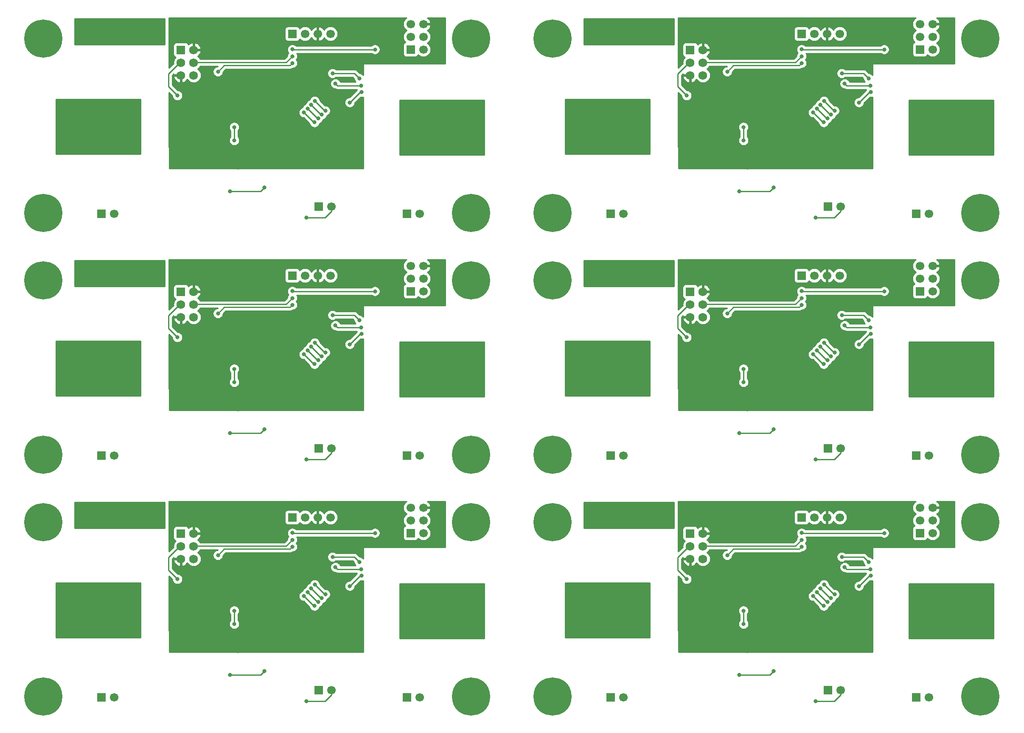
<source format=gbr>
*
%LPD*%
%LNCellMan-B_Cu*%
%FSLAX25Y25*%
%MOIN*%
%AD*%
%AD*%
%ADD10C,0.3*%
%ADD11C,0.068*%
%ADD12R,0.068X0.068*%
%ADD13O,0.425X0.25*%
%ADD14C,0.066929134*%
%ADD15R,0.066929134X0.066929134*%
%ADD16C,0.031496063*%
%ADD17C,0.00984252*%
%ADD18C,0.01*%
G54D10*
%SRX1Y1I0.0J0.0*%
G1X363388Y162517D3*
G1X363388Y25577D3*
G1X27408Y25577D3*
G1X27408Y162517D3*
G54D11*
G1X145308Y133677D3*
G1X135308Y133677D3*
G1X145308Y143677D3*
G1X135308Y143677D3*
G1X145308Y153677D3*
G54D12*
G1X135308Y153677D3*
G54D13*
G1X67688Y91577D3*
G1X334688Y91577D3*
G54D14*
G1X252849Y166315D3*
G1X242849Y166315D3*
G1X232849Y166315D3*
G54D15*
G1X222849Y166315D3*
G54D14*
G1X253577Y30429D3*
G54D15*
G1X243577Y30429D3*
G54D14*
G1X82888Y24977D3*
G54D15*
G1X72888Y24977D3*
G1X312888Y24977D3*
G54D14*
G1X322888Y24977D3*
G1X325788Y173937D3*
G1X315788Y173937D3*
G1X325788Y163937D3*
G1X315788Y163937D3*
G1X325788Y153937D3*
G54D15*
G1X315788Y153937D3*
G54D16*
G1X240288Y96727D3*
G1X262188Y148827D3*
G1X308770Y112288D3*
G1X371770Y112288D3*
G1X308770Y72288D3*
G1X371770Y72288D3*
G1X38888Y112977D3*
G1X101888Y112977D3*
G1X101888Y72977D3*
G1X38888Y72977D3*
G1X262188Y159527D3*
G1X233888Y21777D3*
G1X174088Y42477D3*
G1X201038Y45577D3*
G1X222849Y148654D3*
G1X132648Y117837D3*
G1X222849Y143277D3*
G1X164488Y136577D3*
G1X287810Y153992D3*
G1X222849Y154032D3*
G1X256688Y127177D3*
G1X266488Y159427D3*
G1X266488Y148727D3*
G1X289938Y163577D3*
G1X247138Y79927D3*
G1X223138Y68627D3*
G1X180188Y61227D3*
G1X234814Y107504D3*
G1X243116Y99794D3*
G1X237639Y110532D3*
G1X245965Y102810D3*
G1X240464Y113599D3*
G1X248796Y105877D3*
G1X231988Y104477D3*
G1X177228Y93017D3*
G1X177288Y82557D3*
G1X254488Y135257D3*
G1X275428Y131297D3*
G1X277048Y125497D3*
G1X267988Y112337D3*
G1X277268Y120577D3*
G1X296008Y152337D3*
G1X139268Y96157D3*
G1X236115Y21777D2*
G54D17*
G1X233888Y21777D1*
G1X248588Y21777D2*
G1X236115Y21777D1*
G1X253577Y30429D2*
G1X253577Y26766D1*
G1X248588Y21777D1*
G1X174088Y42477D2*
G1X197938Y42477D1*
G1X201038Y45577D1*
G1X222727Y148777D2*
G1X222727Y148715D1*
G1X222849Y148654D2*
G1X222727Y148777D1*
G1X217891Y143697D2*
G1X222849Y148654D1*
G1X145308Y143677D2*
G1X145328Y143697D1*
G1X217891Y143697D1*
G1X131074Y119411D2*
G1X132648Y117837D1*
G1X125568Y124917D2*
G1X131074Y119411D1*
G1X134693Y143996D2*
G1X125568Y134871D1*
G1X125568Y124917D1*
G1X169388Y141477D2*
G1X164488Y136577D1*
G1X221049Y141477D2*
G1X169388Y141477D1*
G1X222849Y143277D2*
G1X221049Y141477D1*
G1X222849Y154032D2*
G1X222810Y153992D1*
G1X240723Y153992D2*
G1X222810Y153992D1*
G1X241314Y153992D2*
G1X240723Y153992D1*
G1X287810Y153992D2*
G1X241314Y153992D1*
G1X287810Y153992D2*
G1X287810Y154098D1*
G1X257353Y126512D2*
G1X256688Y127177D1*
G1X144608Y154081D2*
G1X144693Y153996D1*
G1X234814Y107504D2*
G1X235811Y107504D1*
G1X234814Y107504D2*
G1X242524Y99794D1*
G1X243116Y99794D1*
G1X245361Y102810D2*
G1X245965Y102810D1*
G1X237639Y110532D2*
G1X245361Y102810D1*
G1X240716Y113599D2*
G1X240464Y113599D1*
G1X248638Y105677D2*
G1X240716Y113599D1*
G1X231988Y104477D2*
G1X232538Y104477D1*
G1X239738Y96727D2*
G1X240288Y96727D1*
G1X231988Y104477D2*
G1X239738Y96727D1*
G1X177228Y93017D2*
G1X177228Y82617D1*
G1X177288Y82557D1*
G1X254488Y135257D2*
G1X271468Y135257D1*
G1X273854Y132871D2*
G1X275428Y131297D1*
G1X271468Y135257D2*
G1X273854Y132871D1*
G1X256688Y127177D2*
G1X258368Y125497D1*
G1X274821Y125497D1*
G1X277048Y125497D1*
G1X267988Y112337D2*
G1X276228Y120577D1*
G1X277268Y120577D1*
G54D18*
G36*
G1X37286Y114831D2*
G1X37286Y71776D1*
G1X103648Y71776D1*
G1X103648Y114831D1*
G1X37286Y114831D1*
G37*
G1X103648Y71776D2*
G1X37286Y71776D1*
G1X37286Y114831D1*
G1X103648Y114831D1*
G1X103648Y71776D1*
G36*
G1X307168Y114142D2*
G1X307168Y71087D1*
G1X373530Y71087D1*
G1X373530Y114142D1*
G1X307168Y114142D1*
G37*
G1X373530Y71087D2*
G1X307168Y71087D1*
G1X307168Y114142D1*
G1X373530Y114142D1*
G1X373530Y71087D1*
G36*
G1X128560Y130562D2*
G1X130305Y130562D1*
G1X130258Y130626D1*
G1X129760Y131670D1*
G1X129580Y132263D1*
G1X130057Y133177D1*
G1X134808Y133177D1*
G1X134808Y130562D1*
G1X135808Y130562D1*
G1X135808Y133177D1*
G1X135887Y133177D1*
G1X135887Y134177D1*
G1X135808Y134177D1*
G1X135808Y134255D1*
G1X134808Y134255D1*
G1X134808Y134177D1*
G1X130057Y134177D1*
G1X129731Y134802D1*
G1X128560Y133631D1*
G1X128560Y130562D1*
G37*
G36*
G1X258956Y130562D2*
G1X259286Y130342D1*
G1X259853Y129774D1*
G1X260299Y129107D1*
G1X260555Y128489D1*
G1X272474Y128489D1*
G1X272263Y128699D1*
G1X271817Y129366D1*
G1X271510Y130108D1*
G1X271420Y130562D1*
G1X258956Y130562D1*
G37*
G36*
G1X125970Y156791D2*
G1X126002Y139535D1*
G1X129448Y142982D1*
G1X129380Y143677D1*
G1X129494Y144833D1*
G1X129831Y145945D1*
G1X130379Y146970D1*
G1X131116Y147869D1*
G1X131148Y147895D1*
G1X130947Y147956D1*
G1X130513Y148188D1*
G1X130132Y148500D1*
G1X129820Y148881D1*
G1X129587Y149315D1*
G1X129445Y149787D1*
G1X129396Y150277D1*
G1X129396Y156791D1*
G1X125970Y156791D1*
G37*
G36*
G1X144730Y153177D2*
G1X144808Y153177D1*
G1X144808Y153098D1*
G1X145808Y153098D1*
G1X145808Y153177D1*
G1X150560Y153177D1*
G1X151037Y152263D1*
G1X150856Y151670D1*
G1X150358Y150626D1*
G1X149666Y149699D1*
G1X148806Y148925D1*
G1X148427Y148700D1*
G1X148602Y148606D1*
G1X149500Y147869D1*
G1X150238Y146970D1*
G1X150388Y146689D1*
G1X216652Y146689D1*
G1X218774Y148811D1*
G1X218774Y149056D1*
G1X218931Y149843D1*
G1X219238Y150584D1*
G1X219684Y151252D1*
G1X219775Y151343D1*
G1X219684Y151434D1*
G1X219238Y152102D1*
G1X218931Y152843D1*
G1X218774Y153630D1*
G1X218774Y154433D1*
G1X218931Y155220D1*
G1X219238Y155962D1*
G1X219684Y156629D1*
G1X219846Y156791D1*
G1X150311Y156791D1*
G1X150358Y156728D1*
G1X150856Y155684D1*
G1X151037Y155090D1*
G1X150560Y154177D1*
G1X145808Y154177D1*
G1X145808Y156791D1*
G1X144808Y156791D1*
G1X144808Y154177D1*
G1X144730Y154177D1*
G1X144730Y153177D1*
G37*
G36*
G1X148470Y138677D2*
G1X148602Y138606D1*
G1X149500Y137869D1*
G1X150238Y136970D1*
G1X150786Y135945D1*
G1X151123Y134833D1*
G1X151237Y133677D1*
G1X151123Y132520D1*
G1X150786Y131408D1*
G1X150334Y130562D1*
G1X254421Y130562D1*
G1X254758Y130788D1*
G1X255500Y131095D1*
G1X256287Y131251D1*
G1X257090Y131251D1*
G1X257877Y131095D1*
G1X258619Y130788D1*
G1X258956Y130562D1*
G1X271420Y130562D1*
G1X271354Y130895D1*
G1X271354Y131140D1*
G1X270229Y132265D1*
G1X257259Y132265D1*
G1X257086Y132092D1*
G1X256419Y131646D1*
G1X255677Y131338D1*
G1X254890Y131182D1*
G1X254087Y131182D1*
G1X253300Y131338D1*
G1X252558Y131646D1*
G1X251891Y132092D1*
G1X251323Y132659D1*
G1X250877Y133326D1*
G1X250570Y134068D1*
G1X250414Y134855D1*
G1X250414Y135658D1*
G1X250570Y136445D1*
G1X250877Y137187D1*
G1X251323Y137854D1*
G1X251891Y138422D1*
G1X252558Y138868D1*
G1X253300Y139175D1*
G1X254087Y139331D1*
G1X254890Y139331D1*
G1X255677Y139175D1*
G1X256419Y138868D1*
G1X257086Y138422D1*
G1X257259Y138249D1*
G1X271321Y138249D1*
G1X271468Y138263D1*
G1X272055Y138205D1*
G1X272619Y138034D1*
G1X273139Y137757D1*
G1X273594Y137383D1*
G1X273688Y137268D1*
G1X275585Y135371D1*
G1X275830Y135371D1*
G1X276617Y135215D1*
G1X277359Y134908D1*
G1X278026Y134462D1*
G1X278508Y133979D1*
G1X278508Y142217D1*
G1X278518Y142314D1*
G1X278546Y142408D1*
G1X278593Y142494D1*
G1X278655Y142570D1*
G1X278731Y142632D1*
G1X278817Y142679D1*
G1X278911Y142707D1*
G1X279008Y142717D1*
G1X342988Y142717D1*
G1X342988Y156791D1*
G1X330892Y156791D1*
G1X331216Y156185D1*
G1X331550Y155083D1*
G1X331663Y153937D1*
G1X331550Y152791D1*
G1X331216Y151689D1*
G1X330673Y150673D1*
G1X329942Y149783D1*
G1X329052Y149052D1*
G1X328036Y148509D1*
G1X326934Y148175D1*
G1X326076Y148090D1*
G1X325501Y148090D1*
G1X324642Y148175D1*
G1X323540Y148509D1*
G1X322525Y149052D1*
G1X321634Y149783D1*
G1X321538Y149900D1*
G1X321456Y149629D1*
G1X321224Y149195D1*
G1X320911Y148814D1*
G1X320530Y148501D1*
G1X320096Y148269D1*
G1X319625Y148126D1*
G1X319135Y148078D1*
G1X312442Y148078D1*
G1X311952Y148126D1*
G1X311481Y148269D1*
G1X311046Y148501D1*
G1X310666Y148814D1*
G1X310353Y149195D1*
G1X310121Y149629D1*
G1X309978Y150100D1*
G1X309930Y150590D1*
G1X309930Y156791D1*
G1X290774Y156791D1*
G1X290975Y156590D1*
G1X291421Y155923D1*
G1X291728Y155181D1*
G1X291884Y154394D1*
G1X291884Y153591D1*
G1X291728Y152804D1*
G1X291421Y152062D1*
G1X290975Y151395D1*
G1X290407Y150827D1*
G1X289740Y150381D1*
G1X288998Y150074D1*
G1X288211Y149918D1*
G1X287408Y149918D1*
G1X286621Y150074D1*
G1X285879Y150381D1*
G1X285212Y150827D1*
G1X285039Y151000D1*
G1X226182Y151000D1*
G1X226460Y150584D1*
G1X226767Y149843D1*
G1X226924Y149056D1*
G1X226924Y148253D1*
G1X226767Y147466D1*
G1X226460Y146724D1*
G1X226014Y146057D1*
G1X225923Y145965D1*
G1X226014Y145874D1*
G1X226460Y145207D1*
G1X226767Y144465D1*
G1X226924Y143678D1*
G1X226924Y142875D1*
G1X226767Y142088D1*
G1X226460Y141346D1*
G1X226014Y140679D1*
G1X225446Y140112D1*
G1X224779Y139666D1*
G1X224038Y139358D1*
G1X223250Y139202D1*
G1X222994Y139202D1*
G1X222719Y138977D1*
G1X222200Y138699D1*
G1X221636Y138528D1*
G1X221049Y138470D1*
G1X220902Y138485D1*
G1X170628Y138485D1*
G1X168563Y136420D1*
G1X168563Y136175D1*
G1X168407Y135388D1*
G1X168099Y134646D1*
G1X167653Y133979D1*
G1X167086Y133412D1*
G1X166419Y132966D1*
G1X165677Y132658D1*
G1X164890Y132502D1*
G1X164087Y132502D1*
G1X163300Y132658D1*
G1X162558Y132966D1*
G1X161891Y133412D1*
G1X161323Y133979D1*
G1X160877Y134646D1*
G1X160570Y135388D1*
G1X160414Y136175D1*
G1X160414Y136978D1*
G1X160570Y137765D1*
G1X160877Y138507D1*
G1X161323Y139174D1*
G1X161891Y139742D1*
G1X162558Y140188D1*
G1X163300Y140495D1*
G1X164087Y140651D1*
G1X164332Y140651D1*
G1X164385Y140705D1*
G1X150410Y140705D1*
G1X150238Y140383D1*
G1X149500Y139485D1*
G1X148602Y138747D1*
G1X148470Y138677D1*
G37*
G36*
G1X325210Y173437D2*
G1X325288Y173437D1*
G1X325288Y173358D1*
G1X326288Y173358D1*
G1X326288Y173437D1*
G1X330986Y173437D1*
G1X331463Y172532D1*
G1X331288Y171952D1*
G1X330795Y170917D1*
G1X330110Y169999D1*
G1X329258Y169231D1*
G1X328798Y168957D1*
G1X329052Y168821D1*
G1X329942Y168091D1*
G1X330673Y167200D1*
G1X331216Y166185D1*
G1X331550Y165083D1*
G1X331663Y163937D1*
G1X331550Y162791D1*
G1X331216Y161689D1*
G1X330673Y160673D1*
G1X329942Y159783D1*
G1X329052Y159052D1*
G1X328836Y158937D1*
G1X329052Y158821D1*
G1X329942Y158091D1*
G1X330673Y157200D1*
G1X330892Y156791D1*
G1X342988Y156791D1*
G1X342988Y178757D1*
G1X329066Y178757D1*
G1X329258Y178642D1*
G1X330110Y177875D1*
G1X330795Y176956D1*
G1X331288Y175921D1*
G1X331463Y175342D1*
G1X330986Y174437D1*
G1X326288Y174437D1*
G1X326288Y174515D1*
G1X325288Y174515D1*
G1X325288Y174437D1*
G1X325210Y174437D1*
G1X325210Y173437D1*
G37*
G36*
G1X126097Y87786D2*
G1X126147Y60457D1*
G1X278508Y60457D1*
G1X278508Y87786D1*
G1X180220Y87786D1*
G1X180220Y85387D1*
G1X180453Y85154D1*
G1X180899Y84487D1*
G1X181207Y83745D1*
G1X181363Y82958D1*
G1X181363Y82155D1*
G1X181207Y81368D1*
G1X180899Y80626D1*
G1X180453Y79959D1*
G1X179886Y79392D1*
G1X179219Y78946D1*
G1X178477Y78638D1*
G1X177690Y78482D1*
G1X176887Y78482D1*
G1X176100Y78638D1*
G1X175358Y78946D1*
G1X174691Y79392D1*
G1X174123Y79959D1*
G1X173677Y80626D1*
G1X173370Y81368D1*
G1X173214Y82155D1*
G1X173214Y82958D1*
G1X173370Y83745D1*
G1X173677Y84487D1*
G1X174123Y85154D1*
G1X174236Y85267D1*
G1X174236Y87786D1*
G1X126097Y87786D1*
G37*
G36*
G1X125929Y178757D2*
G1X125952Y166316D1*
G1X216990Y166316D1*
G1X216990Y169662D1*
G1X217039Y170152D1*
G1X217182Y170623D1*
G1X217414Y171057D1*
G1X217726Y171438D1*
G1X218107Y171750D1*
G1X218541Y171983D1*
G1X219012Y172126D1*
G1X219503Y172174D1*
G1X226195Y172174D1*
G1X226686Y172126D1*
G1X227157Y171983D1*
G1X227591Y171750D1*
G1X227972Y171438D1*
G1X228284Y171057D1*
G1X228516Y170623D1*
G1X228599Y170352D1*
G1X228695Y170469D1*
G1X229585Y171200D1*
G1X230601Y171743D1*
G1X231703Y172077D1*
G1X232562Y172162D1*
G1X233136Y172162D1*
G1X233995Y172077D1*
G1X235097Y171743D1*
G1X236113Y171200D1*
G1X237003Y170469D1*
G1X237734Y169579D1*
G1X237869Y169325D1*
G1X238144Y169785D1*
G1X238911Y170636D1*
G1X239830Y171322D1*
G1X240864Y171815D1*
G1X241444Y171990D1*
G1X242349Y171513D1*
G1X242349Y166815D1*
G1X242270Y166815D1*
G1X242270Y166316D1*
G1X243428Y166316D1*
G1X243428Y166815D1*
G1X243349Y166815D1*
G1X243349Y171513D1*
G1X244254Y171990D1*
G1X244834Y171815D1*
G1X245868Y171322D1*
G1X246787Y170636D1*
G1X247554Y169785D1*
G1X247829Y169325D1*
G1X247964Y169579D1*
G1X248695Y170469D1*
G1X249585Y171200D1*
G1X250601Y171743D1*
G1X251703Y172077D1*
G1X252562Y172162D1*
G1X253136Y172162D1*
G1X253995Y172077D1*
G1X255097Y171743D1*
G1X256113Y171200D1*
G1X257003Y170469D1*
G1X257734Y169579D1*
G1X258277Y168563D1*
G1X258611Y167461D1*
G1X258724Y166315D1*
G1X310431Y166316D1*
G1X310904Y167200D1*
G1X311634Y168091D1*
G1X312525Y168821D1*
G1X312740Y168937D1*
G1X312525Y169052D1*
G1X311634Y169783D1*
G1X310904Y170673D1*
G1X310361Y171689D1*
G1X310026Y172791D1*
G1X309914Y173937D1*
G1X310026Y175083D1*
G1X310361Y176185D1*
G1X310904Y177200D1*
G1X311634Y178091D1*
G1X312446Y178757D1*
G1X125929Y178757D1*
G37*
G36*
G1X125952Y166316D2*
G1X125970Y156791D1*
G1X129396Y156791D1*
G1X129396Y157077D1*
G1X129445Y157567D1*
G1X129587Y158038D1*
G1X129820Y158472D1*
G1X130132Y158853D1*
G1X130513Y159165D1*
G1X130947Y159398D1*
G1X131418Y159540D1*
G1X131908Y159589D1*
G1X138708Y159589D1*
G1X139198Y159540D1*
G1X139670Y159398D1*
G1X140104Y159165D1*
G1X140485Y158853D1*
G1X140797Y158472D1*
G1X141029Y158038D1*
G1X141104Y157792D1*
G1X141810Y158428D1*
G1X142804Y159019D1*
G1X143895Y159405D1*
G1X144808Y158930D1*
G1X144808Y156791D1*
G1X145808Y156791D1*
G1X145808Y158930D1*
G1X146722Y159405D1*
G1X147812Y159019D1*
G1X148806Y158428D1*
G1X149666Y157654D1*
G1X150311Y156791D1*
G1X219846Y156791D1*
G1X220251Y157197D1*
G1X220919Y157643D1*
G1X221660Y157950D1*
G1X222448Y158107D1*
G1X223250Y158107D1*
G1X224038Y157950D1*
G1X224779Y157643D1*
G1X225446Y157197D1*
G1X225659Y156985D1*
G1X285039Y156985D1*
G1X285212Y157158D1*
G1X285879Y157603D1*
G1X286621Y157911D1*
G1X287408Y158067D1*
G1X288211Y158067D1*
G1X288998Y157911D1*
G1X289740Y157603D1*
G1X290407Y157158D1*
G1X290774Y156791D1*
G1X309930Y156791D1*
G1X309930Y157283D1*
G1X309978Y157773D1*
G1X310121Y158244D1*
G1X310353Y158679D1*
G1X310666Y159059D1*
G1X311046Y159372D1*
G1X311481Y159604D1*
G1X311752Y159686D1*
G1X311634Y159783D1*
G1X310904Y160673D1*
G1X310361Y161689D1*
G1X310026Y162791D1*
G1X309914Y163937D1*
G1X310026Y165083D1*
G1X310361Y166185D1*
G1X310431Y166316D1*
G1X258724Y166315D1*
G1X258611Y165169D1*
G1X258277Y164067D1*
G1X257734Y163051D1*
G1X257003Y162161D1*
G1X256113Y161431D1*
G1X255097Y160888D1*
G1X253995Y160553D1*
G1X253136Y160469D1*
G1X252562Y160469D1*
G1X251703Y160553D1*
G1X250601Y160888D1*
G1X249585Y161431D1*
G1X248695Y162161D1*
G1X247964Y163051D1*
G1X247829Y163305D1*
G1X247554Y162845D1*
G1X246787Y161994D1*
G1X245868Y161309D1*
G1X244834Y160816D1*
G1X244254Y160640D1*
G1X243349Y161118D1*
G1X243349Y165815D1*
G1X243428Y165815D1*
G1X243428Y166316D1*
G1X242270Y166316D1*
G1X242270Y165815D1*
G1X242349Y165815D1*
G1X242349Y161118D1*
G1X241444Y160640D1*
G1X240864Y160816D1*
G1X239830Y161309D1*
G1X238911Y161994D1*
G1X238144Y162845D1*
G1X237869Y163305D1*
G1X237734Y163051D1*
G1X237003Y162161D1*
G1X236113Y161431D1*
G1X235097Y160888D1*
G1X233995Y160553D1*
G1X233136Y160469D1*
G1X232562Y160469D1*
G1X231703Y160553D1*
G1X230601Y160888D1*
G1X229585Y161431D1*
G1X228695Y162161D1*
G1X228599Y162279D1*
G1X228516Y162007D1*
G1X228284Y161573D1*
G1X227972Y161192D1*
G1X227591Y160880D1*
G1X227157Y160648D1*
G1X226686Y160505D1*
G1X226195Y160457D1*
G1X219503Y160457D1*
G1X219012Y160505D1*
G1X218541Y160648D1*
G1X218107Y160880D1*
G1X217726Y161192D1*
G1X217414Y161573D1*
G1X217182Y162007D1*
G1X217039Y162479D1*
G1X216990Y162969D1*
G1X216990Y166316D1*
G1X125952Y166316D1*
G37*
G36*
G1X126037Y120216D2*
G1X126065Y105163D1*
G1X227971Y105163D1*
G1X228070Y105665D1*
G1X228377Y106407D1*
G1X228823Y107074D1*
G1X229391Y107642D1*
G1X230058Y108088D1*
G1X230800Y108395D1*
G1X230838Y108402D1*
G1X230895Y108693D1*
G1X231203Y109435D1*
G1X231649Y110102D1*
G1X232216Y110670D1*
G1X232884Y111115D1*
G1X233625Y111423D1*
G1X233663Y111430D1*
G1X233721Y111721D1*
G1X234028Y112462D1*
G1X234474Y113130D1*
G1X235041Y113697D1*
G1X235709Y114143D1*
G1X236450Y114450D1*
G1X236480Y114456D1*
G1X236546Y114788D1*
G1X236853Y115529D1*
G1X237299Y116197D1*
G1X237867Y116764D1*
G1X238534Y117210D1*
G1X239276Y117517D1*
G1X240063Y117674D1*
G1X240866Y117674D1*
G1X241653Y117517D1*
G1X242394Y117210D1*
G1X243062Y116764D1*
G1X243629Y116197D1*
G1X244075Y115529D1*
G1X244382Y114788D1*
G1X244537Y114009D1*
G1X248594Y109952D1*
G1X249198Y109952D1*
G1X249985Y109795D1*
G1X250726Y109488D1*
G1X251394Y109042D1*
G1X251961Y108475D1*
G1X252407Y107807D1*
G1X252715Y107066D1*
G1X252871Y106279D1*
G1X252871Y105476D1*
G1X252809Y105163D1*
G1X278508Y105163D1*
G1X278508Y116680D1*
G1X278457Y116658D1*
G1X277670Y116502D1*
G1X276867Y116502D1*
G1X276465Y116582D1*
G1X272063Y112180D1*
G1X272063Y111935D1*
G1X271907Y111148D1*
G1X271599Y110406D1*
G1X271153Y109739D1*
G1X270586Y109172D1*
G1X269919Y108726D1*
G1X269177Y108418D1*
G1X268390Y108262D1*
G1X267587Y108262D1*
G1X266800Y108418D1*
G1X266058Y108726D1*
G1X265391Y109172D1*
G1X264823Y109739D1*
G1X264377Y110406D1*
G1X264070Y111148D1*
G1X263914Y111935D1*
G1X263914Y112738D1*
G1X264070Y113525D1*
G1X264377Y114267D1*
G1X264823Y114934D1*
G1X265391Y115502D1*
G1X266058Y115948D1*
G1X266800Y116255D1*
G1X267587Y116411D1*
G1X267832Y116411D1*
G1X273467Y122046D1*
G1X273656Y122505D1*
G1X258515Y122505D1*
G1X258368Y122490D1*
G1X257782Y122548D1*
G1X257218Y122719D1*
G1X256698Y122997D1*
G1X256570Y123102D1*
G1X256287Y123102D1*
G1X255500Y123258D1*
G1X254758Y123566D1*
G1X254091Y124012D1*
G1X253523Y124579D1*
G1X253077Y125246D1*
G1X252770Y125988D1*
G1X252614Y126775D1*
G1X252614Y127578D1*
G1X252770Y128365D1*
G1X253077Y129107D1*
G1X253523Y129774D1*
G1X254091Y130342D1*
G1X254421Y130562D1*
G1X150334Y130562D1*
G1X150238Y130383D1*
G1X149500Y129485D1*
G1X148602Y128747D1*
G1X147577Y128199D1*
G1X146465Y127862D1*
G1X145598Y127777D1*
G1X145019Y127777D1*
G1X144152Y127862D1*
G1X143040Y128199D1*
G1X142015Y128747D1*
G1X141116Y129485D1*
G1X140379Y130383D1*
G1X140295Y130541D1*
G1X139666Y129699D1*
G1X138806Y128925D1*
G1X137812Y128334D1*
G1X136722Y127948D1*
G1X135808Y128423D1*
G1X135808Y130562D1*
G1X134808Y130562D1*
G1X134808Y128423D1*
G1X133895Y127948D1*
G1X132804Y128334D1*
G1X131810Y128925D1*
G1X130951Y129699D1*
G1X130305Y130562D1*
G1X128560Y130562D1*
G1X128560Y126156D1*
G1X132805Y121911D1*
G1X133050Y121911D1*
G1X133837Y121755D1*
G1X134579Y121448D1*
G1X135246Y121002D1*
G1X135813Y120434D1*
G1X136259Y119767D1*
G1X136567Y119025D1*
G1X136723Y118238D1*
G1X136723Y117435D1*
G1X136567Y116648D1*
G1X136259Y115906D1*
G1X135813Y115239D1*
G1X135246Y114672D1*
G1X134579Y114226D1*
G1X133837Y113918D1*
G1X133050Y113762D1*
G1X132247Y113762D1*
G1X131460Y113918D1*
G1X130718Y114226D1*
G1X130051Y114672D1*
G1X129483Y115239D1*
G1X129037Y115906D1*
G1X128730Y116648D1*
G1X128574Y117435D1*
G1X128574Y117680D1*
G1X126037Y120216D1*
G37*
G36*
G1X126065Y105163D2*
G1X126097Y87786D1*
G1X174236Y87786D1*
G1X174236Y90246D1*
G1X174063Y90419D1*
G1X173617Y91086D1*
G1X173310Y91828D1*
G1X173154Y92615D1*
G1X173154Y93418D1*
G1X173310Y94205D1*
G1X173617Y94947D1*
G1X174063Y95614D1*
G1X174631Y96182D1*
G1X175298Y96628D1*
G1X176040Y96935D1*
G1X176827Y97091D1*
G1X177630Y97091D1*
G1X178417Y96935D1*
G1X179159Y96628D1*
G1X179826Y96182D1*
G1X180393Y95614D1*
G1X180839Y94947D1*
G1X181147Y94205D1*
G1X181303Y93418D1*
G1X181303Y92615D1*
G1X181147Y91828D1*
G1X180839Y91086D1*
G1X180393Y90419D1*
G1X180220Y90246D1*
G1X180220Y87786D1*
G1X278508Y87786D1*
G1X278508Y105163D1*
G1X252809Y105163D1*
G1X252715Y104689D1*
G1X252407Y103947D1*
G1X251961Y103280D1*
G1X251394Y102712D1*
G1X250726Y102266D1*
G1X249985Y101959D1*
G1X249949Y101952D1*
G1X249884Y101622D1*
G1X249576Y100880D1*
G1X249131Y100213D1*
G1X248563Y99645D1*
G1X247896Y99199D1*
G1X247154Y98892D1*
G1X247089Y98879D1*
G1X247034Y98605D1*
G1X246727Y97864D1*
G1X246281Y97196D1*
G1X245714Y96629D1*
G1X245046Y96183D1*
G1X244305Y95875D1*
G1X244272Y95869D1*
G1X244207Y95538D1*
G1X243899Y94797D1*
G1X243453Y94129D1*
G1X242886Y93562D1*
G1X242219Y93116D1*
G1X241477Y92808D1*
G1X240690Y92652D1*
G1X239887Y92652D1*
G1X239100Y92808D1*
G1X238358Y93116D1*
G1X237691Y93562D1*
G1X237123Y94129D1*
G1X236677Y94797D1*
G1X236370Y95538D1*
G1X236289Y95944D1*
G1X231832Y100402D1*
G1X231587Y100402D1*
G1X230800Y100558D1*
G1X230058Y100866D1*
G1X229391Y101312D1*
G1X228823Y101879D1*
G1X228377Y102547D1*
G1X228070Y103288D1*
G1X227914Y104075D1*
G1X227914Y104878D1*
G1X227971Y105163D1*
G1X126065Y105163D1*
G37*
G1X311634Y178091D2*
G1X310904Y177200D1*
G1X310361Y176185D1*
G1X310026Y175083D1*
G1X309914Y173937D1*
G1X310026Y172791D1*
G1X310361Y171689D1*
G1X310904Y170673D1*
G1X311634Y169783D1*
G1X312525Y169052D1*
G1X312740Y168937D1*
G1X312525Y168821D1*
G1X311634Y168091D1*
G1X310904Y167200D1*
G1X310361Y166185D1*
G1X310026Y165083D1*
G1X309914Y163937D1*
G1X310026Y162791D1*
G1X310361Y161689D1*
G1X310904Y160673D1*
G1X311634Y159783D1*
G1X311752Y159686D1*
G1X311481Y159604D1*
G1X311046Y159372D1*
G1X310666Y159059D1*
G1X310353Y158679D1*
G1X310121Y158244D1*
G1X309978Y157773D1*
G1X309930Y157283D1*
G1X309930Y150590D1*
G1X309978Y150100D1*
G1X310121Y149629D1*
G1X310353Y149195D1*
G1X310666Y148814D1*
G1X311046Y148501D1*
G1X311481Y148269D1*
G1X311952Y148126D1*
G1X312442Y148078D1*
G1X319135Y148078D1*
G1X319625Y148126D1*
G1X320096Y148269D1*
G1X320530Y148501D1*
G1X320911Y148814D1*
G1X321224Y149195D1*
G1X321456Y149629D1*
G1X321538Y149900D1*
G1X321634Y149783D1*
G1X322525Y149052D1*
G1X323540Y148509D1*
G1X324642Y148175D1*
G1X325501Y148090D1*
G1X326076Y148090D1*
G1X326934Y148175D1*
G1X328036Y148509D1*
G1X329052Y149052D1*
G1X329942Y149783D1*
G1X330673Y150673D1*
G1X331216Y151689D1*
G1X331550Y152791D1*
G1X331663Y153937D1*
G1X331550Y155083D1*
G1X331216Y156185D1*
G1X330673Y157200D1*
G1X329942Y158091D1*
G1X329052Y158821D1*
G1X328836Y158937D1*
G1X329052Y159052D1*
G1X329942Y159783D1*
G1X330673Y160673D1*
G1X331216Y161689D1*
G1X331550Y162791D1*
G1X331663Y163937D1*
G1X331550Y165083D1*
G1X331216Y166185D1*
G1X330673Y167200D1*
G1X329942Y168091D1*
G1X329052Y168821D1*
G1X328798Y168957D1*
G1X329258Y169231D1*
G1X330110Y169999D1*
G1X330795Y170917D1*
G1X331288Y171952D1*
G1X331463Y172532D1*
G1X330986Y173437D1*
G1X326288Y173437D1*
G1X326288Y173358D1*
G1X325288Y173358D1*
G1X325288Y173437D1*
G1X325210Y173437D1*
G1X325210Y174437D1*
G1X325288Y174437D1*
G1X325288Y174515D1*
G1X326288Y174515D1*
G1X326288Y174437D1*
G1X330986Y174437D1*
G1X331463Y175342D1*
G1X331288Y175921D1*
G1X330795Y176956D1*
G1X330110Y177875D1*
G1X329258Y178642D1*
G1X329066Y178757D1*
G1X342988Y178757D1*
G1X342988Y142717D1*
G1X279008Y142717D1*
G1X278911Y142707D1*
G1X278817Y142679D1*
G1X278731Y142632D1*
G1X278655Y142570D1*
G1X278593Y142494D1*
G1X278546Y142408D1*
G1X278518Y142314D1*
G1X278508Y142217D1*
G1X278508Y133979D1*
G1X278026Y134462D1*
G1X277359Y134908D1*
G1X276617Y135215D1*
G1X275830Y135371D1*
G1X275585Y135371D1*
G1X273688Y137268D1*
G1X273594Y137383D1*
G1X273139Y137757D1*
G1X272619Y138034D1*
G1X272055Y138205D1*
G1X271615Y138249D1*
G1X271615Y138249D1*
G1X271468Y138263D1*
G1X271321Y138249D1*
G1X257259Y138249D1*
G1X257086Y138422D1*
G1X256419Y138868D1*
G1X255677Y139175D1*
G1X254890Y139331D1*
G1X254087Y139331D1*
G1X253300Y139175D1*
G1X252558Y138868D1*
G1X251891Y138422D1*
G1X251323Y137854D1*
G1X250877Y137187D1*
G1X250570Y136445D1*
G1X250414Y135658D1*
G1X250414Y134855D1*
G1X250570Y134068D1*
G1X250877Y133326D1*
G1X251323Y132659D1*
G1X251891Y132092D1*
G1X252558Y131646D1*
G1X253300Y131338D1*
G1X254087Y131182D1*
G1X254890Y131182D1*
G1X255677Y131338D1*
G1X256419Y131646D1*
G1X257086Y132092D1*
G1X257259Y132265D1*
G1X270229Y132265D1*
G1X271354Y131140D1*
G1X271354Y130895D1*
G1X271510Y130108D1*
G1X271817Y129366D1*
G1X272263Y128699D1*
G1X272474Y128489D1*
G1X260555Y128489D1*
G1X260299Y129107D1*
G1X259853Y129774D1*
G1X259286Y130342D1*
G1X258619Y130788D1*
G1X257877Y131095D1*
G1X257090Y131251D1*
G1X256287Y131251D1*
G1X255500Y131095D1*
G1X254758Y130788D1*
G1X254091Y130342D1*
G1X253523Y129774D1*
G1X253077Y129107D1*
G1X252770Y128365D1*
G1X252614Y127578D1*
G1X252614Y126775D1*
G1X252770Y125988D1*
G1X253077Y125246D1*
G1X253523Y124579D1*
G1X254091Y124012D1*
G1X254758Y123566D1*
G1X255500Y123258D1*
G1X256287Y123102D1*
G1X256570Y123102D1*
G1X256698Y122997D1*
G1X257218Y122719D1*
G1X257782Y122548D1*
G1X258221Y122505D1*
G1X258221Y122505D1*
G1X258368Y122490D1*
G1X258515Y122505D1*
G1X273656Y122505D1*
G1X273467Y122046D1*
G1X267832Y116411D1*
G1X267587Y116411D1*
G1X266800Y116255D1*
G1X266058Y115948D1*
G1X265391Y115502D1*
G1X264823Y114934D1*
G1X264377Y114267D1*
G1X264070Y113525D1*
G1X263914Y112738D1*
G1X263914Y111935D1*
G1X264070Y111148D1*
G1X264377Y110406D1*
G1X264823Y109739D1*
G1X265391Y109172D1*
G1X266058Y108726D1*
G1X266800Y108418D1*
G1X267587Y108262D1*
G1X268390Y108262D1*
G1X269177Y108418D1*
G1X269919Y108726D1*
G1X270586Y109172D1*
G1X271153Y109739D1*
G1X271599Y110406D1*
G1X271907Y111148D1*
G1X272063Y111935D1*
G1X272063Y112180D1*
G1X276465Y116582D1*
G1X276867Y116502D1*
G1X277670Y116502D1*
G1X278457Y116658D1*
G1X278508Y116680D1*
G1X278508Y60457D1*
G1X126147Y60457D1*
G1X126087Y93418D1*
G1X173154Y93418D1*
G1X173154Y92615D1*
G1X173310Y91828D1*
G1X173617Y91086D1*
G1X174063Y90419D1*
G1X174236Y90246D1*
G1X174236Y85267D1*
G1X174123Y85154D1*
G1X173677Y84487D1*
G1X173370Y83745D1*
G1X173214Y82958D1*
G1X173214Y82155D1*
G1X173370Y81368D1*
G1X173677Y80626D1*
G1X174123Y79959D1*
G1X174691Y79392D1*
G1X175358Y78946D1*
G1X176100Y78638D1*
G1X176887Y78482D1*
G1X177690Y78482D1*
G1X178477Y78638D1*
G1X179219Y78946D1*
G1X179886Y79392D1*
G1X180453Y79959D1*
G1X180899Y80626D1*
G1X181207Y81368D1*
G1X181363Y82155D1*
G1X181363Y82958D1*
G1X181207Y83745D1*
G1X180899Y84487D1*
G1X180453Y85154D1*
G1X180220Y85387D1*
G1X180220Y90246D1*
G1X180393Y90419D1*
G1X180839Y91086D1*
G1X181147Y91828D1*
G1X181303Y92615D1*
G1X181303Y93418D1*
G1X181147Y94205D1*
G1X180839Y94947D1*
G1X180393Y95614D1*
G1X179826Y96182D1*
G1X179159Y96628D1*
G1X178417Y96935D1*
G1X177630Y97091D1*
G1X176827Y97091D1*
G1X176040Y96935D1*
G1X175298Y96628D1*
G1X174631Y96182D1*
G1X174063Y95614D1*
G1X173617Y94947D1*
G1X173310Y94205D1*
G1X173154Y93418D1*
G1X126087Y93418D1*
G1X126066Y104878D1*
G1X227914Y104878D1*
G1X227914Y104075D1*
G1X228070Y103288D1*
G1X228377Y102547D1*
G1X228823Y101879D1*
G1X229391Y101312D1*
G1X230058Y100866D1*
G1X230800Y100558D1*
G1X231587Y100402D1*
G1X231832Y100402D1*
G1X236289Y95944D1*
G1X236370Y95538D1*
G1X236677Y94797D1*
G1X237123Y94129D1*
G1X237691Y93562D1*
G1X238358Y93116D1*
G1X239100Y92808D1*
G1X239887Y92652D1*
G1X240690Y92652D1*
G1X241477Y92808D1*
G1X242219Y93116D1*
G1X242886Y93562D1*
G1X243453Y94129D1*
G1X243899Y94797D1*
G1X244207Y95538D1*
G1X244272Y95869D1*
G1X244305Y95875D1*
G1X245046Y96183D1*
G1X245714Y96629D1*
G1X246281Y97196D1*
G1X246727Y97864D1*
G1X247034Y98605D1*
G1X247089Y98879D1*
G1X247154Y98892D1*
G1X247896Y99199D1*
G1X248563Y99645D1*
G1X249131Y100213D1*
G1X249576Y100880D1*
G1X249884Y101622D1*
G1X249949Y101952D1*
G1X249985Y101959D1*
G1X250726Y102266D1*
G1X251394Y102712D1*
G1X251961Y103280D1*
G1X252407Y103947D1*
G1X252715Y104689D1*
G1X252871Y105476D1*
G1X252871Y106279D1*
G1X252715Y107066D1*
G1X252407Y107807D1*
G1X251961Y108475D1*
G1X251394Y109042D1*
G1X250726Y109488D1*
G1X249985Y109795D1*
G1X249198Y109952D1*
G1X248594Y109952D1*
G1X244537Y114009D1*
G1X244382Y114788D1*
G1X244075Y115529D1*
G1X243629Y116197D1*
G1X243062Y116764D1*
G1X242394Y117210D1*
G1X241653Y117517D1*
G1X240866Y117674D1*
G1X240063Y117674D1*
G1X239276Y117517D1*
G1X238534Y117210D1*
G1X237867Y116764D1*
G1X237299Y116197D1*
G1X236853Y115529D1*
G1X236546Y114788D1*
G1X236480Y114456D1*
G1X236450Y114450D1*
G1X235709Y114143D1*
G1X235041Y113697D1*
G1X234474Y113130D1*
G1X234028Y112462D1*
G1X233721Y111721D1*
G1X233663Y111430D1*
G1X233625Y111423D1*
G1X232884Y111115D1*
G1X232216Y110670D1*
G1X231649Y110102D1*
G1X231203Y109435D1*
G1X230895Y108693D1*
G1X230838Y108402D1*
G1X230800Y108395D1*
G1X230058Y108088D1*
G1X229391Y107642D1*
G1X228823Y107074D1*
G1X228377Y106407D1*
G1X228070Y105665D1*
G1X227914Y104878D1*
G1X126066Y104878D1*
G1X126037Y120216D1*
G1X128574Y117680D1*
G1X128574Y117435D1*
G1X128730Y116648D1*
G1X129037Y115906D1*
G1X129483Y115239D1*
G1X130051Y114672D1*
G1X130718Y114226D1*
G1X131460Y113918D1*
G1X132247Y113762D1*
G1X133050Y113762D1*
G1X133837Y113918D1*
G1X134579Y114226D1*
G1X135246Y114672D1*
G1X135813Y115239D1*
G1X136259Y115906D1*
G1X136567Y116648D1*
G1X136723Y117435D1*
G1X136723Y118238D1*
G1X136567Y119025D1*
G1X136259Y119767D1*
G1X135813Y120434D1*
G1X135246Y121002D1*
G1X134579Y121448D1*
G1X133837Y121755D1*
G1X133050Y121911D1*
G1X132805Y121911D1*
G1X128560Y126156D1*
G1X128560Y132263D1*
G1X129580Y132263D1*
G1X129760Y131670D1*
G1X130258Y130626D1*
G1X130951Y129699D1*
G1X131810Y128925D1*
G1X132804Y128334D1*
G1X133895Y127948D1*
G1X134808Y128423D1*
G1X134808Y133177D1*
G1X130057Y133177D1*
G1X129580Y132263D1*
G1X128560Y132263D1*
G1X128560Y133631D1*
G1X129731Y134802D1*
G1X130057Y134177D1*
G1X134808Y134177D1*
G1X134808Y134255D1*
G1X135808Y134255D1*
G1X135808Y134177D1*
G1X135887Y134177D1*
G1X135887Y133177D1*
G1X135808Y133177D1*
G1X135808Y128423D1*
G1X136722Y127948D1*
G1X137812Y128334D1*
G1X138806Y128925D1*
G1X139666Y129699D1*
G1X140295Y130541D1*
G1X140379Y130383D1*
G1X141116Y129485D1*
G1X142015Y128747D1*
G1X143040Y128199D1*
G1X144152Y127862D1*
G1X145019Y127777D1*
G1X145598Y127777D1*
G1X146465Y127862D1*
G1X147577Y128199D1*
G1X148602Y128747D1*
G1X149500Y129485D1*
G1X150238Y130383D1*
G1X150786Y131408D1*
G1X151123Y132520D1*
G1X151237Y133677D1*
G1X151123Y134833D1*
G1X150786Y135945D1*
G1X150238Y136970D1*
G1X149500Y137869D1*
G1X148602Y138606D1*
G1X148470Y138677D1*
G1X148602Y138747D1*
G1X149500Y139485D1*
G1X150238Y140383D1*
G1X150410Y140705D1*
G1X164385Y140705D1*
G1X164332Y140651D1*
G1X164087Y140651D1*
G1X163300Y140495D1*
G1X162558Y140188D1*
G1X161891Y139742D1*
G1X161323Y139174D1*
G1X160877Y138507D1*
G1X160570Y137765D1*
G1X160414Y136978D1*
G1X160414Y136175D1*
G1X160570Y135388D1*
G1X160877Y134646D1*
G1X161323Y133979D1*
G1X161891Y133412D1*
G1X162558Y132966D1*
G1X163300Y132658D1*
G1X164087Y132502D1*
G1X164890Y132502D1*
G1X165677Y132658D1*
G1X166419Y132966D1*
G1X167086Y133412D1*
G1X167653Y133979D1*
G1X168099Y134646D1*
G1X168407Y135388D1*
G1X168563Y136175D1*
G1X168563Y136420D1*
G1X170628Y138485D1*
G1X220902Y138485D1*
G1X221049Y138470D1*
G1X221196Y138485D1*
G1X221196Y138485D1*
G1X221636Y138528D1*
G1X222200Y138699D1*
G1X222719Y138977D1*
G1X222994Y139202D1*
G1X223250Y139202D1*
G1X224038Y139358D1*
G1X224779Y139666D1*
G1X225446Y140112D1*
G1X226014Y140679D1*
G1X226460Y141346D1*
G1X226767Y142088D1*
G1X226924Y142875D1*
G1X226924Y143678D1*
G1X226767Y144465D1*
G1X226460Y145207D1*
G1X226014Y145874D1*
G1X225923Y145965D1*
G1X226014Y146057D1*
G1X226460Y146724D1*
G1X226767Y147466D1*
G1X226924Y148253D1*
G1X226924Y149056D1*
G1X226767Y149843D1*
G1X226460Y150584D1*
G1X226182Y151000D1*
G1X285039Y151000D1*
G1X285212Y150827D1*
G1X285879Y150381D1*
G1X286621Y150074D1*
G1X287408Y149918D1*
G1X288211Y149918D1*
G1X288998Y150074D1*
G1X289740Y150381D1*
G1X290407Y150827D1*
G1X290975Y151395D1*
G1X291421Y152062D1*
G1X291728Y152804D1*
G1X291884Y153591D1*
G1X291884Y154394D1*
G1X291728Y155181D1*
G1X291421Y155923D1*
G1X290975Y156590D1*
G1X290407Y157158D1*
G1X289740Y157603D1*
G1X288998Y157911D1*
G1X288211Y158067D1*
G1X287408Y158067D1*
G1X286621Y157911D1*
G1X285879Y157603D1*
G1X285212Y157158D1*
G1X285039Y156985D1*
G1X225659Y156985D1*
G1X225446Y157197D1*
G1X224779Y157643D1*
G1X224038Y157950D1*
G1X223250Y158107D1*
G1X222448Y158107D1*
G1X221660Y157950D1*
G1X220919Y157643D1*
G1X220251Y157197D1*
G1X219684Y156629D1*
G1X219238Y155962D1*
G1X218931Y155220D1*
G1X218774Y154433D1*
G1X218774Y153630D1*
G1X218931Y152843D1*
G1X219238Y152102D1*
G1X219684Y151434D1*
G1X219775Y151343D1*
G1X219684Y151252D1*
G1X219238Y150584D1*
G1X218931Y149843D1*
G1X218774Y149056D1*
G1X218774Y148811D1*
G1X216652Y146689D1*
G1X150388Y146689D1*
G1X150238Y146970D1*
G1X149500Y147869D1*
G1X148602Y148606D1*
G1X148427Y148700D1*
G1X148806Y148925D1*
G1X149666Y149699D1*
G1X150358Y150626D1*
G1X150856Y151670D1*
G1X151037Y152263D1*
G1X150560Y153177D1*
G1X145808Y153177D1*
G1X145808Y153098D1*
G1X144808Y153098D1*
G1X144808Y153177D1*
G1X144730Y153177D1*
G1X144730Y154177D1*
G1X144808Y154177D1*
G1X144808Y158930D1*
G1X145808Y158930D1*
G1X145808Y154177D1*
G1X150560Y154177D1*
G1X151037Y155090D1*
G1X150856Y155684D1*
G1X150358Y156728D1*
G1X149666Y157654D1*
G1X148806Y158428D1*
G1X147812Y159019D1*
G1X146722Y159405D1*
G1X145808Y158930D1*
G1X144808Y158930D1*
G1X143895Y159405D1*
G1X142804Y159019D1*
G1X141810Y158428D1*
G1X141104Y157792D1*
G1X141029Y158038D1*
G1X140797Y158472D1*
G1X140485Y158853D1*
G1X140104Y159165D1*
G1X139670Y159398D1*
G1X139198Y159540D1*
G1X138708Y159589D1*
G1X131908Y159589D1*
G1X131418Y159540D1*
G1X130947Y159398D1*
G1X130513Y159165D1*
G1X130132Y158853D1*
G1X129820Y158472D1*
G1X129587Y158038D1*
G1X129445Y157567D1*
G1X129396Y157077D1*
G1X129396Y150277D1*
G1X129445Y149787D1*
G1X129587Y149315D1*
G1X129820Y148881D1*
G1X130132Y148500D1*
G1X130513Y148188D1*
G1X130947Y147956D1*
G1X131148Y147895D1*
G1X131116Y147869D1*
G1X130379Y146970D1*
G1X129831Y145945D1*
G1X129494Y144833D1*
G1X129380Y143677D1*
G1X129448Y142982D1*
G1X126002Y139535D1*
G1X125946Y169662D1*
G1X216990Y169662D1*
G1X216990Y162969D1*
G1X217039Y162479D1*
G1X217182Y162007D1*
G1X217414Y161573D1*
G1X217726Y161192D1*
G1X218107Y160880D1*
G1X218541Y160648D1*
G1X219012Y160505D1*
G1X219503Y160457D1*
G1X226195Y160457D1*
G1X226686Y160505D1*
G1X227157Y160648D1*
G1X227591Y160880D1*
G1X227972Y161192D1*
G1X228284Y161573D1*
G1X228516Y162007D1*
G1X228599Y162279D1*
G1X228695Y162161D1*
G1X229585Y161431D1*
G1X230601Y160888D1*
G1X231703Y160553D1*
G1X232562Y160469D1*
G1X233136Y160469D1*
G1X233995Y160553D1*
G1X235097Y160888D1*
G1X236113Y161431D1*
G1X237003Y162161D1*
G1X237734Y163051D1*
G1X237869Y163305D1*
G1X238144Y162845D1*
G1X238911Y161994D1*
G1X239830Y161309D1*
G1X240864Y160816D1*
G1X241444Y160640D1*
G1X242349Y161118D1*
G1X242349Y165815D1*
G1X242270Y165815D1*
G1X242270Y166815D1*
G1X242349Y166815D1*
G1X242349Y171513D1*
G1X243349Y171513D1*
G1X243349Y166815D1*
G1X243428Y166815D1*
G1X243428Y165815D1*
G1X243349Y165815D1*
G1X243349Y161118D1*
G1X244254Y160640D1*
G1X244834Y160816D1*
G1X245868Y161309D1*
G1X246787Y161994D1*
G1X247554Y162845D1*
G1X247829Y163305D1*
G1X247964Y163051D1*
G1X248695Y162161D1*
G1X249585Y161431D1*
G1X250601Y160888D1*
G1X251703Y160553D1*
G1X252562Y160469D1*
G1X253136Y160469D1*
G1X253995Y160553D1*
G1X255097Y160888D1*
G1X256113Y161431D1*
G1X257003Y162161D1*
G1X257734Y163051D1*
G1X258277Y164067D1*
G1X258611Y165169D1*
G1X258724Y166315D1*
G1X258611Y167461D1*
G1X258277Y168563D1*
G1X257734Y169579D1*
G1X257003Y170469D1*
G1X256113Y171200D1*
G1X255097Y171743D1*
G1X253995Y172077D1*
G1X253136Y172162D1*
G1X252562Y172162D1*
G1X251703Y172077D1*
G1X250601Y171743D1*
G1X249585Y171200D1*
G1X248695Y170469D1*
G1X247964Y169579D1*
G1X247829Y169325D1*
G1X247554Y169785D1*
G1X246787Y170636D1*
G1X245868Y171322D1*
G1X244834Y171815D1*
G1X244254Y171990D1*
G1X243349Y171513D1*
G1X242349Y171513D1*
G1X241444Y171990D1*
G1X240864Y171815D1*
G1X239830Y171322D1*
G1X238911Y170636D1*
G1X238144Y169785D1*
G1X237869Y169325D1*
G1X237734Y169579D1*
G1X237003Y170469D1*
G1X236113Y171200D1*
G1X235097Y171743D1*
G1X233995Y172077D1*
G1X233136Y172162D1*
G1X232562Y172162D1*
G1X231703Y172077D1*
G1X230601Y171743D1*
G1X229585Y171200D1*
G1X228695Y170469D1*
G1X228599Y170352D1*
G1X228516Y170623D1*
G1X228284Y171057D1*
G1X227972Y171438D1*
G1X227591Y171750D1*
G1X227157Y171983D1*
G1X226686Y172126D1*
G1X226195Y172174D1*
G1X219503Y172174D1*
G1X219012Y172126D1*
G1X218541Y171983D1*
G1X218107Y171750D1*
G1X217726Y171438D1*
G1X217414Y171057D1*
G1X217182Y170623D1*
G1X217039Y170152D1*
G1X216990Y169662D1*
G1X125946Y169662D1*
G1X125929Y178757D1*
G1X312446Y178757D1*
G1X311634Y178091D1*
G36*
G1X52028Y178057D2*
G1X52028Y157937D1*
G1X122488Y157937D1*
G1X122488Y178057D1*
G1X52028Y178057D1*
G37*
G1X122488Y157937D2*
G1X52028Y157937D1*
G1X52028Y178057D1*
G1X122488Y178057D1*
G1X122488Y157937D1*
G54D10*
G1X763388Y162517D3*
G1X763388Y25577D3*
G1X427408Y25577D3*
G1X427408Y162517D3*
G54D11*
G1X545308Y133677D3*
G1X535308Y133677D3*
G1X545308Y143677D3*
G1X535308Y143677D3*
G1X545308Y153677D3*
G54D12*
G1X535308Y153677D3*
G54D13*
G1X467688Y91577D3*
G1X734688Y91577D3*
G54D14*
G1X652849Y166315D3*
G1X642849Y166315D3*
G1X632849Y166315D3*
G54D15*
G1X622849Y166315D3*
G54D14*
G1X653577Y30429D3*
G54D15*
G1X643577Y30429D3*
G54D14*
G1X482888Y24977D3*
G54D15*
G1X472888Y24977D3*
G1X712888Y24977D3*
G54D14*
G1X722888Y24977D3*
G1X725788Y173937D3*
G1X715788Y173937D3*
G1X725788Y163937D3*
G1X715788Y163937D3*
G1X725788Y153937D3*
G54D15*
G1X715788Y153937D3*
G54D16*
G1X640288Y96727D3*
G1X662188Y148827D3*
G1X708770Y112288D3*
G1X771770Y112288D3*
G1X708770Y72288D3*
G1X771770Y72288D3*
G1X438888Y112977D3*
G1X501888Y112977D3*
G1X501888Y72977D3*
G1X438888Y72977D3*
G1X662188Y159527D3*
G1X633888Y21777D3*
G1X574088Y42477D3*
G1X601038Y45577D3*
G1X622849Y148654D3*
G1X532648Y117837D3*
G1X622849Y143277D3*
G1X564488Y136577D3*
G1X687810Y153992D3*
G1X622849Y154032D3*
G1X656688Y127177D3*
G1X666488Y159427D3*
G1X666488Y148727D3*
G1X689938Y163577D3*
G1X647138Y79927D3*
G1X623138Y68627D3*
G1X580188Y61227D3*
G1X634814Y107504D3*
G1X643116Y99794D3*
G1X637639Y110532D3*
G1X645965Y102810D3*
G1X640464Y113599D3*
G1X648796Y105877D3*
G1X631988Y104477D3*
G1X577228Y93017D3*
G1X577288Y82557D3*
G1X654488Y135257D3*
G1X675428Y131297D3*
G1X677048Y125497D3*
G1X667988Y112337D3*
G1X677268Y120577D3*
G1X696008Y152337D3*
G1X539268Y96157D3*
G1X636115Y21777D2*
G54D17*
G1X633888Y21777D1*
G1X648588Y21777D2*
G1X636115Y21777D1*
G1X653577Y30429D2*
G1X653577Y26766D1*
G1X648588Y21777D1*
G1X574088Y42477D2*
G1X597938Y42477D1*
G1X601038Y45577D1*
G1X622727Y148777D2*
G1X622727Y148715D1*
G1X622849Y148654D2*
G1X622727Y148777D1*
G1X617891Y143697D2*
G1X622849Y148654D1*
G1X545308Y143677D2*
G1X545328Y143697D1*
G1X617891Y143697D1*
G1X531074Y119411D2*
G1X532648Y117837D1*
G1X525568Y124917D2*
G1X531074Y119411D1*
G1X534693Y143996D2*
G1X525568Y134871D1*
G1X525568Y124917D1*
G1X569388Y141477D2*
G1X564488Y136577D1*
G1X621049Y141477D2*
G1X569388Y141477D1*
G1X622849Y143277D2*
G1X621049Y141477D1*
G1X622849Y154032D2*
G1X622810Y153992D1*
G1X640723Y153992D2*
G1X622810Y153992D1*
G1X641314Y153992D2*
G1X640723Y153992D1*
G1X687810Y153992D2*
G1X641314Y153992D1*
G1X687810Y153992D2*
G1X687810Y154098D1*
G1X657353Y126512D2*
G1X656688Y127177D1*
G1X544608Y154081D2*
G1X544693Y153996D1*
G1X634814Y107504D2*
G1X635811Y107504D1*
G1X634814Y107504D2*
G1X642524Y99794D1*
G1X643116Y99794D1*
G1X645361Y102810D2*
G1X645965Y102810D1*
G1X637639Y110532D2*
G1X645361Y102810D1*
G1X640716Y113599D2*
G1X640464Y113599D1*
G1X648638Y105677D2*
G1X640716Y113599D1*
G1X631988Y104477D2*
G1X632538Y104477D1*
G1X639738Y96727D2*
G1X640288Y96727D1*
G1X631988Y104477D2*
G1X639738Y96727D1*
G1X577228Y93017D2*
G1X577228Y82617D1*
G1X577288Y82557D1*
G1X654488Y135257D2*
G1X671468Y135257D1*
G1X673854Y132871D2*
G1X675428Y131297D1*
G1X671468Y135257D2*
G1X673854Y132871D1*
G1X656688Y127177D2*
G1X658368Y125497D1*
G1X674821Y125497D1*
G1X677048Y125497D1*
G1X667988Y112337D2*
G1X676228Y120577D1*
G1X677268Y120577D1*
G54D18*
G36*
G1X437286Y114831D2*
G1X437286Y71776D1*
G1X503648Y71776D1*
G1X503648Y114831D1*
G1X437286Y114831D1*
G37*
G1X503648Y71776D2*
G1X437286Y71776D1*
G1X437286Y114831D1*
G1X503648Y114831D1*
G1X503648Y71776D1*
G36*
G1X707168Y114142D2*
G1X707168Y71087D1*
G1X773530Y71087D1*
G1X773530Y114142D1*
G1X707168Y114142D1*
G37*
G1X773530Y71087D2*
G1X707168Y71087D1*
G1X707168Y114142D1*
G1X773530Y114142D1*
G1X773530Y71087D1*
G36*
G1X528560Y130562D2*
G1X530305Y130562D1*
G1X530258Y130626D1*
G1X529760Y131670D1*
G1X529580Y132263D1*
G1X530057Y133177D1*
G1X534808Y133177D1*
G1X534808Y130562D1*
G1X535808Y130562D1*
G1X535808Y133177D1*
G1X535887Y133177D1*
G1X535887Y134177D1*
G1X535808Y134177D1*
G1X535808Y134255D1*
G1X534808Y134255D1*
G1X534808Y134177D1*
G1X530057Y134177D1*
G1X529731Y134802D1*
G1X528560Y133631D1*
G1X528560Y130562D1*
G37*
G36*
G1X658956Y130562D2*
G1X659286Y130342D1*
G1X659853Y129774D1*
G1X660299Y129107D1*
G1X660555Y128489D1*
G1X672474Y128489D1*
G1X672263Y128699D1*
G1X671817Y129366D1*
G1X671510Y130108D1*
G1X671420Y130562D1*
G1X658956Y130562D1*
G37*
G36*
G1X525970Y156791D2*
G1X526002Y139535D1*
G1X529448Y142982D1*
G1X529380Y143677D1*
G1X529494Y144833D1*
G1X529831Y145945D1*
G1X530379Y146970D1*
G1X531116Y147869D1*
G1X531148Y147895D1*
G1X530947Y147956D1*
G1X530513Y148188D1*
G1X530132Y148500D1*
G1X529820Y148881D1*
G1X529587Y149315D1*
G1X529445Y149787D1*
G1X529396Y150277D1*
G1X529396Y156791D1*
G1X525970Y156791D1*
G37*
G36*
G1X544730Y153177D2*
G1X544808Y153177D1*
G1X544808Y153098D1*
G1X545808Y153098D1*
G1X545808Y153177D1*
G1X550560Y153177D1*
G1X551037Y152263D1*
G1X550856Y151670D1*
G1X550358Y150626D1*
G1X549666Y149699D1*
G1X548806Y148925D1*
G1X548427Y148700D1*
G1X548602Y148606D1*
G1X549500Y147869D1*
G1X550238Y146970D1*
G1X550388Y146689D1*
G1X616652Y146689D1*
G1X618774Y148811D1*
G1X618774Y149056D1*
G1X618931Y149843D1*
G1X619238Y150584D1*
G1X619684Y151252D1*
G1X619775Y151343D1*
G1X619684Y151434D1*
G1X619238Y152102D1*
G1X618931Y152843D1*
G1X618774Y153630D1*
G1X618774Y154433D1*
G1X618931Y155220D1*
G1X619238Y155962D1*
G1X619684Y156629D1*
G1X619846Y156791D1*
G1X550311Y156791D1*
G1X550358Y156728D1*
G1X550856Y155684D1*
G1X551037Y155090D1*
G1X550560Y154177D1*
G1X545808Y154177D1*
G1X545808Y156791D1*
G1X544808Y156791D1*
G1X544808Y154177D1*
G1X544730Y154177D1*
G1X544730Y153177D1*
G37*
G36*
G1X548470Y138677D2*
G1X548602Y138606D1*
G1X549500Y137869D1*
G1X550238Y136970D1*
G1X550786Y135945D1*
G1X551123Y134833D1*
G1X551237Y133677D1*
G1X551123Y132520D1*
G1X550786Y131408D1*
G1X550334Y130562D1*
G1X654421Y130562D1*
G1X654758Y130788D1*
G1X655500Y131095D1*
G1X656287Y131251D1*
G1X657090Y131251D1*
G1X657877Y131095D1*
G1X658619Y130788D1*
G1X658956Y130562D1*
G1X671420Y130562D1*
G1X671354Y130895D1*
G1X671354Y131140D1*
G1X670229Y132265D1*
G1X657259Y132265D1*
G1X657086Y132092D1*
G1X656419Y131646D1*
G1X655677Y131338D1*
G1X654890Y131182D1*
G1X654087Y131182D1*
G1X653300Y131338D1*
G1X652558Y131646D1*
G1X651891Y132092D1*
G1X651323Y132659D1*
G1X650877Y133326D1*
G1X650570Y134068D1*
G1X650414Y134855D1*
G1X650414Y135658D1*
G1X650570Y136445D1*
G1X650877Y137187D1*
G1X651323Y137854D1*
G1X651891Y138422D1*
G1X652558Y138868D1*
G1X653300Y139175D1*
G1X654087Y139331D1*
G1X654890Y139331D1*
G1X655677Y139175D1*
G1X656419Y138868D1*
G1X657086Y138422D1*
G1X657259Y138249D1*
G1X671321Y138249D1*
G1X671468Y138263D1*
G1X672055Y138205D1*
G1X672619Y138034D1*
G1X673139Y137757D1*
G1X673594Y137383D1*
G1X673688Y137268D1*
G1X675585Y135371D1*
G1X675830Y135371D1*
G1X676617Y135215D1*
G1X677359Y134908D1*
G1X678026Y134462D1*
G1X678508Y133979D1*
G1X678508Y142217D1*
G1X678518Y142314D1*
G1X678546Y142408D1*
G1X678593Y142494D1*
G1X678655Y142570D1*
G1X678731Y142632D1*
G1X678817Y142679D1*
G1X678911Y142707D1*
G1X679008Y142717D1*
G1X742988Y142717D1*
G1X742988Y156791D1*
G1X730892Y156791D1*
G1X731216Y156185D1*
G1X731550Y155083D1*
G1X731663Y153937D1*
G1X731550Y152791D1*
G1X731216Y151689D1*
G1X730673Y150673D1*
G1X729942Y149783D1*
G1X729052Y149052D1*
G1X728036Y148509D1*
G1X726934Y148175D1*
G1X726076Y148090D1*
G1X725501Y148090D1*
G1X724642Y148175D1*
G1X723540Y148509D1*
G1X722525Y149052D1*
G1X721634Y149783D1*
G1X721538Y149900D1*
G1X721456Y149629D1*
G1X721224Y149195D1*
G1X720911Y148814D1*
G1X720530Y148501D1*
G1X720096Y148269D1*
G1X719625Y148126D1*
G1X719135Y148078D1*
G1X712442Y148078D1*
G1X711952Y148126D1*
G1X711481Y148269D1*
G1X711046Y148501D1*
G1X710666Y148814D1*
G1X710353Y149195D1*
G1X710121Y149629D1*
G1X709978Y150100D1*
G1X709930Y150590D1*
G1X709930Y156791D1*
G1X690774Y156791D1*
G1X690975Y156590D1*
G1X691421Y155923D1*
G1X691728Y155181D1*
G1X691884Y154394D1*
G1X691884Y153591D1*
G1X691728Y152804D1*
G1X691421Y152062D1*
G1X690975Y151395D1*
G1X690407Y150827D1*
G1X689740Y150381D1*
G1X688998Y150074D1*
G1X688211Y149918D1*
G1X687408Y149918D1*
G1X686621Y150074D1*
G1X685879Y150381D1*
G1X685212Y150827D1*
G1X685039Y151000D1*
G1X626182Y151000D1*
G1X626460Y150584D1*
G1X626767Y149843D1*
G1X626924Y149056D1*
G1X626924Y148253D1*
G1X626767Y147466D1*
G1X626460Y146724D1*
G1X626014Y146057D1*
G1X625923Y145965D1*
G1X626014Y145874D1*
G1X626460Y145207D1*
G1X626767Y144465D1*
G1X626924Y143678D1*
G1X626924Y142875D1*
G1X626767Y142088D1*
G1X626460Y141346D1*
G1X626014Y140679D1*
G1X625446Y140112D1*
G1X624779Y139666D1*
G1X624038Y139358D1*
G1X623250Y139202D1*
G1X622994Y139202D1*
G1X622719Y138977D1*
G1X622200Y138699D1*
G1X621636Y138528D1*
G1X621049Y138470D1*
G1X620902Y138485D1*
G1X570628Y138485D1*
G1X568563Y136420D1*
G1X568563Y136175D1*
G1X568407Y135388D1*
G1X568099Y134646D1*
G1X567653Y133979D1*
G1X567086Y133412D1*
G1X566419Y132966D1*
G1X565677Y132658D1*
G1X564890Y132502D1*
G1X564087Y132502D1*
G1X563300Y132658D1*
G1X562558Y132966D1*
G1X561891Y133412D1*
G1X561323Y133979D1*
G1X560877Y134646D1*
G1X560570Y135388D1*
G1X560414Y136175D1*
G1X560414Y136978D1*
G1X560570Y137765D1*
G1X560877Y138507D1*
G1X561323Y139174D1*
G1X561891Y139742D1*
G1X562558Y140188D1*
G1X563300Y140495D1*
G1X564087Y140651D1*
G1X564332Y140651D1*
G1X564385Y140705D1*
G1X550410Y140705D1*
G1X550238Y140383D1*
G1X549500Y139485D1*
G1X548602Y138747D1*
G1X548470Y138677D1*
G37*
G36*
G1X725210Y173437D2*
G1X725288Y173437D1*
G1X725288Y173358D1*
G1X726288Y173358D1*
G1X726288Y173437D1*
G1X730986Y173437D1*
G1X731463Y172532D1*
G1X731288Y171952D1*
G1X730795Y170917D1*
G1X730110Y169999D1*
G1X729258Y169231D1*
G1X728798Y168957D1*
G1X729052Y168821D1*
G1X729942Y168091D1*
G1X730673Y167200D1*
G1X731216Y166185D1*
G1X731550Y165083D1*
G1X731663Y163937D1*
G1X731550Y162791D1*
G1X731216Y161689D1*
G1X730673Y160673D1*
G1X729942Y159783D1*
G1X729052Y159052D1*
G1X728836Y158937D1*
G1X729052Y158821D1*
G1X729942Y158091D1*
G1X730673Y157200D1*
G1X730892Y156791D1*
G1X742988Y156791D1*
G1X742988Y178757D1*
G1X729066Y178757D1*
G1X729258Y178642D1*
G1X730110Y177875D1*
G1X730795Y176956D1*
G1X731288Y175921D1*
G1X731463Y175342D1*
G1X730986Y174437D1*
G1X726288Y174437D1*
G1X726288Y174515D1*
G1X725288Y174515D1*
G1X725288Y174437D1*
G1X725210Y174437D1*
G1X725210Y173437D1*
G37*
G36*
G1X526097Y87786D2*
G1X526147Y60457D1*
G1X678508Y60457D1*
G1X678508Y87786D1*
G1X580220Y87786D1*
G1X580220Y85387D1*
G1X580453Y85154D1*
G1X580899Y84487D1*
G1X581207Y83745D1*
G1X581363Y82958D1*
G1X581363Y82155D1*
G1X581207Y81368D1*
G1X580899Y80626D1*
G1X580453Y79959D1*
G1X579886Y79392D1*
G1X579219Y78946D1*
G1X578477Y78638D1*
G1X577690Y78482D1*
G1X576887Y78482D1*
G1X576100Y78638D1*
G1X575358Y78946D1*
G1X574691Y79392D1*
G1X574123Y79959D1*
G1X573677Y80626D1*
G1X573370Y81368D1*
G1X573214Y82155D1*
G1X573214Y82958D1*
G1X573370Y83745D1*
G1X573677Y84487D1*
G1X574123Y85154D1*
G1X574236Y85267D1*
G1X574236Y87786D1*
G1X526097Y87786D1*
G37*
G36*
G1X525929Y178757D2*
G1X525952Y166316D1*
G1X616990Y166316D1*
G1X616990Y169662D1*
G1X617039Y170152D1*
G1X617182Y170623D1*
G1X617414Y171057D1*
G1X617726Y171438D1*
G1X618107Y171750D1*
G1X618541Y171983D1*
G1X619012Y172126D1*
G1X619503Y172174D1*
G1X626195Y172174D1*
G1X626686Y172126D1*
G1X627157Y171983D1*
G1X627591Y171750D1*
G1X627972Y171438D1*
G1X628284Y171057D1*
G1X628516Y170623D1*
G1X628599Y170352D1*
G1X628695Y170469D1*
G1X629585Y171200D1*
G1X630601Y171743D1*
G1X631703Y172077D1*
G1X632562Y172162D1*
G1X633136Y172162D1*
G1X633995Y172077D1*
G1X635097Y171743D1*
G1X636113Y171200D1*
G1X637003Y170469D1*
G1X637734Y169579D1*
G1X637869Y169325D1*
G1X638144Y169785D1*
G1X638911Y170636D1*
G1X639830Y171322D1*
G1X640864Y171815D1*
G1X641444Y171990D1*
G1X642349Y171513D1*
G1X642349Y166815D1*
G1X642270Y166815D1*
G1X642270Y166316D1*
G1X643428Y166316D1*
G1X643428Y166815D1*
G1X643349Y166815D1*
G1X643349Y171513D1*
G1X644254Y171990D1*
G1X644834Y171815D1*
G1X645868Y171322D1*
G1X646787Y170636D1*
G1X647554Y169785D1*
G1X647829Y169325D1*
G1X647964Y169579D1*
G1X648695Y170469D1*
G1X649585Y171200D1*
G1X650601Y171743D1*
G1X651703Y172077D1*
G1X652562Y172162D1*
G1X653136Y172162D1*
G1X653995Y172077D1*
G1X655097Y171743D1*
G1X656113Y171200D1*
G1X657003Y170469D1*
G1X657734Y169579D1*
G1X658277Y168563D1*
G1X658611Y167461D1*
G1X658724Y166315D1*
G1X710431Y166316D1*
G1X710904Y167200D1*
G1X711634Y168091D1*
G1X712525Y168821D1*
G1X712740Y168937D1*
G1X712525Y169052D1*
G1X711634Y169783D1*
G1X710904Y170673D1*
G1X710361Y171689D1*
G1X710026Y172791D1*
G1X709914Y173937D1*
G1X710026Y175083D1*
G1X710361Y176185D1*
G1X710904Y177200D1*
G1X711634Y178091D1*
G1X712446Y178757D1*
G1X525929Y178757D1*
G37*
G36*
G1X525952Y166316D2*
G1X525970Y156791D1*
G1X529396Y156791D1*
G1X529396Y157077D1*
G1X529445Y157567D1*
G1X529587Y158038D1*
G1X529820Y158472D1*
G1X530132Y158853D1*
G1X530513Y159165D1*
G1X530947Y159398D1*
G1X531418Y159540D1*
G1X531908Y159589D1*
G1X538708Y159589D1*
G1X539198Y159540D1*
G1X539670Y159398D1*
G1X540104Y159165D1*
G1X540485Y158853D1*
G1X540797Y158472D1*
G1X541029Y158038D1*
G1X541104Y157792D1*
G1X541810Y158428D1*
G1X542804Y159019D1*
G1X543895Y159405D1*
G1X544808Y158930D1*
G1X544808Y156791D1*
G1X545808Y156791D1*
G1X545808Y158930D1*
G1X546722Y159405D1*
G1X547812Y159019D1*
G1X548806Y158428D1*
G1X549666Y157654D1*
G1X550311Y156791D1*
G1X619846Y156791D1*
G1X620251Y157197D1*
G1X620919Y157643D1*
G1X621660Y157950D1*
G1X622448Y158107D1*
G1X623250Y158107D1*
G1X624038Y157950D1*
G1X624779Y157643D1*
G1X625446Y157197D1*
G1X625659Y156985D1*
G1X685039Y156985D1*
G1X685212Y157158D1*
G1X685879Y157603D1*
G1X686621Y157911D1*
G1X687408Y158067D1*
G1X688211Y158067D1*
G1X688998Y157911D1*
G1X689740Y157603D1*
G1X690407Y157158D1*
G1X690774Y156791D1*
G1X709930Y156791D1*
G1X709930Y157283D1*
G1X709978Y157773D1*
G1X710121Y158244D1*
G1X710353Y158679D1*
G1X710666Y159059D1*
G1X711046Y159372D1*
G1X711481Y159604D1*
G1X711752Y159686D1*
G1X711634Y159783D1*
G1X710904Y160673D1*
G1X710361Y161689D1*
G1X710026Y162791D1*
G1X709914Y163937D1*
G1X710026Y165083D1*
G1X710361Y166185D1*
G1X710431Y166316D1*
G1X658724Y166315D1*
G1X658611Y165169D1*
G1X658277Y164067D1*
G1X657734Y163051D1*
G1X657003Y162161D1*
G1X656113Y161431D1*
G1X655097Y160888D1*
G1X653995Y160553D1*
G1X653136Y160469D1*
G1X652562Y160469D1*
G1X651703Y160553D1*
G1X650601Y160888D1*
G1X649585Y161431D1*
G1X648695Y162161D1*
G1X647964Y163051D1*
G1X647829Y163305D1*
G1X647554Y162845D1*
G1X646787Y161994D1*
G1X645868Y161309D1*
G1X644834Y160816D1*
G1X644254Y160640D1*
G1X643349Y161118D1*
G1X643349Y165815D1*
G1X643428Y165815D1*
G1X643428Y166316D1*
G1X642270Y166316D1*
G1X642270Y165815D1*
G1X642349Y165815D1*
G1X642349Y161118D1*
G1X641444Y160640D1*
G1X640864Y160816D1*
G1X639830Y161309D1*
G1X638911Y161994D1*
G1X638144Y162845D1*
G1X637869Y163305D1*
G1X637734Y163051D1*
G1X637003Y162161D1*
G1X636113Y161431D1*
G1X635097Y160888D1*
G1X633995Y160553D1*
G1X633136Y160469D1*
G1X632562Y160469D1*
G1X631703Y160553D1*
G1X630601Y160888D1*
G1X629585Y161431D1*
G1X628695Y162161D1*
G1X628599Y162279D1*
G1X628516Y162007D1*
G1X628284Y161573D1*
G1X627972Y161192D1*
G1X627591Y160880D1*
G1X627157Y160648D1*
G1X626686Y160505D1*
G1X626195Y160457D1*
G1X619503Y160457D1*
G1X619012Y160505D1*
G1X618541Y160648D1*
G1X618107Y160880D1*
G1X617726Y161192D1*
G1X617414Y161573D1*
G1X617182Y162007D1*
G1X617039Y162479D1*
G1X616990Y162969D1*
G1X616990Y166316D1*
G1X525952Y166316D1*
G37*
G36*
G1X526037Y120216D2*
G1X526065Y105163D1*
G1X627971Y105163D1*
G1X628070Y105665D1*
G1X628377Y106407D1*
G1X628823Y107074D1*
G1X629391Y107642D1*
G1X630058Y108088D1*
G1X630800Y108395D1*
G1X630838Y108402D1*
G1X630895Y108693D1*
G1X631203Y109435D1*
G1X631649Y110102D1*
G1X632216Y110670D1*
G1X632884Y111115D1*
G1X633625Y111423D1*
G1X633663Y111430D1*
G1X633721Y111721D1*
G1X634028Y112462D1*
G1X634474Y113130D1*
G1X635041Y113697D1*
G1X635709Y114143D1*
G1X636450Y114450D1*
G1X636480Y114456D1*
G1X636546Y114788D1*
G1X636853Y115529D1*
G1X637299Y116197D1*
G1X637867Y116764D1*
G1X638534Y117210D1*
G1X639276Y117517D1*
G1X640063Y117674D1*
G1X640866Y117674D1*
G1X641653Y117517D1*
G1X642394Y117210D1*
G1X643062Y116764D1*
G1X643629Y116197D1*
G1X644075Y115529D1*
G1X644382Y114788D1*
G1X644537Y114009D1*
G1X648594Y109952D1*
G1X649198Y109952D1*
G1X649985Y109795D1*
G1X650726Y109488D1*
G1X651394Y109042D1*
G1X651961Y108475D1*
G1X652407Y107807D1*
G1X652715Y107066D1*
G1X652871Y106279D1*
G1X652871Y105476D1*
G1X652809Y105163D1*
G1X678508Y105163D1*
G1X678508Y116680D1*
G1X678457Y116658D1*
G1X677670Y116502D1*
G1X676867Y116502D1*
G1X676465Y116582D1*
G1X672063Y112180D1*
G1X672063Y111935D1*
G1X671907Y111148D1*
G1X671599Y110406D1*
G1X671153Y109739D1*
G1X670586Y109172D1*
G1X669919Y108726D1*
G1X669177Y108418D1*
G1X668390Y108262D1*
G1X667587Y108262D1*
G1X666800Y108418D1*
G1X666058Y108726D1*
G1X665391Y109172D1*
G1X664823Y109739D1*
G1X664377Y110406D1*
G1X664070Y111148D1*
G1X663914Y111935D1*
G1X663914Y112738D1*
G1X664070Y113525D1*
G1X664377Y114267D1*
G1X664823Y114934D1*
G1X665391Y115502D1*
G1X666058Y115948D1*
G1X666800Y116255D1*
G1X667587Y116411D1*
G1X667832Y116411D1*
G1X673467Y122046D1*
G1X673656Y122505D1*
G1X658515Y122505D1*
G1X658368Y122490D1*
G1X657782Y122548D1*
G1X657218Y122719D1*
G1X656698Y122997D1*
G1X656570Y123102D1*
G1X656287Y123102D1*
G1X655500Y123258D1*
G1X654758Y123566D1*
G1X654091Y124012D1*
G1X653523Y124579D1*
G1X653077Y125246D1*
G1X652770Y125988D1*
G1X652614Y126775D1*
G1X652614Y127578D1*
G1X652770Y128365D1*
G1X653077Y129107D1*
G1X653523Y129774D1*
G1X654091Y130342D1*
G1X654421Y130562D1*
G1X550334Y130562D1*
G1X550238Y130383D1*
G1X549500Y129485D1*
G1X548602Y128747D1*
G1X547577Y128199D1*
G1X546465Y127862D1*
G1X545598Y127777D1*
G1X545019Y127777D1*
G1X544152Y127862D1*
G1X543040Y128199D1*
G1X542015Y128747D1*
G1X541116Y129485D1*
G1X540379Y130383D1*
G1X540295Y130541D1*
G1X539666Y129699D1*
G1X538806Y128925D1*
G1X537812Y128334D1*
G1X536722Y127948D1*
G1X535808Y128423D1*
G1X535808Y130562D1*
G1X534808Y130562D1*
G1X534808Y128423D1*
G1X533895Y127948D1*
G1X532804Y128334D1*
G1X531810Y128925D1*
G1X530951Y129699D1*
G1X530305Y130562D1*
G1X528560Y130562D1*
G1X528560Y126156D1*
G1X532805Y121911D1*
G1X533050Y121911D1*
G1X533837Y121755D1*
G1X534579Y121448D1*
G1X535246Y121002D1*
G1X535813Y120434D1*
G1X536259Y119767D1*
G1X536567Y119025D1*
G1X536723Y118238D1*
G1X536723Y117435D1*
G1X536567Y116648D1*
G1X536259Y115906D1*
G1X535813Y115239D1*
G1X535246Y114672D1*
G1X534579Y114226D1*
G1X533837Y113918D1*
G1X533050Y113762D1*
G1X532247Y113762D1*
G1X531460Y113918D1*
G1X530718Y114226D1*
G1X530051Y114672D1*
G1X529483Y115239D1*
G1X529037Y115906D1*
G1X528730Y116648D1*
G1X528574Y117435D1*
G1X528574Y117680D1*
G1X526037Y120216D1*
G37*
G36*
G1X526065Y105163D2*
G1X526097Y87786D1*
G1X574236Y87786D1*
G1X574236Y90246D1*
G1X574063Y90419D1*
G1X573617Y91086D1*
G1X573310Y91828D1*
G1X573154Y92615D1*
G1X573154Y93418D1*
G1X573310Y94205D1*
G1X573617Y94947D1*
G1X574063Y95614D1*
G1X574631Y96182D1*
G1X575298Y96628D1*
G1X576040Y96935D1*
G1X576827Y97091D1*
G1X577630Y97091D1*
G1X578417Y96935D1*
G1X579159Y96628D1*
G1X579826Y96182D1*
G1X580393Y95614D1*
G1X580839Y94947D1*
G1X581147Y94205D1*
G1X581303Y93418D1*
G1X581303Y92615D1*
G1X581147Y91828D1*
G1X580839Y91086D1*
G1X580393Y90419D1*
G1X580220Y90246D1*
G1X580220Y87786D1*
G1X678508Y87786D1*
G1X678508Y105163D1*
G1X652809Y105163D1*
G1X652715Y104689D1*
G1X652407Y103947D1*
G1X651961Y103280D1*
G1X651394Y102712D1*
G1X650726Y102266D1*
G1X649985Y101959D1*
G1X649949Y101952D1*
G1X649884Y101622D1*
G1X649576Y100880D1*
G1X649131Y100213D1*
G1X648563Y99645D1*
G1X647896Y99199D1*
G1X647154Y98892D1*
G1X647089Y98879D1*
G1X647034Y98605D1*
G1X646727Y97864D1*
G1X646281Y97196D1*
G1X645714Y96629D1*
G1X645046Y96183D1*
G1X644305Y95875D1*
G1X644272Y95869D1*
G1X644207Y95538D1*
G1X643899Y94797D1*
G1X643453Y94129D1*
G1X642886Y93562D1*
G1X642219Y93116D1*
G1X641477Y92808D1*
G1X640690Y92652D1*
G1X639887Y92652D1*
G1X639100Y92808D1*
G1X638358Y93116D1*
G1X637691Y93562D1*
G1X637123Y94129D1*
G1X636677Y94797D1*
G1X636370Y95538D1*
G1X636289Y95944D1*
G1X631832Y100402D1*
G1X631587Y100402D1*
G1X630800Y100558D1*
G1X630058Y100866D1*
G1X629391Y101312D1*
G1X628823Y101879D1*
G1X628377Y102547D1*
G1X628070Y103288D1*
G1X627914Y104075D1*
G1X627914Y104878D1*
G1X627971Y105163D1*
G1X526065Y105163D1*
G37*
G1X711634Y178091D2*
G1X710904Y177200D1*
G1X710361Y176185D1*
G1X710026Y175083D1*
G1X709914Y173937D1*
G1X710026Y172791D1*
G1X710361Y171689D1*
G1X710904Y170673D1*
G1X711634Y169783D1*
G1X712525Y169052D1*
G1X712740Y168937D1*
G1X712525Y168821D1*
G1X711634Y168091D1*
G1X710904Y167200D1*
G1X710361Y166185D1*
G1X710026Y165083D1*
G1X709914Y163937D1*
G1X710026Y162791D1*
G1X710361Y161689D1*
G1X710904Y160673D1*
G1X711634Y159783D1*
G1X711752Y159686D1*
G1X711481Y159604D1*
G1X711046Y159372D1*
G1X710666Y159059D1*
G1X710353Y158679D1*
G1X710121Y158244D1*
G1X709978Y157773D1*
G1X709930Y157283D1*
G1X709930Y150590D1*
G1X709978Y150100D1*
G1X710121Y149629D1*
G1X710353Y149195D1*
G1X710666Y148814D1*
G1X711046Y148501D1*
G1X711481Y148269D1*
G1X711952Y148126D1*
G1X712442Y148078D1*
G1X719135Y148078D1*
G1X719625Y148126D1*
G1X720096Y148269D1*
G1X720530Y148501D1*
G1X720911Y148814D1*
G1X721224Y149195D1*
G1X721456Y149629D1*
G1X721538Y149900D1*
G1X721634Y149783D1*
G1X722525Y149052D1*
G1X723540Y148509D1*
G1X724642Y148175D1*
G1X725501Y148090D1*
G1X726076Y148090D1*
G1X726934Y148175D1*
G1X728036Y148509D1*
G1X729052Y149052D1*
G1X729942Y149783D1*
G1X730673Y150673D1*
G1X731216Y151689D1*
G1X731550Y152791D1*
G1X731663Y153937D1*
G1X731550Y155083D1*
G1X731216Y156185D1*
G1X730673Y157200D1*
G1X729942Y158091D1*
G1X729052Y158821D1*
G1X728836Y158937D1*
G1X729052Y159052D1*
G1X729942Y159783D1*
G1X730673Y160673D1*
G1X731216Y161689D1*
G1X731550Y162791D1*
G1X731663Y163937D1*
G1X731550Y165083D1*
G1X731216Y166185D1*
G1X730673Y167200D1*
G1X729942Y168091D1*
G1X729052Y168821D1*
G1X728798Y168957D1*
G1X729258Y169231D1*
G1X730110Y169999D1*
G1X730795Y170917D1*
G1X731288Y171952D1*
G1X731463Y172532D1*
G1X730986Y173437D1*
G1X726288Y173437D1*
G1X726288Y173358D1*
G1X725288Y173358D1*
G1X725288Y173437D1*
G1X725210Y173437D1*
G1X725210Y174437D1*
G1X725288Y174437D1*
G1X725288Y174515D1*
G1X726288Y174515D1*
G1X726288Y174437D1*
G1X730986Y174437D1*
G1X731463Y175342D1*
G1X731288Y175921D1*
G1X730795Y176956D1*
G1X730110Y177875D1*
G1X729258Y178642D1*
G1X729066Y178757D1*
G1X742988Y178757D1*
G1X742988Y142717D1*
G1X679008Y142717D1*
G1X678911Y142707D1*
G1X678817Y142679D1*
G1X678731Y142632D1*
G1X678655Y142570D1*
G1X678593Y142494D1*
G1X678546Y142408D1*
G1X678518Y142314D1*
G1X678508Y142217D1*
G1X678508Y133979D1*
G1X678026Y134462D1*
G1X677359Y134908D1*
G1X676617Y135215D1*
G1X675830Y135371D1*
G1X675585Y135371D1*
G1X673688Y137268D1*
G1X673594Y137383D1*
G1X673139Y137757D1*
G1X672619Y138034D1*
G1X672055Y138205D1*
G1X671615Y138249D1*
G1X671615Y138249D1*
G1X671468Y138263D1*
G1X671321Y138249D1*
G1X657259Y138249D1*
G1X657086Y138422D1*
G1X656419Y138868D1*
G1X655677Y139175D1*
G1X654890Y139331D1*
G1X654087Y139331D1*
G1X653300Y139175D1*
G1X652558Y138868D1*
G1X651891Y138422D1*
G1X651323Y137854D1*
G1X650877Y137187D1*
G1X650570Y136445D1*
G1X650414Y135658D1*
G1X650414Y134855D1*
G1X650570Y134068D1*
G1X650877Y133326D1*
G1X651323Y132659D1*
G1X651891Y132092D1*
G1X652558Y131646D1*
G1X653300Y131338D1*
G1X654087Y131182D1*
G1X654890Y131182D1*
G1X655677Y131338D1*
G1X656419Y131646D1*
G1X657086Y132092D1*
G1X657259Y132265D1*
G1X670229Y132265D1*
G1X671354Y131140D1*
G1X671354Y130895D1*
G1X671510Y130108D1*
G1X671817Y129366D1*
G1X672263Y128699D1*
G1X672474Y128489D1*
G1X660555Y128489D1*
G1X660299Y129107D1*
G1X659853Y129774D1*
G1X659286Y130342D1*
G1X658619Y130788D1*
G1X657877Y131095D1*
G1X657090Y131251D1*
G1X656287Y131251D1*
G1X655500Y131095D1*
G1X654758Y130788D1*
G1X654091Y130342D1*
G1X653523Y129774D1*
G1X653077Y129107D1*
G1X652770Y128365D1*
G1X652614Y127578D1*
G1X652614Y126775D1*
G1X652770Y125988D1*
G1X653077Y125246D1*
G1X653523Y124579D1*
G1X654091Y124012D1*
G1X654758Y123566D1*
G1X655500Y123258D1*
G1X656287Y123102D1*
G1X656570Y123102D1*
G1X656698Y122997D1*
G1X657218Y122719D1*
G1X657782Y122548D1*
G1X658221Y122505D1*
G1X658221Y122505D1*
G1X658368Y122490D1*
G1X658515Y122505D1*
G1X673656Y122505D1*
G1X673467Y122046D1*
G1X667832Y116411D1*
G1X667587Y116411D1*
G1X666800Y116255D1*
G1X666058Y115948D1*
G1X665391Y115502D1*
G1X664823Y114934D1*
G1X664377Y114267D1*
G1X664070Y113525D1*
G1X663914Y112738D1*
G1X663914Y111935D1*
G1X664070Y111148D1*
G1X664377Y110406D1*
G1X664823Y109739D1*
G1X665391Y109172D1*
G1X666058Y108726D1*
G1X666800Y108418D1*
G1X667587Y108262D1*
G1X668390Y108262D1*
G1X669177Y108418D1*
G1X669919Y108726D1*
G1X670586Y109172D1*
G1X671153Y109739D1*
G1X671599Y110406D1*
G1X671907Y111148D1*
G1X672063Y111935D1*
G1X672063Y112180D1*
G1X676465Y116582D1*
G1X676867Y116502D1*
G1X677670Y116502D1*
G1X678457Y116658D1*
G1X678508Y116680D1*
G1X678508Y60457D1*
G1X526147Y60457D1*
G1X526087Y93418D1*
G1X573154Y93418D1*
G1X573154Y92615D1*
G1X573310Y91828D1*
G1X573617Y91086D1*
G1X574063Y90419D1*
G1X574236Y90246D1*
G1X574236Y85267D1*
G1X574123Y85154D1*
G1X573677Y84487D1*
G1X573370Y83745D1*
G1X573214Y82958D1*
G1X573214Y82155D1*
G1X573370Y81368D1*
G1X573677Y80626D1*
G1X574123Y79959D1*
G1X574691Y79392D1*
G1X575358Y78946D1*
G1X576100Y78638D1*
G1X576887Y78482D1*
G1X577690Y78482D1*
G1X578477Y78638D1*
G1X579219Y78946D1*
G1X579886Y79392D1*
G1X580453Y79959D1*
G1X580899Y80626D1*
G1X581207Y81368D1*
G1X581363Y82155D1*
G1X581363Y82958D1*
G1X581207Y83745D1*
G1X580899Y84487D1*
G1X580453Y85154D1*
G1X580220Y85387D1*
G1X580220Y90246D1*
G1X580393Y90419D1*
G1X580839Y91086D1*
G1X581147Y91828D1*
G1X581303Y92615D1*
G1X581303Y93418D1*
G1X581147Y94205D1*
G1X580839Y94947D1*
G1X580393Y95614D1*
G1X579826Y96182D1*
G1X579159Y96628D1*
G1X578417Y96935D1*
G1X577630Y97091D1*
G1X576827Y97091D1*
G1X576040Y96935D1*
G1X575298Y96628D1*
G1X574631Y96182D1*
G1X574063Y95614D1*
G1X573617Y94947D1*
G1X573310Y94205D1*
G1X573154Y93418D1*
G1X526087Y93418D1*
G1X526066Y104878D1*
G1X627914Y104878D1*
G1X627914Y104075D1*
G1X628070Y103288D1*
G1X628377Y102547D1*
G1X628823Y101879D1*
G1X629391Y101312D1*
G1X630058Y100866D1*
G1X630800Y100558D1*
G1X631587Y100402D1*
G1X631832Y100402D1*
G1X636289Y95944D1*
G1X636370Y95538D1*
G1X636677Y94797D1*
G1X637123Y94129D1*
G1X637691Y93562D1*
G1X638358Y93116D1*
G1X639100Y92808D1*
G1X639887Y92652D1*
G1X640690Y92652D1*
G1X641477Y92808D1*
G1X642219Y93116D1*
G1X642886Y93562D1*
G1X643453Y94129D1*
G1X643899Y94797D1*
G1X644207Y95538D1*
G1X644272Y95869D1*
G1X644305Y95875D1*
G1X645046Y96183D1*
G1X645714Y96629D1*
G1X646281Y97196D1*
G1X646727Y97864D1*
G1X647034Y98605D1*
G1X647089Y98879D1*
G1X647154Y98892D1*
G1X647896Y99199D1*
G1X648563Y99645D1*
G1X649131Y100213D1*
G1X649576Y100880D1*
G1X649884Y101622D1*
G1X649949Y101952D1*
G1X649985Y101959D1*
G1X650726Y102266D1*
G1X651394Y102712D1*
G1X651961Y103280D1*
G1X652407Y103947D1*
G1X652715Y104689D1*
G1X652871Y105476D1*
G1X652871Y106279D1*
G1X652715Y107066D1*
G1X652407Y107807D1*
G1X651961Y108475D1*
G1X651394Y109042D1*
G1X650726Y109488D1*
G1X649985Y109795D1*
G1X649198Y109952D1*
G1X648594Y109952D1*
G1X644537Y114009D1*
G1X644382Y114788D1*
G1X644075Y115529D1*
G1X643629Y116197D1*
G1X643062Y116764D1*
G1X642394Y117210D1*
G1X641653Y117517D1*
G1X640866Y117674D1*
G1X640063Y117674D1*
G1X639276Y117517D1*
G1X638534Y117210D1*
G1X637867Y116764D1*
G1X637299Y116197D1*
G1X636853Y115529D1*
G1X636546Y114788D1*
G1X636480Y114456D1*
G1X636450Y114450D1*
G1X635709Y114143D1*
G1X635041Y113697D1*
G1X634474Y113130D1*
G1X634028Y112462D1*
G1X633721Y111721D1*
G1X633663Y111430D1*
G1X633625Y111423D1*
G1X632884Y111115D1*
G1X632216Y110670D1*
G1X631649Y110102D1*
G1X631203Y109435D1*
G1X630895Y108693D1*
G1X630838Y108402D1*
G1X630800Y108395D1*
G1X630058Y108088D1*
G1X629391Y107642D1*
G1X628823Y107074D1*
G1X628377Y106407D1*
G1X628070Y105665D1*
G1X627914Y104878D1*
G1X526066Y104878D1*
G1X526037Y120216D1*
G1X528574Y117680D1*
G1X528574Y117435D1*
G1X528730Y116648D1*
G1X529037Y115906D1*
G1X529483Y115239D1*
G1X530051Y114672D1*
G1X530718Y114226D1*
G1X531460Y113918D1*
G1X532247Y113762D1*
G1X533050Y113762D1*
G1X533837Y113918D1*
G1X534579Y114226D1*
G1X535246Y114672D1*
G1X535813Y115239D1*
G1X536259Y115906D1*
G1X536567Y116648D1*
G1X536723Y117435D1*
G1X536723Y118238D1*
G1X536567Y119025D1*
G1X536259Y119767D1*
G1X535813Y120434D1*
G1X535246Y121002D1*
G1X534579Y121448D1*
G1X533837Y121755D1*
G1X533050Y121911D1*
G1X532805Y121911D1*
G1X528560Y126156D1*
G1X528560Y132263D1*
G1X529580Y132263D1*
G1X529760Y131670D1*
G1X530258Y130626D1*
G1X530951Y129699D1*
G1X531810Y128925D1*
G1X532804Y128334D1*
G1X533895Y127948D1*
G1X534808Y128423D1*
G1X534808Y133177D1*
G1X530057Y133177D1*
G1X529580Y132263D1*
G1X528560Y132263D1*
G1X528560Y133631D1*
G1X529731Y134802D1*
G1X530057Y134177D1*
G1X534808Y134177D1*
G1X534808Y134255D1*
G1X535808Y134255D1*
G1X535808Y134177D1*
G1X535887Y134177D1*
G1X535887Y133177D1*
G1X535808Y133177D1*
G1X535808Y128423D1*
G1X536722Y127948D1*
G1X537812Y128334D1*
G1X538806Y128925D1*
G1X539666Y129699D1*
G1X540295Y130541D1*
G1X540379Y130383D1*
G1X541116Y129485D1*
G1X542015Y128747D1*
G1X543040Y128199D1*
G1X544152Y127862D1*
G1X545019Y127777D1*
G1X545598Y127777D1*
G1X546465Y127862D1*
G1X547577Y128199D1*
G1X548602Y128747D1*
G1X549500Y129485D1*
G1X550238Y130383D1*
G1X550786Y131408D1*
G1X551123Y132520D1*
G1X551237Y133677D1*
G1X551123Y134833D1*
G1X550786Y135945D1*
G1X550238Y136970D1*
G1X549500Y137869D1*
G1X548602Y138606D1*
G1X548470Y138677D1*
G1X548602Y138747D1*
G1X549500Y139485D1*
G1X550238Y140383D1*
G1X550410Y140705D1*
G1X564385Y140705D1*
G1X564332Y140651D1*
G1X564087Y140651D1*
G1X563300Y140495D1*
G1X562558Y140188D1*
G1X561891Y139742D1*
G1X561323Y139174D1*
G1X560877Y138507D1*
G1X560570Y137765D1*
G1X560414Y136978D1*
G1X560414Y136175D1*
G1X560570Y135388D1*
G1X560877Y134646D1*
G1X561323Y133979D1*
G1X561891Y133412D1*
G1X562558Y132966D1*
G1X563300Y132658D1*
G1X564087Y132502D1*
G1X564890Y132502D1*
G1X565677Y132658D1*
G1X566419Y132966D1*
G1X567086Y133412D1*
G1X567653Y133979D1*
G1X568099Y134646D1*
G1X568407Y135388D1*
G1X568563Y136175D1*
G1X568563Y136420D1*
G1X570628Y138485D1*
G1X620902Y138485D1*
G1X621049Y138470D1*
G1X621196Y138485D1*
G1X621196Y138485D1*
G1X621636Y138528D1*
G1X622200Y138699D1*
G1X622719Y138977D1*
G1X622994Y139202D1*
G1X623250Y139202D1*
G1X624038Y139358D1*
G1X624779Y139666D1*
G1X625446Y140112D1*
G1X626014Y140679D1*
G1X626460Y141346D1*
G1X626767Y142088D1*
G1X626924Y142875D1*
G1X626924Y143678D1*
G1X626767Y144465D1*
G1X626460Y145207D1*
G1X626014Y145874D1*
G1X625923Y145965D1*
G1X626014Y146057D1*
G1X626460Y146724D1*
G1X626767Y147466D1*
G1X626924Y148253D1*
G1X626924Y149056D1*
G1X626767Y149843D1*
G1X626460Y150584D1*
G1X626182Y151000D1*
G1X685039Y151000D1*
G1X685212Y150827D1*
G1X685879Y150381D1*
G1X686621Y150074D1*
G1X687408Y149918D1*
G1X688211Y149918D1*
G1X688998Y150074D1*
G1X689740Y150381D1*
G1X690407Y150827D1*
G1X690975Y151395D1*
G1X691421Y152062D1*
G1X691728Y152804D1*
G1X691884Y153591D1*
G1X691884Y154394D1*
G1X691728Y155181D1*
G1X691421Y155923D1*
G1X690975Y156590D1*
G1X690407Y157158D1*
G1X689740Y157603D1*
G1X688998Y157911D1*
G1X688211Y158067D1*
G1X687408Y158067D1*
G1X686621Y157911D1*
G1X685879Y157603D1*
G1X685212Y157158D1*
G1X685039Y156985D1*
G1X625659Y156985D1*
G1X625446Y157197D1*
G1X624779Y157643D1*
G1X624038Y157950D1*
G1X623250Y158107D1*
G1X622448Y158107D1*
G1X621660Y157950D1*
G1X620919Y157643D1*
G1X620251Y157197D1*
G1X619684Y156629D1*
G1X619238Y155962D1*
G1X618931Y155220D1*
G1X618774Y154433D1*
G1X618774Y153630D1*
G1X618931Y152843D1*
G1X619238Y152102D1*
G1X619684Y151434D1*
G1X619775Y151343D1*
G1X619684Y151252D1*
G1X619238Y150584D1*
G1X618931Y149843D1*
G1X618774Y149056D1*
G1X618774Y148811D1*
G1X616652Y146689D1*
G1X550388Y146689D1*
G1X550238Y146970D1*
G1X549500Y147869D1*
G1X548602Y148606D1*
G1X548427Y148700D1*
G1X548806Y148925D1*
G1X549666Y149699D1*
G1X550358Y150626D1*
G1X550856Y151670D1*
G1X551037Y152263D1*
G1X550560Y153177D1*
G1X545808Y153177D1*
G1X545808Y153098D1*
G1X544808Y153098D1*
G1X544808Y153177D1*
G1X544730Y153177D1*
G1X544730Y154177D1*
G1X544808Y154177D1*
G1X544808Y158930D1*
G1X545808Y158930D1*
G1X545808Y154177D1*
G1X550560Y154177D1*
G1X551037Y155090D1*
G1X550856Y155684D1*
G1X550358Y156728D1*
G1X549666Y157654D1*
G1X548806Y158428D1*
G1X547812Y159019D1*
G1X546722Y159405D1*
G1X545808Y158930D1*
G1X544808Y158930D1*
G1X543895Y159405D1*
G1X542804Y159019D1*
G1X541810Y158428D1*
G1X541104Y157792D1*
G1X541029Y158038D1*
G1X540797Y158472D1*
G1X540485Y158853D1*
G1X540104Y159165D1*
G1X539670Y159398D1*
G1X539198Y159540D1*
G1X538708Y159589D1*
G1X531908Y159589D1*
G1X531418Y159540D1*
G1X530947Y159398D1*
G1X530513Y159165D1*
G1X530132Y158853D1*
G1X529820Y158472D1*
G1X529587Y158038D1*
G1X529445Y157567D1*
G1X529396Y157077D1*
G1X529396Y150277D1*
G1X529445Y149787D1*
G1X529587Y149315D1*
G1X529820Y148881D1*
G1X530132Y148500D1*
G1X530513Y148188D1*
G1X530947Y147956D1*
G1X531148Y147895D1*
G1X531116Y147869D1*
G1X530379Y146970D1*
G1X529831Y145945D1*
G1X529494Y144833D1*
G1X529380Y143677D1*
G1X529448Y142982D1*
G1X526002Y139535D1*
G1X525946Y169662D1*
G1X616990Y169662D1*
G1X616990Y162969D1*
G1X617039Y162479D1*
G1X617182Y162007D1*
G1X617414Y161573D1*
G1X617726Y161192D1*
G1X618107Y160880D1*
G1X618541Y160648D1*
G1X619012Y160505D1*
G1X619503Y160457D1*
G1X626195Y160457D1*
G1X626686Y160505D1*
G1X627157Y160648D1*
G1X627591Y160880D1*
G1X627972Y161192D1*
G1X628284Y161573D1*
G1X628516Y162007D1*
G1X628599Y162279D1*
G1X628695Y162161D1*
G1X629585Y161431D1*
G1X630601Y160888D1*
G1X631703Y160553D1*
G1X632562Y160469D1*
G1X633136Y160469D1*
G1X633995Y160553D1*
G1X635097Y160888D1*
G1X636113Y161431D1*
G1X637003Y162161D1*
G1X637734Y163051D1*
G1X637869Y163305D1*
G1X638144Y162845D1*
G1X638911Y161994D1*
G1X639830Y161309D1*
G1X640864Y160816D1*
G1X641444Y160640D1*
G1X642349Y161118D1*
G1X642349Y165815D1*
G1X642270Y165815D1*
G1X642270Y166815D1*
G1X642349Y166815D1*
G1X642349Y171513D1*
G1X643349Y171513D1*
G1X643349Y166815D1*
G1X643428Y166815D1*
G1X643428Y165815D1*
G1X643349Y165815D1*
G1X643349Y161118D1*
G1X644254Y160640D1*
G1X644834Y160816D1*
G1X645868Y161309D1*
G1X646787Y161994D1*
G1X647554Y162845D1*
G1X647829Y163305D1*
G1X647964Y163051D1*
G1X648695Y162161D1*
G1X649585Y161431D1*
G1X650601Y160888D1*
G1X651703Y160553D1*
G1X652562Y160469D1*
G1X653136Y160469D1*
G1X653995Y160553D1*
G1X655097Y160888D1*
G1X656113Y161431D1*
G1X657003Y162161D1*
G1X657734Y163051D1*
G1X658277Y164067D1*
G1X658611Y165169D1*
G1X658724Y166315D1*
G1X658611Y167461D1*
G1X658277Y168563D1*
G1X657734Y169579D1*
G1X657003Y170469D1*
G1X656113Y171200D1*
G1X655097Y171743D1*
G1X653995Y172077D1*
G1X653136Y172162D1*
G1X652562Y172162D1*
G1X651703Y172077D1*
G1X650601Y171743D1*
G1X649585Y171200D1*
G1X648695Y170469D1*
G1X647964Y169579D1*
G1X647829Y169325D1*
G1X647554Y169785D1*
G1X646787Y170636D1*
G1X645868Y171322D1*
G1X644834Y171815D1*
G1X644254Y171990D1*
G1X643349Y171513D1*
G1X642349Y171513D1*
G1X641444Y171990D1*
G1X640864Y171815D1*
G1X639830Y171322D1*
G1X638911Y170636D1*
G1X638144Y169785D1*
G1X637869Y169325D1*
G1X637734Y169579D1*
G1X637003Y170469D1*
G1X636113Y171200D1*
G1X635097Y171743D1*
G1X633995Y172077D1*
G1X633136Y172162D1*
G1X632562Y172162D1*
G1X631703Y172077D1*
G1X630601Y171743D1*
G1X629585Y171200D1*
G1X628695Y170469D1*
G1X628599Y170352D1*
G1X628516Y170623D1*
G1X628284Y171057D1*
G1X627972Y171438D1*
G1X627591Y171750D1*
G1X627157Y171983D1*
G1X626686Y172126D1*
G1X626195Y172174D1*
G1X619503Y172174D1*
G1X619012Y172126D1*
G1X618541Y171983D1*
G1X618107Y171750D1*
G1X617726Y171438D1*
G1X617414Y171057D1*
G1X617182Y170623D1*
G1X617039Y170152D1*
G1X616990Y169662D1*
G1X525946Y169662D1*
G1X525929Y178757D1*
G1X712446Y178757D1*
G1X711634Y178091D1*
G36*
G1X452028Y178057D2*
G1X452028Y157937D1*
G1X522488Y157937D1*
G1X522488Y178057D1*
G1X452028Y178057D1*
G37*
G1X522488Y157937D2*
G1X452028Y157937D1*
G1X452028Y178057D1*
G1X522488Y178057D1*
G1X522488Y157937D1*
G54D10*
G1X363388Y352517D3*
G1X363388Y215577D3*
G1X27408Y215577D3*
G1X27408Y352517D3*
G54D11*
G1X145308Y323677D3*
G1X135308Y323677D3*
G1X145308Y333677D3*
G1X135308Y333677D3*
G1X145308Y343677D3*
G54D12*
G1X135308Y343677D3*
G54D13*
G1X67688Y281577D3*
G1X334688Y281577D3*
G54D14*
G1X252849Y356315D3*
G1X242849Y356315D3*
G1X232849Y356315D3*
G54D15*
G1X222849Y356315D3*
G54D14*
G1X253577Y220429D3*
G54D15*
G1X243577Y220429D3*
G54D14*
G1X82888Y214977D3*
G54D15*
G1X72888Y214977D3*
G1X312888Y214977D3*
G54D14*
G1X322888Y214977D3*
G1X325788Y363937D3*
G1X315788Y363937D3*
G1X325788Y353937D3*
G1X315788Y353937D3*
G1X325788Y343937D3*
G54D15*
G1X315788Y343937D3*
G54D16*
G1X240288Y286727D3*
G1X262188Y338827D3*
G1X308770Y302288D3*
G1X371770Y302288D3*
G1X308770Y262288D3*
G1X371770Y262288D3*
G1X38888Y302977D3*
G1X101888Y302977D3*
G1X101888Y262977D3*
G1X38888Y262977D3*
G1X262188Y349527D3*
G1X233888Y211777D3*
G1X174088Y232477D3*
G1X201038Y235577D3*
G1X222849Y338654D3*
G1X132648Y307837D3*
G1X222849Y333277D3*
G1X164488Y326577D3*
G1X287810Y343992D3*
G1X222849Y344032D3*
G1X256688Y317177D3*
G1X266488Y349427D3*
G1X266488Y338727D3*
G1X289938Y353577D3*
G1X247138Y269927D3*
G1X223138Y258627D3*
G1X180188Y251227D3*
G1X234814Y297504D3*
G1X243116Y289794D3*
G1X237639Y300532D3*
G1X245965Y292810D3*
G1X240464Y303599D3*
G1X248796Y295877D3*
G1X231988Y294477D3*
G1X177228Y283017D3*
G1X177288Y272557D3*
G1X254488Y325257D3*
G1X275428Y321297D3*
G1X277048Y315497D3*
G1X267988Y302337D3*
G1X277268Y310577D3*
G1X296008Y342337D3*
G1X139268Y286157D3*
G1X236115Y211777D2*
G54D17*
G1X233888Y211777D1*
G1X248588Y211777D2*
G1X236115Y211777D1*
G1X253577Y220429D2*
G1X253577Y216766D1*
G1X248588Y211777D1*
G1X174088Y232477D2*
G1X197938Y232477D1*
G1X201038Y235577D1*
G1X222727Y338777D2*
G1X222727Y338715D1*
G1X222849Y338654D2*
G1X222727Y338777D1*
G1X217891Y333697D2*
G1X222849Y338654D1*
G1X145308Y333677D2*
G1X145328Y333697D1*
G1X217891Y333697D1*
G1X131074Y309411D2*
G1X132648Y307837D1*
G1X125568Y314917D2*
G1X131074Y309411D1*
G1X134693Y333996D2*
G1X125568Y324871D1*
G1X125568Y314917D1*
G1X169388Y331477D2*
G1X164488Y326577D1*
G1X221049Y331477D2*
G1X169388Y331477D1*
G1X222849Y333277D2*
G1X221049Y331477D1*
G1X222849Y344032D2*
G1X222810Y343992D1*
G1X240723Y343992D2*
G1X222810Y343992D1*
G1X241314Y343992D2*
G1X240723Y343992D1*
G1X287810Y343992D2*
G1X241314Y343992D1*
G1X287810Y343992D2*
G1X287810Y344098D1*
G1X257353Y316512D2*
G1X256688Y317177D1*
G1X144608Y344081D2*
G1X144693Y343996D1*
G1X234814Y297504D2*
G1X235811Y297504D1*
G1X234814Y297504D2*
G1X242524Y289794D1*
G1X243116Y289794D1*
G1X245361Y292810D2*
G1X245965Y292810D1*
G1X237639Y300532D2*
G1X245361Y292810D1*
G1X240716Y303599D2*
G1X240464Y303599D1*
G1X248638Y295677D2*
G1X240716Y303599D1*
G1X231988Y294477D2*
G1X232538Y294477D1*
G1X239738Y286727D2*
G1X240288Y286727D1*
G1X231988Y294477D2*
G1X239738Y286727D1*
G1X177228Y283017D2*
G1X177228Y272617D1*
G1X177288Y272557D1*
G1X254488Y325257D2*
G1X271468Y325257D1*
G1X273854Y322871D2*
G1X275428Y321297D1*
G1X271468Y325257D2*
G1X273854Y322871D1*
G1X256688Y317177D2*
G1X258368Y315497D1*
G1X274821Y315497D1*
G1X277048Y315497D1*
G1X267988Y302337D2*
G1X276228Y310577D1*
G1X277268Y310577D1*
G54D18*
G36*
G1X37286Y304831D2*
G1X37286Y261776D1*
G1X103648Y261776D1*
G1X103648Y304831D1*
G1X37286Y304831D1*
G37*
G1X103648Y261776D2*
G1X37286Y261776D1*
G1X37286Y304831D1*
G1X103648Y304831D1*
G1X103648Y261776D1*
G36*
G1X307168Y304142D2*
G1X307168Y261087D1*
G1X373530Y261087D1*
G1X373530Y304142D1*
G1X307168Y304142D1*
G37*
G1X373530Y261087D2*
G1X307168Y261087D1*
G1X307168Y304142D1*
G1X373530Y304142D1*
G1X373530Y261087D1*
G36*
G1X128560Y320562D2*
G1X130305Y320562D1*
G1X130258Y320626D1*
G1X129760Y321670D1*
G1X129580Y322263D1*
G1X130057Y323177D1*
G1X134808Y323177D1*
G1X134808Y320562D1*
G1X135808Y320562D1*
G1X135808Y323177D1*
G1X135887Y323177D1*
G1X135887Y324177D1*
G1X135808Y324177D1*
G1X135808Y324255D1*
G1X134808Y324255D1*
G1X134808Y324177D1*
G1X130057Y324177D1*
G1X129731Y324802D1*
G1X128560Y323631D1*
G1X128560Y320562D1*
G37*
G36*
G1X258956Y320562D2*
G1X259286Y320342D1*
G1X259853Y319774D1*
G1X260299Y319107D1*
G1X260555Y318489D1*
G1X272474Y318489D1*
G1X272263Y318699D1*
G1X271817Y319366D1*
G1X271510Y320108D1*
G1X271420Y320562D1*
G1X258956Y320562D1*
G37*
G36*
G1X125970Y346791D2*
G1X126002Y329535D1*
G1X129448Y332982D1*
G1X129380Y333677D1*
G1X129494Y334833D1*
G1X129831Y335945D1*
G1X130379Y336970D1*
G1X131116Y337869D1*
G1X131148Y337895D1*
G1X130947Y337956D1*
G1X130513Y338188D1*
G1X130132Y338500D1*
G1X129820Y338881D1*
G1X129587Y339315D1*
G1X129445Y339787D1*
G1X129396Y340277D1*
G1X129396Y346791D1*
G1X125970Y346791D1*
G37*
G36*
G1X144730Y343177D2*
G1X144808Y343177D1*
G1X144808Y343098D1*
G1X145808Y343098D1*
G1X145808Y343177D1*
G1X150560Y343177D1*
G1X151037Y342263D1*
G1X150856Y341670D1*
G1X150358Y340626D1*
G1X149666Y339699D1*
G1X148806Y338925D1*
G1X148427Y338700D1*
G1X148602Y338606D1*
G1X149500Y337869D1*
G1X150238Y336970D1*
G1X150388Y336689D1*
G1X216652Y336689D1*
G1X218774Y338811D1*
G1X218774Y339056D1*
G1X218931Y339843D1*
G1X219238Y340584D1*
G1X219684Y341252D1*
G1X219775Y341343D1*
G1X219684Y341434D1*
G1X219238Y342102D1*
G1X218931Y342843D1*
G1X218774Y343630D1*
G1X218774Y344433D1*
G1X218931Y345220D1*
G1X219238Y345962D1*
G1X219684Y346629D1*
G1X219846Y346791D1*
G1X150311Y346791D1*
G1X150358Y346728D1*
G1X150856Y345684D1*
G1X151037Y345090D1*
G1X150560Y344177D1*
G1X145808Y344177D1*
G1X145808Y346791D1*
G1X144808Y346791D1*
G1X144808Y344177D1*
G1X144730Y344177D1*
G1X144730Y343177D1*
G37*
G36*
G1X148470Y328677D2*
G1X148602Y328606D1*
G1X149500Y327869D1*
G1X150238Y326970D1*
G1X150786Y325945D1*
G1X151123Y324833D1*
G1X151237Y323677D1*
G1X151123Y322520D1*
G1X150786Y321408D1*
G1X150334Y320562D1*
G1X254421Y320562D1*
G1X254758Y320788D1*
G1X255500Y321095D1*
G1X256287Y321251D1*
G1X257090Y321251D1*
G1X257877Y321095D1*
G1X258619Y320788D1*
G1X258956Y320562D1*
G1X271420Y320562D1*
G1X271354Y320895D1*
G1X271354Y321140D1*
G1X270229Y322265D1*
G1X257259Y322265D1*
G1X257086Y322092D1*
G1X256419Y321646D1*
G1X255677Y321338D1*
G1X254890Y321182D1*
G1X254087Y321182D1*
G1X253300Y321338D1*
G1X252558Y321646D1*
G1X251891Y322092D1*
G1X251323Y322659D1*
G1X250877Y323326D1*
G1X250570Y324068D1*
G1X250414Y324855D1*
G1X250414Y325658D1*
G1X250570Y326445D1*
G1X250877Y327187D1*
G1X251323Y327854D1*
G1X251891Y328422D1*
G1X252558Y328868D1*
G1X253300Y329175D1*
G1X254087Y329331D1*
G1X254890Y329331D1*
G1X255677Y329175D1*
G1X256419Y328868D1*
G1X257086Y328422D1*
G1X257259Y328249D1*
G1X271321Y328249D1*
G1X271468Y328263D1*
G1X272055Y328205D1*
G1X272619Y328034D1*
G1X273139Y327757D1*
G1X273594Y327383D1*
G1X273688Y327268D1*
G1X275585Y325371D1*
G1X275830Y325371D1*
G1X276617Y325215D1*
G1X277359Y324908D1*
G1X278026Y324462D1*
G1X278508Y323979D1*
G1X278508Y332217D1*
G1X278518Y332314D1*
G1X278546Y332408D1*
G1X278593Y332494D1*
G1X278655Y332570D1*
G1X278731Y332632D1*
G1X278817Y332679D1*
G1X278911Y332707D1*
G1X279008Y332717D1*
G1X342988Y332717D1*
G1X342988Y346791D1*
G1X330892Y346791D1*
G1X331216Y346185D1*
G1X331550Y345083D1*
G1X331663Y343937D1*
G1X331550Y342791D1*
G1X331216Y341689D1*
G1X330673Y340673D1*
G1X329942Y339783D1*
G1X329052Y339052D1*
G1X328036Y338509D1*
G1X326934Y338175D1*
G1X326076Y338090D1*
G1X325501Y338090D1*
G1X324642Y338175D1*
G1X323540Y338509D1*
G1X322525Y339052D1*
G1X321634Y339783D1*
G1X321538Y339900D1*
G1X321456Y339629D1*
G1X321224Y339195D1*
G1X320911Y338814D1*
G1X320530Y338501D1*
G1X320096Y338269D1*
G1X319625Y338126D1*
G1X319135Y338078D1*
G1X312442Y338078D1*
G1X311952Y338126D1*
G1X311481Y338269D1*
G1X311046Y338501D1*
G1X310666Y338814D1*
G1X310353Y339195D1*
G1X310121Y339629D1*
G1X309978Y340100D1*
G1X309930Y340590D1*
G1X309930Y346791D1*
G1X290774Y346791D1*
G1X290975Y346590D1*
G1X291421Y345923D1*
G1X291728Y345181D1*
G1X291884Y344394D1*
G1X291884Y343591D1*
G1X291728Y342804D1*
G1X291421Y342062D1*
G1X290975Y341395D1*
G1X290407Y340827D1*
G1X289740Y340381D1*
G1X288998Y340074D1*
G1X288211Y339918D1*
G1X287408Y339918D1*
G1X286621Y340074D1*
G1X285879Y340381D1*
G1X285212Y340827D1*
G1X285039Y341000D1*
G1X226182Y341000D1*
G1X226460Y340584D1*
G1X226767Y339843D1*
G1X226924Y339056D1*
G1X226924Y338253D1*
G1X226767Y337466D1*
G1X226460Y336724D1*
G1X226014Y336057D1*
G1X225923Y335965D1*
G1X226014Y335874D1*
G1X226460Y335207D1*
G1X226767Y334465D1*
G1X226924Y333678D1*
G1X226924Y332875D1*
G1X226767Y332088D1*
G1X226460Y331346D1*
G1X226014Y330679D1*
G1X225446Y330112D1*
G1X224779Y329666D1*
G1X224038Y329358D1*
G1X223250Y329202D1*
G1X222994Y329202D1*
G1X222719Y328977D1*
G1X222200Y328699D1*
G1X221636Y328528D1*
G1X221049Y328470D1*
G1X220902Y328485D1*
G1X170628Y328485D1*
G1X168563Y326420D1*
G1X168563Y326175D1*
G1X168407Y325388D1*
G1X168099Y324646D1*
G1X167653Y323979D1*
G1X167086Y323412D1*
G1X166419Y322966D1*
G1X165677Y322658D1*
G1X164890Y322502D1*
G1X164087Y322502D1*
G1X163300Y322658D1*
G1X162558Y322966D1*
G1X161891Y323412D1*
G1X161323Y323979D1*
G1X160877Y324646D1*
G1X160570Y325388D1*
G1X160414Y326175D1*
G1X160414Y326978D1*
G1X160570Y327765D1*
G1X160877Y328507D1*
G1X161323Y329174D1*
G1X161891Y329742D1*
G1X162558Y330188D1*
G1X163300Y330495D1*
G1X164087Y330651D1*
G1X164332Y330651D1*
G1X164385Y330705D1*
G1X150410Y330705D1*
G1X150238Y330383D1*
G1X149500Y329485D1*
G1X148602Y328747D1*
G1X148470Y328677D1*
G37*
G36*
G1X325210Y363437D2*
G1X325288Y363437D1*
G1X325288Y363358D1*
G1X326288Y363358D1*
G1X326288Y363437D1*
G1X330986Y363437D1*
G1X331463Y362532D1*
G1X331288Y361952D1*
G1X330795Y360917D1*
G1X330110Y359999D1*
G1X329258Y359231D1*
G1X328798Y358957D1*
G1X329052Y358821D1*
G1X329942Y358091D1*
G1X330673Y357200D1*
G1X331216Y356185D1*
G1X331550Y355083D1*
G1X331663Y353937D1*
G1X331550Y352791D1*
G1X331216Y351689D1*
G1X330673Y350673D1*
G1X329942Y349783D1*
G1X329052Y349052D1*
G1X328836Y348937D1*
G1X329052Y348821D1*
G1X329942Y348091D1*
G1X330673Y347200D1*
G1X330892Y346791D1*
G1X342988Y346791D1*
G1X342988Y368757D1*
G1X329066Y368757D1*
G1X329258Y368642D1*
G1X330110Y367875D1*
G1X330795Y366956D1*
G1X331288Y365921D1*
G1X331463Y365342D1*
G1X330986Y364437D1*
G1X326288Y364437D1*
G1X326288Y364515D1*
G1X325288Y364515D1*
G1X325288Y364437D1*
G1X325210Y364437D1*
G1X325210Y363437D1*
G37*
G36*
G1X126097Y277786D2*
G1X126147Y250457D1*
G1X278508Y250457D1*
G1X278508Y277786D1*
G1X180220Y277786D1*
G1X180220Y275387D1*
G1X180453Y275154D1*
G1X180899Y274487D1*
G1X181207Y273745D1*
G1X181363Y272958D1*
G1X181363Y272155D1*
G1X181207Y271368D1*
G1X180899Y270626D1*
G1X180453Y269959D1*
G1X179886Y269392D1*
G1X179219Y268946D1*
G1X178477Y268638D1*
G1X177690Y268482D1*
G1X176887Y268482D1*
G1X176100Y268638D1*
G1X175358Y268946D1*
G1X174691Y269392D1*
G1X174123Y269959D1*
G1X173677Y270626D1*
G1X173370Y271368D1*
G1X173214Y272155D1*
G1X173214Y272958D1*
G1X173370Y273745D1*
G1X173677Y274487D1*
G1X174123Y275154D1*
G1X174236Y275267D1*
G1X174236Y277786D1*
G1X126097Y277786D1*
G37*
G36*
G1X125929Y368757D2*
G1X125952Y356316D1*
G1X216990Y356316D1*
G1X216990Y359662D1*
G1X217039Y360152D1*
G1X217182Y360623D1*
G1X217414Y361057D1*
G1X217726Y361438D1*
G1X218107Y361750D1*
G1X218541Y361983D1*
G1X219012Y362126D1*
G1X219503Y362174D1*
G1X226195Y362174D1*
G1X226686Y362126D1*
G1X227157Y361983D1*
G1X227591Y361750D1*
G1X227972Y361438D1*
G1X228284Y361057D1*
G1X228516Y360623D1*
G1X228599Y360352D1*
G1X228695Y360469D1*
G1X229585Y361200D1*
G1X230601Y361743D1*
G1X231703Y362077D1*
G1X232562Y362162D1*
G1X233136Y362162D1*
G1X233995Y362077D1*
G1X235097Y361743D1*
G1X236113Y361200D1*
G1X237003Y360469D1*
G1X237734Y359579D1*
G1X237869Y359325D1*
G1X238144Y359785D1*
G1X238911Y360636D1*
G1X239830Y361322D1*
G1X240864Y361815D1*
G1X241444Y361990D1*
G1X242349Y361513D1*
G1X242349Y356815D1*
G1X242270Y356815D1*
G1X242270Y356316D1*
G1X243428Y356316D1*
G1X243428Y356815D1*
G1X243349Y356815D1*
G1X243349Y361513D1*
G1X244254Y361990D1*
G1X244834Y361815D1*
G1X245868Y361322D1*
G1X246787Y360636D1*
G1X247554Y359785D1*
G1X247829Y359325D1*
G1X247964Y359579D1*
G1X248695Y360469D1*
G1X249585Y361200D1*
G1X250601Y361743D1*
G1X251703Y362077D1*
G1X252562Y362162D1*
G1X253136Y362162D1*
G1X253995Y362077D1*
G1X255097Y361743D1*
G1X256113Y361200D1*
G1X257003Y360469D1*
G1X257734Y359579D1*
G1X258277Y358563D1*
G1X258611Y357461D1*
G1X258724Y356315D1*
G1X310431Y356316D1*
G1X310904Y357200D1*
G1X311634Y358091D1*
G1X312525Y358821D1*
G1X312740Y358937D1*
G1X312525Y359052D1*
G1X311634Y359783D1*
G1X310904Y360673D1*
G1X310361Y361689D1*
G1X310026Y362791D1*
G1X309914Y363937D1*
G1X310026Y365083D1*
G1X310361Y366185D1*
G1X310904Y367200D1*
G1X311634Y368091D1*
G1X312446Y368757D1*
G1X125929Y368757D1*
G37*
G36*
G1X125952Y356316D2*
G1X125970Y346791D1*
G1X129396Y346791D1*
G1X129396Y347077D1*
G1X129445Y347567D1*
G1X129587Y348038D1*
G1X129820Y348472D1*
G1X130132Y348853D1*
G1X130513Y349165D1*
G1X130947Y349398D1*
G1X131418Y349540D1*
G1X131908Y349589D1*
G1X138708Y349589D1*
G1X139198Y349540D1*
G1X139670Y349398D1*
G1X140104Y349165D1*
G1X140485Y348853D1*
G1X140797Y348472D1*
G1X141029Y348038D1*
G1X141104Y347792D1*
G1X141810Y348428D1*
G1X142804Y349019D1*
G1X143895Y349405D1*
G1X144808Y348930D1*
G1X144808Y346791D1*
G1X145808Y346791D1*
G1X145808Y348930D1*
G1X146722Y349405D1*
G1X147812Y349019D1*
G1X148806Y348428D1*
G1X149666Y347654D1*
G1X150311Y346791D1*
G1X219846Y346791D1*
G1X220251Y347197D1*
G1X220919Y347643D1*
G1X221660Y347950D1*
G1X222448Y348107D1*
G1X223250Y348107D1*
G1X224038Y347950D1*
G1X224779Y347643D1*
G1X225446Y347197D1*
G1X225659Y346985D1*
G1X285039Y346985D1*
G1X285212Y347158D1*
G1X285879Y347603D1*
G1X286621Y347911D1*
G1X287408Y348067D1*
G1X288211Y348067D1*
G1X288998Y347911D1*
G1X289740Y347603D1*
G1X290407Y347158D1*
G1X290774Y346791D1*
G1X309930Y346791D1*
G1X309930Y347283D1*
G1X309978Y347773D1*
G1X310121Y348244D1*
G1X310353Y348679D1*
G1X310666Y349059D1*
G1X311046Y349372D1*
G1X311481Y349604D1*
G1X311752Y349686D1*
G1X311634Y349783D1*
G1X310904Y350673D1*
G1X310361Y351689D1*
G1X310026Y352791D1*
G1X309914Y353937D1*
G1X310026Y355083D1*
G1X310361Y356185D1*
G1X310431Y356316D1*
G1X258724Y356315D1*
G1X258611Y355169D1*
G1X258277Y354067D1*
G1X257734Y353051D1*
G1X257003Y352161D1*
G1X256113Y351431D1*
G1X255097Y350888D1*
G1X253995Y350553D1*
G1X253136Y350469D1*
G1X252562Y350469D1*
G1X251703Y350553D1*
G1X250601Y350888D1*
G1X249585Y351431D1*
G1X248695Y352161D1*
G1X247964Y353051D1*
G1X247829Y353305D1*
G1X247554Y352845D1*
G1X246787Y351994D1*
G1X245868Y351309D1*
G1X244834Y350816D1*
G1X244254Y350640D1*
G1X243349Y351118D1*
G1X243349Y355815D1*
G1X243428Y355815D1*
G1X243428Y356316D1*
G1X242270Y356316D1*
G1X242270Y355815D1*
G1X242349Y355815D1*
G1X242349Y351118D1*
G1X241444Y350640D1*
G1X240864Y350816D1*
G1X239830Y351309D1*
G1X238911Y351994D1*
G1X238144Y352845D1*
G1X237869Y353305D1*
G1X237734Y353051D1*
G1X237003Y352161D1*
G1X236113Y351431D1*
G1X235097Y350888D1*
G1X233995Y350553D1*
G1X233136Y350469D1*
G1X232562Y350469D1*
G1X231703Y350553D1*
G1X230601Y350888D1*
G1X229585Y351431D1*
G1X228695Y352161D1*
G1X228599Y352279D1*
G1X228516Y352007D1*
G1X228284Y351573D1*
G1X227972Y351192D1*
G1X227591Y350880D1*
G1X227157Y350648D1*
G1X226686Y350505D1*
G1X226195Y350457D1*
G1X219503Y350457D1*
G1X219012Y350505D1*
G1X218541Y350648D1*
G1X218107Y350880D1*
G1X217726Y351192D1*
G1X217414Y351573D1*
G1X217182Y352007D1*
G1X217039Y352479D1*
G1X216990Y352969D1*
G1X216990Y356316D1*
G1X125952Y356316D1*
G37*
G36*
G1X126037Y310216D2*
G1X126065Y295163D1*
G1X227971Y295163D1*
G1X228070Y295665D1*
G1X228377Y296407D1*
G1X228823Y297074D1*
G1X229391Y297642D1*
G1X230058Y298088D1*
G1X230800Y298395D1*
G1X230838Y298402D1*
G1X230895Y298693D1*
G1X231203Y299435D1*
G1X231649Y300102D1*
G1X232216Y300670D1*
G1X232884Y301115D1*
G1X233625Y301423D1*
G1X233663Y301430D1*
G1X233721Y301721D1*
G1X234028Y302462D1*
G1X234474Y303130D1*
G1X235041Y303697D1*
G1X235709Y304143D1*
G1X236450Y304450D1*
G1X236480Y304456D1*
G1X236546Y304788D1*
G1X236853Y305529D1*
G1X237299Y306197D1*
G1X237867Y306764D1*
G1X238534Y307210D1*
G1X239276Y307517D1*
G1X240063Y307674D1*
G1X240866Y307674D1*
G1X241653Y307517D1*
G1X242394Y307210D1*
G1X243062Y306764D1*
G1X243629Y306197D1*
G1X244075Y305529D1*
G1X244382Y304788D1*
G1X244537Y304009D1*
G1X248594Y299952D1*
G1X249198Y299952D1*
G1X249985Y299795D1*
G1X250726Y299488D1*
G1X251394Y299042D1*
G1X251961Y298475D1*
G1X252407Y297807D1*
G1X252715Y297066D1*
G1X252871Y296279D1*
G1X252871Y295476D1*
G1X252809Y295163D1*
G1X278508Y295163D1*
G1X278508Y306680D1*
G1X278457Y306658D1*
G1X277670Y306502D1*
G1X276867Y306502D1*
G1X276465Y306582D1*
G1X272063Y302180D1*
G1X272063Y301935D1*
G1X271907Y301148D1*
G1X271599Y300406D1*
G1X271153Y299739D1*
G1X270586Y299172D1*
G1X269919Y298726D1*
G1X269177Y298418D1*
G1X268390Y298262D1*
G1X267587Y298262D1*
G1X266800Y298418D1*
G1X266058Y298726D1*
G1X265391Y299172D1*
G1X264823Y299739D1*
G1X264377Y300406D1*
G1X264070Y301148D1*
G1X263914Y301935D1*
G1X263914Y302738D1*
G1X264070Y303525D1*
G1X264377Y304267D1*
G1X264823Y304934D1*
G1X265391Y305502D1*
G1X266058Y305948D1*
G1X266800Y306255D1*
G1X267587Y306411D1*
G1X267832Y306411D1*
G1X273467Y312046D1*
G1X273656Y312505D1*
G1X258515Y312505D1*
G1X258368Y312490D1*
G1X257782Y312548D1*
G1X257218Y312719D1*
G1X256698Y312997D1*
G1X256570Y313102D1*
G1X256287Y313102D1*
G1X255500Y313258D1*
G1X254758Y313566D1*
G1X254091Y314012D1*
G1X253523Y314579D1*
G1X253077Y315246D1*
G1X252770Y315988D1*
G1X252614Y316775D1*
G1X252614Y317578D1*
G1X252770Y318365D1*
G1X253077Y319107D1*
G1X253523Y319774D1*
G1X254091Y320342D1*
G1X254421Y320562D1*
G1X150334Y320562D1*
G1X150238Y320383D1*
G1X149500Y319485D1*
G1X148602Y318747D1*
G1X147577Y318199D1*
G1X146465Y317862D1*
G1X145598Y317777D1*
G1X145019Y317777D1*
G1X144152Y317862D1*
G1X143040Y318199D1*
G1X142015Y318747D1*
G1X141116Y319485D1*
G1X140379Y320383D1*
G1X140295Y320541D1*
G1X139666Y319699D1*
G1X138806Y318925D1*
G1X137812Y318334D1*
G1X136722Y317948D1*
G1X135808Y318423D1*
G1X135808Y320562D1*
G1X134808Y320562D1*
G1X134808Y318423D1*
G1X133895Y317948D1*
G1X132804Y318334D1*
G1X131810Y318925D1*
G1X130951Y319699D1*
G1X130305Y320562D1*
G1X128560Y320562D1*
G1X128560Y316156D1*
G1X132805Y311911D1*
G1X133050Y311911D1*
G1X133837Y311755D1*
G1X134579Y311448D1*
G1X135246Y311002D1*
G1X135813Y310434D1*
G1X136259Y309767D1*
G1X136567Y309025D1*
G1X136723Y308238D1*
G1X136723Y307435D1*
G1X136567Y306648D1*
G1X136259Y305906D1*
G1X135813Y305239D1*
G1X135246Y304672D1*
G1X134579Y304226D1*
G1X133837Y303918D1*
G1X133050Y303762D1*
G1X132247Y303762D1*
G1X131460Y303918D1*
G1X130718Y304226D1*
G1X130051Y304672D1*
G1X129483Y305239D1*
G1X129037Y305906D1*
G1X128730Y306648D1*
G1X128574Y307435D1*
G1X128574Y307680D1*
G1X126037Y310216D1*
G37*
G36*
G1X126065Y295163D2*
G1X126097Y277786D1*
G1X174236Y277786D1*
G1X174236Y280246D1*
G1X174063Y280419D1*
G1X173617Y281086D1*
G1X173310Y281828D1*
G1X173154Y282615D1*
G1X173154Y283418D1*
G1X173310Y284205D1*
G1X173617Y284947D1*
G1X174063Y285614D1*
G1X174631Y286182D1*
G1X175298Y286628D1*
G1X176040Y286935D1*
G1X176827Y287091D1*
G1X177630Y287091D1*
G1X178417Y286935D1*
G1X179159Y286628D1*
G1X179826Y286182D1*
G1X180393Y285614D1*
G1X180839Y284947D1*
G1X181147Y284205D1*
G1X181303Y283418D1*
G1X181303Y282615D1*
G1X181147Y281828D1*
G1X180839Y281086D1*
G1X180393Y280419D1*
G1X180220Y280246D1*
G1X180220Y277786D1*
G1X278508Y277786D1*
G1X278508Y295163D1*
G1X252809Y295163D1*
G1X252715Y294689D1*
G1X252407Y293947D1*
G1X251961Y293280D1*
G1X251394Y292712D1*
G1X250726Y292266D1*
G1X249985Y291959D1*
G1X249949Y291952D1*
G1X249884Y291622D1*
G1X249576Y290880D1*
G1X249131Y290213D1*
G1X248563Y289645D1*
G1X247896Y289199D1*
G1X247154Y288892D1*
G1X247089Y288879D1*
G1X247034Y288605D1*
G1X246727Y287864D1*
G1X246281Y287196D1*
G1X245714Y286629D1*
G1X245046Y286183D1*
G1X244305Y285875D1*
G1X244272Y285869D1*
G1X244207Y285538D1*
G1X243899Y284797D1*
G1X243453Y284129D1*
G1X242886Y283562D1*
G1X242219Y283116D1*
G1X241477Y282808D1*
G1X240690Y282652D1*
G1X239887Y282652D1*
G1X239100Y282808D1*
G1X238358Y283116D1*
G1X237691Y283562D1*
G1X237123Y284129D1*
G1X236677Y284797D1*
G1X236370Y285538D1*
G1X236289Y285944D1*
G1X231832Y290402D1*
G1X231587Y290402D1*
G1X230800Y290558D1*
G1X230058Y290866D1*
G1X229391Y291312D1*
G1X228823Y291879D1*
G1X228377Y292547D1*
G1X228070Y293288D1*
G1X227914Y294075D1*
G1X227914Y294878D1*
G1X227971Y295163D1*
G1X126065Y295163D1*
G37*
G1X311634Y368091D2*
G1X310904Y367200D1*
G1X310361Y366185D1*
G1X310026Y365083D1*
G1X309914Y363937D1*
G1X310026Y362791D1*
G1X310361Y361689D1*
G1X310904Y360673D1*
G1X311634Y359783D1*
G1X312525Y359052D1*
G1X312740Y358937D1*
G1X312525Y358821D1*
G1X311634Y358091D1*
G1X310904Y357200D1*
G1X310361Y356185D1*
G1X310026Y355083D1*
G1X309914Y353937D1*
G1X310026Y352791D1*
G1X310361Y351689D1*
G1X310904Y350673D1*
G1X311634Y349783D1*
G1X311752Y349686D1*
G1X311481Y349604D1*
G1X311046Y349372D1*
G1X310666Y349059D1*
G1X310353Y348679D1*
G1X310121Y348244D1*
G1X309978Y347773D1*
G1X309930Y347283D1*
G1X309930Y340590D1*
G1X309978Y340100D1*
G1X310121Y339629D1*
G1X310353Y339195D1*
G1X310666Y338814D1*
G1X311046Y338501D1*
G1X311481Y338269D1*
G1X311952Y338126D1*
G1X312442Y338078D1*
G1X319135Y338078D1*
G1X319625Y338126D1*
G1X320096Y338269D1*
G1X320530Y338501D1*
G1X320911Y338814D1*
G1X321224Y339195D1*
G1X321456Y339629D1*
G1X321538Y339900D1*
G1X321634Y339783D1*
G1X322525Y339052D1*
G1X323540Y338509D1*
G1X324642Y338175D1*
G1X325501Y338090D1*
G1X326076Y338090D1*
G1X326934Y338175D1*
G1X328036Y338509D1*
G1X329052Y339052D1*
G1X329942Y339783D1*
G1X330673Y340673D1*
G1X331216Y341689D1*
G1X331550Y342791D1*
G1X331663Y343937D1*
G1X331550Y345083D1*
G1X331216Y346185D1*
G1X330673Y347200D1*
G1X329942Y348091D1*
G1X329052Y348821D1*
G1X328836Y348937D1*
G1X329052Y349052D1*
G1X329942Y349783D1*
G1X330673Y350673D1*
G1X331216Y351689D1*
G1X331550Y352791D1*
G1X331663Y353937D1*
G1X331550Y355083D1*
G1X331216Y356185D1*
G1X330673Y357200D1*
G1X329942Y358091D1*
G1X329052Y358821D1*
G1X328798Y358957D1*
G1X329258Y359231D1*
G1X330110Y359999D1*
G1X330795Y360917D1*
G1X331288Y361952D1*
G1X331463Y362532D1*
G1X330986Y363437D1*
G1X326288Y363437D1*
G1X326288Y363358D1*
G1X325288Y363358D1*
G1X325288Y363437D1*
G1X325210Y363437D1*
G1X325210Y364437D1*
G1X325288Y364437D1*
G1X325288Y364515D1*
G1X326288Y364515D1*
G1X326288Y364437D1*
G1X330986Y364437D1*
G1X331463Y365342D1*
G1X331288Y365921D1*
G1X330795Y366956D1*
G1X330110Y367875D1*
G1X329258Y368642D1*
G1X329066Y368757D1*
G1X342988Y368757D1*
G1X342988Y332717D1*
G1X279008Y332717D1*
G1X278911Y332707D1*
G1X278817Y332679D1*
G1X278731Y332632D1*
G1X278655Y332570D1*
G1X278593Y332494D1*
G1X278546Y332408D1*
G1X278518Y332314D1*
G1X278508Y332217D1*
G1X278508Y323979D1*
G1X278026Y324462D1*
G1X277359Y324908D1*
G1X276617Y325215D1*
G1X275830Y325371D1*
G1X275585Y325371D1*
G1X273688Y327268D1*
G1X273594Y327383D1*
G1X273139Y327757D1*
G1X272619Y328034D1*
G1X272055Y328205D1*
G1X271615Y328249D1*
G1X271615Y328249D1*
G1X271468Y328263D1*
G1X271321Y328249D1*
G1X257259Y328249D1*
G1X257086Y328422D1*
G1X256419Y328868D1*
G1X255677Y329175D1*
G1X254890Y329331D1*
G1X254087Y329331D1*
G1X253300Y329175D1*
G1X252558Y328868D1*
G1X251891Y328422D1*
G1X251323Y327854D1*
G1X250877Y327187D1*
G1X250570Y326445D1*
G1X250414Y325658D1*
G1X250414Y324855D1*
G1X250570Y324068D1*
G1X250877Y323326D1*
G1X251323Y322659D1*
G1X251891Y322092D1*
G1X252558Y321646D1*
G1X253300Y321338D1*
G1X254087Y321182D1*
G1X254890Y321182D1*
G1X255677Y321338D1*
G1X256419Y321646D1*
G1X257086Y322092D1*
G1X257259Y322265D1*
G1X270229Y322265D1*
G1X271354Y321140D1*
G1X271354Y320895D1*
G1X271510Y320108D1*
G1X271817Y319366D1*
G1X272263Y318699D1*
G1X272474Y318489D1*
G1X260555Y318489D1*
G1X260299Y319107D1*
G1X259853Y319774D1*
G1X259286Y320342D1*
G1X258619Y320788D1*
G1X257877Y321095D1*
G1X257090Y321251D1*
G1X256287Y321251D1*
G1X255500Y321095D1*
G1X254758Y320788D1*
G1X254091Y320342D1*
G1X253523Y319774D1*
G1X253077Y319107D1*
G1X252770Y318365D1*
G1X252614Y317578D1*
G1X252614Y316775D1*
G1X252770Y315988D1*
G1X253077Y315246D1*
G1X253523Y314579D1*
G1X254091Y314012D1*
G1X254758Y313566D1*
G1X255500Y313258D1*
G1X256287Y313102D1*
G1X256570Y313102D1*
G1X256698Y312997D1*
G1X257218Y312719D1*
G1X257782Y312548D1*
G1X258221Y312505D1*
G1X258221Y312505D1*
G1X258368Y312490D1*
G1X258515Y312505D1*
G1X273656Y312505D1*
G1X273467Y312046D1*
G1X267832Y306411D1*
G1X267587Y306411D1*
G1X266800Y306255D1*
G1X266058Y305948D1*
G1X265391Y305502D1*
G1X264823Y304934D1*
G1X264377Y304267D1*
G1X264070Y303525D1*
G1X263914Y302738D1*
G1X263914Y301935D1*
G1X264070Y301148D1*
G1X264377Y300406D1*
G1X264823Y299739D1*
G1X265391Y299172D1*
G1X266058Y298726D1*
G1X266800Y298418D1*
G1X267587Y298262D1*
G1X268390Y298262D1*
G1X269177Y298418D1*
G1X269919Y298726D1*
G1X270586Y299172D1*
G1X271153Y299739D1*
G1X271599Y300406D1*
G1X271907Y301148D1*
G1X272063Y301935D1*
G1X272063Y302180D1*
G1X276465Y306582D1*
G1X276867Y306502D1*
G1X277670Y306502D1*
G1X278457Y306658D1*
G1X278508Y306680D1*
G1X278508Y250457D1*
G1X126147Y250457D1*
G1X126087Y283418D1*
G1X173154Y283418D1*
G1X173154Y282615D1*
G1X173310Y281828D1*
G1X173617Y281086D1*
G1X174063Y280419D1*
G1X174236Y280246D1*
G1X174236Y275267D1*
G1X174123Y275154D1*
G1X173677Y274487D1*
G1X173370Y273745D1*
G1X173214Y272958D1*
G1X173214Y272155D1*
G1X173370Y271368D1*
G1X173677Y270626D1*
G1X174123Y269959D1*
G1X174691Y269392D1*
G1X175358Y268946D1*
G1X176100Y268638D1*
G1X176887Y268482D1*
G1X177690Y268482D1*
G1X178477Y268638D1*
G1X179219Y268946D1*
G1X179886Y269392D1*
G1X180453Y269959D1*
G1X180899Y270626D1*
G1X181207Y271368D1*
G1X181363Y272155D1*
G1X181363Y272958D1*
G1X181207Y273745D1*
G1X180899Y274487D1*
G1X180453Y275154D1*
G1X180220Y275387D1*
G1X180220Y280246D1*
G1X180393Y280419D1*
G1X180839Y281086D1*
G1X181147Y281828D1*
G1X181303Y282615D1*
G1X181303Y283418D1*
G1X181147Y284205D1*
G1X180839Y284947D1*
G1X180393Y285614D1*
G1X179826Y286182D1*
G1X179159Y286628D1*
G1X178417Y286935D1*
G1X177630Y287091D1*
G1X176827Y287091D1*
G1X176040Y286935D1*
G1X175298Y286628D1*
G1X174631Y286182D1*
G1X174063Y285614D1*
G1X173617Y284947D1*
G1X173310Y284205D1*
G1X173154Y283418D1*
G1X126087Y283418D1*
G1X126066Y294878D1*
G1X227914Y294878D1*
G1X227914Y294075D1*
G1X228070Y293288D1*
G1X228377Y292547D1*
G1X228823Y291879D1*
G1X229391Y291312D1*
G1X230058Y290866D1*
G1X230800Y290558D1*
G1X231587Y290402D1*
G1X231832Y290402D1*
G1X236289Y285944D1*
G1X236370Y285538D1*
G1X236677Y284797D1*
G1X237123Y284129D1*
G1X237691Y283562D1*
G1X238358Y283116D1*
G1X239100Y282808D1*
G1X239887Y282652D1*
G1X240690Y282652D1*
G1X241477Y282808D1*
G1X242219Y283116D1*
G1X242886Y283562D1*
G1X243453Y284129D1*
G1X243899Y284797D1*
G1X244207Y285538D1*
G1X244272Y285869D1*
G1X244305Y285875D1*
G1X245046Y286183D1*
G1X245714Y286629D1*
G1X246281Y287196D1*
G1X246727Y287864D1*
G1X247034Y288605D1*
G1X247089Y288879D1*
G1X247154Y288892D1*
G1X247896Y289199D1*
G1X248563Y289645D1*
G1X249131Y290213D1*
G1X249576Y290880D1*
G1X249884Y291622D1*
G1X249949Y291952D1*
G1X249985Y291959D1*
G1X250726Y292266D1*
G1X251394Y292712D1*
G1X251961Y293280D1*
G1X252407Y293947D1*
G1X252715Y294689D1*
G1X252871Y295476D1*
G1X252871Y296279D1*
G1X252715Y297066D1*
G1X252407Y297807D1*
G1X251961Y298475D1*
G1X251394Y299042D1*
G1X250726Y299488D1*
G1X249985Y299795D1*
G1X249198Y299952D1*
G1X248594Y299952D1*
G1X244537Y304009D1*
G1X244382Y304788D1*
G1X244075Y305529D1*
G1X243629Y306197D1*
G1X243062Y306764D1*
G1X242394Y307210D1*
G1X241653Y307517D1*
G1X240866Y307674D1*
G1X240063Y307674D1*
G1X239276Y307517D1*
G1X238534Y307210D1*
G1X237867Y306764D1*
G1X237299Y306197D1*
G1X236853Y305529D1*
G1X236546Y304788D1*
G1X236480Y304456D1*
G1X236450Y304450D1*
G1X235709Y304143D1*
G1X235041Y303697D1*
G1X234474Y303130D1*
G1X234028Y302462D1*
G1X233721Y301721D1*
G1X233663Y301430D1*
G1X233625Y301423D1*
G1X232884Y301115D1*
G1X232216Y300670D1*
G1X231649Y300102D1*
G1X231203Y299435D1*
G1X230895Y298693D1*
G1X230838Y298402D1*
G1X230800Y298395D1*
G1X230058Y298088D1*
G1X229391Y297642D1*
G1X228823Y297074D1*
G1X228377Y296407D1*
G1X228070Y295665D1*
G1X227914Y294878D1*
G1X126066Y294878D1*
G1X126037Y310216D1*
G1X128574Y307680D1*
G1X128574Y307435D1*
G1X128730Y306648D1*
G1X129037Y305906D1*
G1X129483Y305239D1*
G1X130051Y304672D1*
G1X130718Y304226D1*
G1X131460Y303918D1*
G1X132247Y303762D1*
G1X133050Y303762D1*
G1X133837Y303918D1*
G1X134579Y304226D1*
G1X135246Y304672D1*
G1X135813Y305239D1*
G1X136259Y305906D1*
G1X136567Y306648D1*
G1X136723Y307435D1*
G1X136723Y308238D1*
G1X136567Y309025D1*
G1X136259Y309767D1*
G1X135813Y310434D1*
G1X135246Y311002D1*
G1X134579Y311448D1*
G1X133837Y311755D1*
G1X133050Y311911D1*
G1X132805Y311911D1*
G1X128560Y316156D1*
G1X128560Y322263D1*
G1X129580Y322263D1*
G1X129760Y321670D1*
G1X130258Y320626D1*
G1X130951Y319699D1*
G1X131810Y318925D1*
G1X132804Y318334D1*
G1X133895Y317948D1*
G1X134808Y318423D1*
G1X134808Y323177D1*
G1X130057Y323177D1*
G1X129580Y322263D1*
G1X128560Y322263D1*
G1X128560Y323631D1*
G1X129731Y324802D1*
G1X130057Y324177D1*
G1X134808Y324177D1*
G1X134808Y324255D1*
G1X135808Y324255D1*
G1X135808Y324177D1*
G1X135887Y324177D1*
G1X135887Y323177D1*
G1X135808Y323177D1*
G1X135808Y318423D1*
G1X136722Y317948D1*
G1X137812Y318334D1*
G1X138806Y318925D1*
G1X139666Y319699D1*
G1X140295Y320541D1*
G1X140379Y320383D1*
G1X141116Y319485D1*
G1X142015Y318747D1*
G1X143040Y318199D1*
G1X144152Y317862D1*
G1X145019Y317777D1*
G1X145598Y317777D1*
G1X146465Y317862D1*
G1X147577Y318199D1*
G1X148602Y318747D1*
G1X149500Y319485D1*
G1X150238Y320383D1*
G1X150786Y321408D1*
G1X151123Y322520D1*
G1X151237Y323677D1*
G1X151123Y324833D1*
G1X150786Y325945D1*
G1X150238Y326970D1*
G1X149500Y327869D1*
G1X148602Y328606D1*
G1X148470Y328677D1*
G1X148602Y328747D1*
G1X149500Y329485D1*
G1X150238Y330383D1*
G1X150410Y330705D1*
G1X164385Y330705D1*
G1X164332Y330651D1*
G1X164087Y330651D1*
G1X163300Y330495D1*
G1X162558Y330188D1*
G1X161891Y329742D1*
G1X161323Y329174D1*
G1X160877Y328507D1*
G1X160570Y327765D1*
G1X160414Y326978D1*
G1X160414Y326175D1*
G1X160570Y325388D1*
G1X160877Y324646D1*
G1X161323Y323979D1*
G1X161891Y323412D1*
G1X162558Y322966D1*
G1X163300Y322658D1*
G1X164087Y322502D1*
G1X164890Y322502D1*
G1X165677Y322658D1*
G1X166419Y322966D1*
G1X167086Y323412D1*
G1X167653Y323979D1*
G1X168099Y324646D1*
G1X168407Y325388D1*
G1X168563Y326175D1*
G1X168563Y326420D1*
G1X170628Y328485D1*
G1X220902Y328485D1*
G1X221049Y328470D1*
G1X221196Y328485D1*
G1X221196Y328485D1*
G1X221636Y328528D1*
G1X222200Y328699D1*
G1X222719Y328977D1*
G1X222994Y329202D1*
G1X223250Y329202D1*
G1X224038Y329358D1*
G1X224779Y329666D1*
G1X225446Y330112D1*
G1X226014Y330679D1*
G1X226460Y331346D1*
G1X226767Y332088D1*
G1X226924Y332875D1*
G1X226924Y333678D1*
G1X226767Y334465D1*
G1X226460Y335207D1*
G1X226014Y335874D1*
G1X225923Y335965D1*
G1X226014Y336057D1*
G1X226460Y336724D1*
G1X226767Y337466D1*
G1X226924Y338253D1*
G1X226924Y339056D1*
G1X226767Y339843D1*
G1X226460Y340584D1*
G1X226182Y341000D1*
G1X285039Y341000D1*
G1X285212Y340827D1*
G1X285879Y340381D1*
G1X286621Y340074D1*
G1X287408Y339918D1*
G1X288211Y339918D1*
G1X288998Y340074D1*
G1X289740Y340381D1*
G1X290407Y340827D1*
G1X290975Y341395D1*
G1X291421Y342062D1*
G1X291728Y342804D1*
G1X291884Y343591D1*
G1X291884Y344394D1*
G1X291728Y345181D1*
G1X291421Y345923D1*
G1X290975Y346590D1*
G1X290407Y347158D1*
G1X289740Y347603D1*
G1X288998Y347911D1*
G1X288211Y348067D1*
G1X287408Y348067D1*
G1X286621Y347911D1*
G1X285879Y347603D1*
G1X285212Y347158D1*
G1X285039Y346985D1*
G1X225659Y346985D1*
G1X225446Y347197D1*
G1X224779Y347643D1*
G1X224038Y347950D1*
G1X223250Y348107D1*
G1X222448Y348107D1*
G1X221660Y347950D1*
G1X220919Y347643D1*
G1X220251Y347197D1*
G1X219684Y346629D1*
G1X219238Y345962D1*
G1X218931Y345220D1*
G1X218774Y344433D1*
G1X218774Y343630D1*
G1X218931Y342843D1*
G1X219238Y342102D1*
G1X219684Y341434D1*
G1X219775Y341343D1*
G1X219684Y341252D1*
G1X219238Y340584D1*
G1X218931Y339843D1*
G1X218774Y339056D1*
G1X218774Y338811D1*
G1X216652Y336689D1*
G1X150388Y336689D1*
G1X150238Y336970D1*
G1X149500Y337869D1*
G1X148602Y338606D1*
G1X148427Y338700D1*
G1X148806Y338925D1*
G1X149666Y339699D1*
G1X150358Y340626D1*
G1X150856Y341670D1*
G1X151037Y342263D1*
G1X150560Y343177D1*
G1X145808Y343177D1*
G1X145808Y343098D1*
G1X144808Y343098D1*
G1X144808Y343177D1*
G1X144730Y343177D1*
G1X144730Y344177D1*
G1X144808Y344177D1*
G1X144808Y348930D1*
G1X145808Y348930D1*
G1X145808Y344177D1*
G1X150560Y344177D1*
G1X151037Y345090D1*
G1X150856Y345684D1*
G1X150358Y346728D1*
G1X149666Y347654D1*
G1X148806Y348428D1*
G1X147812Y349019D1*
G1X146722Y349405D1*
G1X145808Y348930D1*
G1X144808Y348930D1*
G1X143895Y349405D1*
G1X142804Y349019D1*
G1X141810Y348428D1*
G1X141104Y347792D1*
G1X141029Y348038D1*
G1X140797Y348472D1*
G1X140485Y348853D1*
G1X140104Y349165D1*
G1X139670Y349398D1*
G1X139198Y349540D1*
G1X138708Y349589D1*
G1X131908Y349589D1*
G1X131418Y349540D1*
G1X130947Y349398D1*
G1X130513Y349165D1*
G1X130132Y348853D1*
G1X129820Y348472D1*
G1X129587Y348038D1*
G1X129445Y347567D1*
G1X129396Y347077D1*
G1X129396Y340277D1*
G1X129445Y339787D1*
G1X129587Y339315D1*
G1X129820Y338881D1*
G1X130132Y338500D1*
G1X130513Y338188D1*
G1X130947Y337956D1*
G1X131148Y337895D1*
G1X131116Y337869D1*
G1X130379Y336970D1*
G1X129831Y335945D1*
G1X129494Y334833D1*
G1X129380Y333677D1*
G1X129448Y332982D1*
G1X126002Y329535D1*
G1X125946Y359662D1*
G1X216990Y359662D1*
G1X216990Y352969D1*
G1X217039Y352479D1*
G1X217182Y352007D1*
G1X217414Y351573D1*
G1X217726Y351192D1*
G1X218107Y350880D1*
G1X218541Y350648D1*
G1X219012Y350505D1*
G1X219503Y350457D1*
G1X226195Y350457D1*
G1X226686Y350505D1*
G1X227157Y350648D1*
G1X227591Y350880D1*
G1X227972Y351192D1*
G1X228284Y351573D1*
G1X228516Y352007D1*
G1X228599Y352279D1*
G1X228695Y352161D1*
G1X229585Y351431D1*
G1X230601Y350888D1*
G1X231703Y350553D1*
G1X232562Y350469D1*
G1X233136Y350469D1*
G1X233995Y350553D1*
G1X235097Y350888D1*
G1X236113Y351431D1*
G1X237003Y352161D1*
G1X237734Y353051D1*
G1X237869Y353305D1*
G1X238144Y352845D1*
G1X238911Y351994D1*
G1X239830Y351309D1*
G1X240864Y350816D1*
G1X241444Y350640D1*
G1X242349Y351118D1*
G1X242349Y355815D1*
G1X242270Y355815D1*
G1X242270Y356815D1*
G1X242349Y356815D1*
G1X242349Y361513D1*
G1X243349Y361513D1*
G1X243349Y356815D1*
G1X243428Y356815D1*
G1X243428Y355815D1*
G1X243349Y355815D1*
G1X243349Y351118D1*
G1X244254Y350640D1*
G1X244834Y350816D1*
G1X245868Y351309D1*
G1X246787Y351994D1*
G1X247554Y352845D1*
G1X247829Y353305D1*
G1X247964Y353051D1*
G1X248695Y352161D1*
G1X249585Y351431D1*
G1X250601Y350888D1*
G1X251703Y350553D1*
G1X252562Y350469D1*
G1X253136Y350469D1*
G1X253995Y350553D1*
G1X255097Y350888D1*
G1X256113Y351431D1*
G1X257003Y352161D1*
G1X257734Y353051D1*
G1X258277Y354067D1*
G1X258611Y355169D1*
G1X258724Y356315D1*
G1X258611Y357461D1*
G1X258277Y358563D1*
G1X257734Y359579D1*
G1X257003Y360469D1*
G1X256113Y361200D1*
G1X255097Y361743D1*
G1X253995Y362077D1*
G1X253136Y362162D1*
G1X252562Y362162D1*
G1X251703Y362077D1*
G1X250601Y361743D1*
G1X249585Y361200D1*
G1X248695Y360469D1*
G1X247964Y359579D1*
G1X247829Y359325D1*
G1X247554Y359785D1*
G1X246787Y360636D1*
G1X245868Y361322D1*
G1X244834Y361815D1*
G1X244254Y361990D1*
G1X243349Y361513D1*
G1X242349Y361513D1*
G1X241444Y361990D1*
G1X240864Y361815D1*
G1X239830Y361322D1*
G1X238911Y360636D1*
G1X238144Y359785D1*
G1X237869Y359325D1*
G1X237734Y359579D1*
G1X237003Y360469D1*
G1X236113Y361200D1*
G1X235097Y361743D1*
G1X233995Y362077D1*
G1X233136Y362162D1*
G1X232562Y362162D1*
G1X231703Y362077D1*
G1X230601Y361743D1*
G1X229585Y361200D1*
G1X228695Y360469D1*
G1X228599Y360352D1*
G1X228516Y360623D1*
G1X228284Y361057D1*
G1X227972Y361438D1*
G1X227591Y361750D1*
G1X227157Y361983D1*
G1X226686Y362126D1*
G1X226195Y362174D1*
G1X219503Y362174D1*
G1X219012Y362126D1*
G1X218541Y361983D1*
G1X218107Y361750D1*
G1X217726Y361438D1*
G1X217414Y361057D1*
G1X217182Y360623D1*
G1X217039Y360152D1*
G1X216990Y359662D1*
G1X125946Y359662D1*
G1X125929Y368757D1*
G1X312446Y368757D1*
G1X311634Y368091D1*
G36*
G1X52028Y368057D2*
G1X52028Y347937D1*
G1X122488Y347937D1*
G1X122488Y368057D1*
G1X52028Y368057D1*
G37*
G1X122488Y347937D2*
G1X52028Y347937D1*
G1X52028Y368057D1*
G1X122488Y368057D1*
G1X122488Y347937D1*
G54D10*
G1X763388Y352517D3*
G1X763388Y215577D3*
G1X427408Y215577D3*
G1X427408Y352517D3*
G54D11*
G1X545308Y323677D3*
G1X535308Y323677D3*
G1X545308Y333677D3*
G1X535308Y333677D3*
G1X545308Y343677D3*
G54D12*
G1X535308Y343677D3*
G54D13*
G1X467688Y281577D3*
G1X734688Y281577D3*
G54D14*
G1X652849Y356315D3*
G1X642849Y356315D3*
G1X632849Y356315D3*
G54D15*
G1X622849Y356315D3*
G54D14*
G1X653577Y220429D3*
G54D15*
G1X643577Y220429D3*
G54D14*
G1X482888Y214977D3*
G54D15*
G1X472888Y214977D3*
G1X712888Y214977D3*
G54D14*
G1X722888Y214977D3*
G1X725788Y363937D3*
G1X715788Y363937D3*
G1X725788Y353937D3*
G1X715788Y353937D3*
G1X725788Y343937D3*
G54D15*
G1X715788Y343937D3*
G54D16*
G1X640288Y286727D3*
G1X662188Y338827D3*
G1X708770Y302288D3*
G1X771770Y302288D3*
G1X708770Y262288D3*
G1X771770Y262288D3*
G1X438888Y302977D3*
G1X501888Y302977D3*
G1X501888Y262977D3*
G1X438888Y262977D3*
G1X662188Y349527D3*
G1X633888Y211777D3*
G1X574088Y232477D3*
G1X601038Y235577D3*
G1X622849Y338654D3*
G1X532648Y307837D3*
G1X622849Y333277D3*
G1X564488Y326577D3*
G1X687810Y343992D3*
G1X622849Y344032D3*
G1X656688Y317177D3*
G1X666488Y349427D3*
G1X666488Y338727D3*
G1X689938Y353577D3*
G1X647138Y269927D3*
G1X623138Y258627D3*
G1X580188Y251227D3*
G1X634814Y297504D3*
G1X643116Y289794D3*
G1X637639Y300532D3*
G1X645965Y292810D3*
G1X640464Y303599D3*
G1X648796Y295877D3*
G1X631988Y294477D3*
G1X577228Y283017D3*
G1X577288Y272557D3*
G1X654488Y325257D3*
G1X675428Y321297D3*
G1X677048Y315497D3*
G1X667988Y302337D3*
G1X677268Y310577D3*
G1X696008Y342337D3*
G1X539268Y286157D3*
G1X636115Y211777D2*
G54D17*
G1X633888Y211777D1*
G1X648588Y211777D2*
G1X636115Y211777D1*
G1X653577Y220429D2*
G1X653577Y216766D1*
G1X648588Y211777D1*
G1X574088Y232477D2*
G1X597938Y232477D1*
G1X601038Y235577D1*
G1X622727Y338777D2*
G1X622727Y338715D1*
G1X622849Y338654D2*
G1X622727Y338777D1*
G1X617891Y333697D2*
G1X622849Y338654D1*
G1X545308Y333677D2*
G1X545328Y333697D1*
G1X617891Y333697D1*
G1X531074Y309411D2*
G1X532648Y307837D1*
G1X525568Y314917D2*
G1X531074Y309411D1*
G1X534693Y333996D2*
G1X525568Y324871D1*
G1X525568Y314917D1*
G1X569388Y331477D2*
G1X564488Y326577D1*
G1X621049Y331477D2*
G1X569388Y331477D1*
G1X622849Y333277D2*
G1X621049Y331477D1*
G1X622849Y344032D2*
G1X622810Y343992D1*
G1X640723Y343992D2*
G1X622810Y343992D1*
G1X641314Y343992D2*
G1X640723Y343992D1*
G1X687810Y343992D2*
G1X641314Y343992D1*
G1X687810Y343992D2*
G1X687810Y344098D1*
G1X657353Y316512D2*
G1X656688Y317177D1*
G1X544608Y344081D2*
G1X544693Y343996D1*
G1X634814Y297504D2*
G1X635811Y297504D1*
G1X634814Y297504D2*
G1X642524Y289794D1*
G1X643116Y289794D1*
G1X645361Y292810D2*
G1X645965Y292810D1*
G1X637639Y300532D2*
G1X645361Y292810D1*
G1X640716Y303599D2*
G1X640464Y303599D1*
G1X648638Y295677D2*
G1X640716Y303599D1*
G1X631988Y294477D2*
G1X632538Y294477D1*
G1X639738Y286727D2*
G1X640288Y286727D1*
G1X631988Y294477D2*
G1X639738Y286727D1*
G1X577228Y283017D2*
G1X577228Y272617D1*
G1X577288Y272557D1*
G1X654488Y325257D2*
G1X671468Y325257D1*
G1X673854Y322871D2*
G1X675428Y321297D1*
G1X671468Y325257D2*
G1X673854Y322871D1*
G1X656688Y317177D2*
G1X658368Y315497D1*
G1X674821Y315497D1*
G1X677048Y315497D1*
G1X667988Y302337D2*
G1X676228Y310577D1*
G1X677268Y310577D1*
G54D18*
G36*
G1X437286Y304831D2*
G1X437286Y261776D1*
G1X503648Y261776D1*
G1X503648Y304831D1*
G1X437286Y304831D1*
G37*
G1X503648Y261776D2*
G1X437286Y261776D1*
G1X437286Y304831D1*
G1X503648Y304831D1*
G1X503648Y261776D1*
G36*
G1X707168Y304142D2*
G1X707168Y261087D1*
G1X773530Y261087D1*
G1X773530Y304142D1*
G1X707168Y304142D1*
G37*
G1X773530Y261087D2*
G1X707168Y261087D1*
G1X707168Y304142D1*
G1X773530Y304142D1*
G1X773530Y261087D1*
G36*
G1X528560Y320562D2*
G1X530305Y320562D1*
G1X530258Y320626D1*
G1X529760Y321670D1*
G1X529580Y322263D1*
G1X530057Y323177D1*
G1X534808Y323177D1*
G1X534808Y320562D1*
G1X535808Y320562D1*
G1X535808Y323177D1*
G1X535887Y323177D1*
G1X535887Y324177D1*
G1X535808Y324177D1*
G1X535808Y324255D1*
G1X534808Y324255D1*
G1X534808Y324177D1*
G1X530057Y324177D1*
G1X529731Y324802D1*
G1X528560Y323631D1*
G1X528560Y320562D1*
G37*
G36*
G1X658956Y320562D2*
G1X659286Y320342D1*
G1X659853Y319774D1*
G1X660299Y319107D1*
G1X660555Y318489D1*
G1X672474Y318489D1*
G1X672263Y318699D1*
G1X671817Y319366D1*
G1X671510Y320108D1*
G1X671420Y320562D1*
G1X658956Y320562D1*
G37*
G36*
G1X525970Y346791D2*
G1X526002Y329535D1*
G1X529448Y332982D1*
G1X529380Y333677D1*
G1X529494Y334833D1*
G1X529831Y335945D1*
G1X530379Y336970D1*
G1X531116Y337869D1*
G1X531148Y337895D1*
G1X530947Y337956D1*
G1X530513Y338188D1*
G1X530132Y338500D1*
G1X529820Y338881D1*
G1X529587Y339315D1*
G1X529445Y339787D1*
G1X529396Y340277D1*
G1X529396Y346791D1*
G1X525970Y346791D1*
G37*
G36*
G1X544730Y343177D2*
G1X544808Y343177D1*
G1X544808Y343098D1*
G1X545808Y343098D1*
G1X545808Y343177D1*
G1X550560Y343177D1*
G1X551037Y342263D1*
G1X550856Y341670D1*
G1X550358Y340626D1*
G1X549666Y339699D1*
G1X548806Y338925D1*
G1X548427Y338700D1*
G1X548602Y338606D1*
G1X549500Y337869D1*
G1X550238Y336970D1*
G1X550388Y336689D1*
G1X616652Y336689D1*
G1X618774Y338811D1*
G1X618774Y339056D1*
G1X618931Y339843D1*
G1X619238Y340584D1*
G1X619684Y341252D1*
G1X619775Y341343D1*
G1X619684Y341434D1*
G1X619238Y342102D1*
G1X618931Y342843D1*
G1X618774Y343630D1*
G1X618774Y344433D1*
G1X618931Y345220D1*
G1X619238Y345962D1*
G1X619684Y346629D1*
G1X619846Y346791D1*
G1X550311Y346791D1*
G1X550358Y346728D1*
G1X550856Y345684D1*
G1X551037Y345090D1*
G1X550560Y344177D1*
G1X545808Y344177D1*
G1X545808Y346791D1*
G1X544808Y346791D1*
G1X544808Y344177D1*
G1X544730Y344177D1*
G1X544730Y343177D1*
G37*
G36*
G1X548470Y328677D2*
G1X548602Y328606D1*
G1X549500Y327869D1*
G1X550238Y326970D1*
G1X550786Y325945D1*
G1X551123Y324833D1*
G1X551237Y323677D1*
G1X551123Y322520D1*
G1X550786Y321408D1*
G1X550334Y320562D1*
G1X654421Y320562D1*
G1X654758Y320788D1*
G1X655500Y321095D1*
G1X656287Y321251D1*
G1X657090Y321251D1*
G1X657877Y321095D1*
G1X658619Y320788D1*
G1X658956Y320562D1*
G1X671420Y320562D1*
G1X671354Y320895D1*
G1X671354Y321140D1*
G1X670229Y322265D1*
G1X657259Y322265D1*
G1X657086Y322092D1*
G1X656419Y321646D1*
G1X655677Y321338D1*
G1X654890Y321182D1*
G1X654087Y321182D1*
G1X653300Y321338D1*
G1X652558Y321646D1*
G1X651891Y322092D1*
G1X651323Y322659D1*
G1X650877Y323326D1*
G1X650570Y324068D1*
G1X650414Y324855D1*
G1X650414Y325658D1*
G1X650570Y326445D1*
G1X650877Y327187D1*
G1X651323Y327854D1*
G1X651891Y328422D1*
G1X652558Y328868D1*
G1X653300Y329175D1*
G1X654087Y329331D1*
G1X654890Y329331D1*
G1X655677Y329175D1*
G1X656419Y328868D1*
G1X657086Y328422D1*
G1X657259Y328249D1*
G1X671321Y328249D1*
G1X671468Y328263D1*
G1X672055Y328205D1*
G1X672619Y328034D1*
G1X673139Y327757D1*
G1X673594Y327383D1*
G1X673688Y327268D1*
G1X675585Y325371D1*
G1X675830Y325371D1*
G1X676617Y325215D1*
G1X677359Y324908D1*
G1X678026Y324462D1*
G1X678508Y323979D1*
G1X678508Y332217D1*
G1X678518Y332314D1*
G1X678546Y332408D1*
G1X678593Y332494D1*
G1X678655Y332570D1*
G1X678731Y332632D1*
G1X678817Y332679D1*
G1X678911Y332707D1*
G1X679008Y332717D1*
G1X742988Y332717D1*
G1X742988Y346791D1*
G1X730892Y346791D1*
G1X731216Y346185D1*
G1X731550Y345083D1*
G1X731663Y343937D1*
G1X731550Y342791D1*
G1X731216Y341689D1*
G1X730673Y340673D1*
G1X729942Y339783D1*
G1X729052Y339052D1*
G1X728036Y338509D1*
G1X726934Y338175D1*
G1X726076Y338090D1*
G1X725501Y338090D1*
G1X724642Y338175D1*
G1X723540Y338509D1*
G1X722525Y339052D1*
G1X721634Y339783D1*
G1X721538Y339900D1*
G1X721456Y339629D1*
G1X721224Y339195D1*
G1X720911Y338814D1*
G1X720530Y338501D1*
G1X720096Y338269D1*
G1X719625Y338126D1*
G1X719135Y338078D1*
G1X712442Y338078D1*
G1X711952Y338126D1*
G1X711481Y338269D1*
G1X711046Y338501D1*
G1X710666Y338814D1*
G1X710353Y339195D1*
G1X710121Y339629D1*
G1X709978Y340100D1*
G1X709930Y340590D1*
G1X709930Y346791D1*
G1X690774Y346791D1*
G1X690975Y346590D1*
G1X691421Y345923D1*
G1X691728Y345181D1*
G1X691884Y344394D1*
G1X691884Y343591D1*
G1X691728Y342804D1*
G1X691421Y342062D1*
G1X690975Y341395D1*
G1X690407Y340827D1*
G1X689740Y340381D1*
G1X688998Y340074D1*
G1X688211Y339918D1*
G1X687408Y339918D1*
G1X686621Y340074D1*
G1X685879Y340381D1*
G1X685212Y340827D1*
G1X685039Y341000D1*
G1X626182Y341000D1*
G1X626460Y340584D1*
G1X626767Y339843D1*
G1X626924Y339056D1*
G1X626924Y338253D1*
G1X626767Y337466D1*
G1X626460Y336724D1*
G1X626014Y336057D1*
G1X625923Y335965D1*
G1X626014Y335874D1*
G1X626460Y335207D1*
G1X626767Y334465D1*
G1X626924Y333678D1*
G1X626924Y332875D1*
G1X626767Y332088D1*
G1X626460Y331346D1*
G1X626014Y330679D1*
G1X625446Y330112D1*
G1X624779Y329666D1*
G1X624038Y329358D1*
G1X623250Y329202D1*
G1X622994Y329202D1*
G1X622719Y328977D1*
G1X622200Y328699D1*
G1X621636Y328528D1*
G1X621049Y328470D1*
G1X620902Y328485D1*
G1X570628Y328485D1*
G1X568563Y326420D1*
G1X568563Y326175D1*
G1X568407Y325388D1*
G1X568099Y324646D1*
G1X567653Y323979D1*
G1X567086Y323412D1*
G1X566419Y322966D1*
G1X565677Y322658D1*
G1X564890Y322502D1*
G1X564087Y322502D1*
G1X563300Y322658D1*
G1X562558Y322966D1*
G1X561891Y323412D1*
G1X561323Y323979D1*
G1X560877Y324646D1*
G1X560570Y325388D1*
G1X560414Y326175D1*
G1X560414Y326978D1*
G1X560570Y327765D1*
G1X560877Y328507D1*
G1X561323Y329174D1*
G1X561891Y329742D1*
G1X562558Y330188D1*
G1X563300Y330495D1*
G1X564087Y330651D1*
G1X564332Y330651D1*
G1X564385Y330705D1*
G1X550410Y330705D1*
G1X550238Y330383D1*
G1X549500Y329485D1*
G1X548602Y328747D1*
G1X548470Y328677D1*
G37*
G36*
G1X725210Y363437D2*
G1X725288Y363437D1*
G1X725288Y363358D1*
G1X726288Y363358D1*
G1X726288Y363437D1*
G1X730986Y363437D1*
G1X731463Y362532D1*
G1X731288Y361952D1*
G1X730795Y360917D1*
G1X730110Y359999D1*
G1X729258Y359231D1*
G1X728798Y358957D1*
G1X729052Y358821D1*
G1X729942Y358091D1*
G1X730673Y357200D1*
G1X731216Y356185D1*
G1X731550Y355083D1*
G1X731663Y353937D1*
G1X731550Y352791D1*
G1X731216Y351689D1*
G1X730673Y350673D1*
G1X729942Y349783D1*
G1X729052Y349052D1*
G1X728836Y348937D1*
G1X729052Y348821D1*
G1X729942Y348091D1*
G1X730673Y347200D1*
G1X730892Y346791D1*
G1X742988Y346791D1*
G1X742988Y368757D1*
G1X729066Y368757D1*
G1X729258Y368642D1*
G1X730110Y367875D1*
G1X730795Y366956D1*
G1X731288Y365921D1*
G1X731463Y365342D1*
G1X730986Y364437D1*
G1X726288Y364437D1*
G1X726288Y364515D1*
G1X725288Y364515D1*
G1X725288Y364437D1*
G1X725210Y364437D1*
G1X725210Y363437D1*
G37*
G36*
G1X526097Y277786D2*
G1X526147Y250457D1*
G1X678508Y250457D1*
G1X678508Y277786D1*
G1X580220Y277786D1*
G1X580220Y275387D1*
G1X580453Y275154D1*
G1X580899Y274487D1*
G1X581207Y273745D1*
G1X581363Y272958D1*
G1X581363Y272155D1*
G1X581207Y271368D1*
G1X580899Y270626D1*
G1X580453Y269959D1*
G1X579886Y269392D1*
G1X579219Y268946D1*
G1X578477Y268638D1*
G1X577690Y268482D1*
G1X576887Y268482D1*
G1X576100Y268638D1*
G1X575358Y268946D1*
G1X574691Y269392D1*
G1X574123Y269959D1*
G1X573677Y270626D1*
G1X573370Y271368D1*
G1X573214Y272155D1*
G1X573214Y272958D1*
G1X573370Y273745D1*
G1X573677Y274487D1*
G1X574123Y275154D1*
G1X574236Y275267D1*
G1X574236Y277786D1*
G1X526097Y277786D1*
G37*
G36*
G1X525929Y368757D2*
G1X525952Y356316D1*
G1X616990Y356316D1*
G1X616990Y359662D1*
G1X617039Y360152D1*
G1X617182Y360623D1*
G1X617414Y361057D1*
G1X617726Y361438D1*
G1X618107Y361750D1*
G1X618541Y361983D1*
G1X619012Y362126D1*
G1X619503Y362174D1*
G1X626195Y362174D1*
G1X626686Y362126D1*
G1X627157Y361983D1*
G1X627591Y361750D1*
G1X627972Y361438D1*
G1X628284Y361057D1*
G1X628516Y360623D1*
G1X628599Y360352D1*
G1X628695Y360469D1*
G1X629585Y361200D1*
G1X630601Y361743D1*
G1X631703Y362077D1*
G1X632562Y362162D1*
G1X633136Y362162D1*
G1X633995Y362077D1*
G1X635097Y361743D1*
G1X636113Y361200D1*
G1X637003Y360469D1*
G1X637734Y359579D1*
G1X637869Y359325D1*
G1X638144Y359785D1*
G1X638911Y360636D1*
G1X639830Y361322D1*
G1X640864Y361815D1*
G1X641444Y361990D1*
G1X642349Y361513D1*
G1X642349Y356815D1*
G1X642270Y356815D1*
G1X642270Y356316D1*
G1X643428Y356316D1*
G1X643428Y356815D1*
G1X643349Y356815D1*
G1X643349Y361513D1*
G1X644254Y361990D1*
G1X644834Y361815D1*
G1X645868Y361322D1*
G1X646787Y360636D1*
G1X647554Y359785D1*
G1X647829Y359325D1*
G1X647964Y359579D1*
G1X648695Y360469D1*
G1X649585Y361200D1*
G1X650601Y361743D1*
G1X651703Y362077D1*
G1X652562Y362162D1*
G1X653136Y362162D1*
G1X653995Y362077D1*
G1X655097Y361743D1*
G1X656113Y361200D1*
G1X657003Y360469D1*
G1X657734Y359579D1*
G1X658277Y358563D1*
G1X658611Y357461D1*
G1X658724Y356315D1*
G1X710431Y356316D1*
G1X710904Y357200D1*
G1X711634Y358091D1*
G1X712525Y358821D1*
G1X712740Y358937D1*
G1X712525Y359052D1*
G1X711634Y359783D1*
G1X710904Y360673D1*
G1X710361Y361689D1*
G1X710026Y362791D1*
G1X709914Y363937D1*
G1X710026Y365083D1*
G1X710361Y366185D1*
G1X710904Y367200D1*
G1X711634Y368091D1*
G1X712446Y368757D1*
G1X525929Y368757D1*
G37*
G36*
G1X525952Y356316D2*
G1X525970Y346791D1*
G1X529396Y346791D1*
G1X529396Y347077D1*
G1X529445Y347567D1*
G1X529587Y348038D1*
G1X529820Y348472D1*
G1X530132Y348853D1*
G1X530513Y349165D1*
G1X530947Y349398D1*
G1X531418Y349540D1*
G1X531908Y349589D1*
G1X538708Y349589D1*
G1X539198Y349540D1*
G1X539670Y349398D1*
G1X540104Y349165D1*
G1X540485Y348853D1*
G1X540797Y348472D1*
G1X541029Y348038D1*
G1X541104Y347792D1*
G1X541810Y348428D1*
G1X542804Y349019D1*
G1X543895Y349405D1*
G1X544808Y348930D1*
G1X544808Y346791D1*
G1X545808Y346791D1*
G1X545808Y348930D1*
G1X546722Y349405D1*
G1X547812Y349019D1*
G1X548806Y348428D1*
G1X549666Y347654D1*
G1X550311Y346791D1*
G1X619846Y346791D1*
G1X620251Y347197D1*
G1X620919Y347643D1*
G1X621660Y347950D1*
G1X622448Y348107D1*
G1X623250Y348107D1*
G1X624038Y347950D1*
G1X624779Y347643D1*
G1X625446Y347197D1*
G1X625659Y346985D1*
G1X685039Y346985D1*
G1X685212Y347158D1*
G1X685879Y347603D1*
G1X686621Y347911D1*
G1X687408Y348067D1*
G1X688211Y348067D1*
G1X688998Y347911D1*
G1X689740Y347603D1*
G1X690407Y347158D1*
G1X690774Y346791D1*
G1X709930Y346791D1*
G1X709930Y347283D1*
G1X709978Y347773D1*
G1X710121Y348244D1*
G1X710353Y348679D1*
G1X710666Y349059D1*
G1X711046Y349372D1*
G1X711481Y349604D1*
G1X711752Y349686D1*
G1X711634Y349783D1*
G1X710904Y350673D1*
G1X710361Y351689D1*
G1X710026Y352791D1*
G1X709914Y353937D1*
G1X710026Y355083D1*
G1X710361Y356185D1*
G1X710431Y356316D1*
G1X658724Y356315D1*
G1X658611Y355169D1*
G1X658277Y354067D1*
G1X657734Y353051D1*
G1X657003Y352161D1*
G1X656113Y351431D1*
G1X655097Y350888D1*
G1X653995Y350553D1*
G1X653136Y350469D1*
G1X652562Y350469D1*
G1X651703Y350553D1*
G1X650601Y350888D1*
G1X649585Y351431D1*
G1X648695Y352161D1*
G1X647964Y353051D1*
G1X647829Y353305D1*
G1X647554Y352845D1*
G1X646787Y351994D1*
G1X645868Y351309D1*
G1X644834Y350816D1*
G1X644254Y350640D1*
G1X643349Y351118D1*
G1X643349Y355815D1*
G1X643428Y355815D1*
G1X643428Y356316D1*
G1X642270Y356316D1*
G1X642270Y355815D1*
G1X642349Y355815D1*
G1X642349Y351118D1*
G1X641444Y350640D1*
G1X640864Y350816D1*
G1X639830Y351309D1*
G1X638911Y351994D1*
G1X638144Y352845D1*
G1X637869Y353305D1*
G1X637734Y353051D1*
G1X637003Y352161D1*
G1X636113Y351431D1*
G1X635097Y350888D1*
G1X633995Y350553D1*
G1X633136Y350469D1*
G1X632562Y350469D1*
G1X631703Y350553D1*
G1X630601Y350888D1*
G1X629585Y351431D1*
G1X628695Y352161D1*
G1X628599Y352279D1*
G1X628516Y352007D1*
G1X628284Y351573D1*
G1X627972Y351192D1*
G1X627591Y350880D1*
G1X627157Y350648D1*
G1X626686Y350505D1*
G1X626195Y350457D1*
G1X619503Y350457D1*
G1X619012Y350505D1*
G1X618541Y350648D1*
G1X618107Y350880D1*
G1X617726Y351192D1*
G1X617414Y351573D1*
G1X617182Y352007D1*
G1X617039Y352479D1*
G1X616990Y352969D1*
G1X616990Y356316D1*
G1X525952Y356316D1*
G37*
G36*
G1X526037Y310216D2*
G1X526065Y295163D1*
G1X627971Y295163D1*
G1X628070Y295665D1*
G1X628377Y296407D1*
G1X628823Y297074D1*
G1X629391Y297642D1*
G1X630058Y298088D1*
G1X630800Y298395D1*
G1X630838Y298402D1*
G1X630895Y298693D1*
G1X631203Y299435D1*
G1X631649Y300102D1*
G1X632216Y300670D1*
G1X632884Y301115D1*
G1X633625Y301423D1*
G1X633663Y301430D1*
G1X633721Y301721D1*
G1X634028Y302462D1*
G1X634474Y303130D1*
G1X635041Y303697D1*
G1X635709Y304143D1*
G1X636450Y304450D1*
G1X636480Y304456D1*
G1X636546Y304788D1*
G1X636853Y305529D1*
G1X637299Y306197D1*
G1X637867Y306764D1*
G1X638534Y307210D1*
G1X639276Y307517D1*
G1X640063Y307674D1*
G1X640866Y307674D1*
G1X641653Y307517D1*
G1X642394Y307210D1*
G1X643062Y306764D1*
G1X643629Y306197D1*
G1X644075Y305529D1*
G1X644382Y304788D1*
G1X644537Y304009D1*
G1X648594Y299952D1*
G1X649198Y299952D1*
G1X649985Y299795D1*
G1X650726Y299488D1*
G1X651394Y299042D1*
G1X651961Y298475D1*
G1X652407Y297807D1*
G1X652715Y297066D1*
G1X652871Y296279D1*
G1X652871Y295476D1*
G1X652809Y295163D1*
G1X678508Y295163D1*
G1X678508Y306680D1*
G1X678457Y306658D1*
G1X677670Y306502D1*
G1X676867Y306502D1*
G1X676465Y306582D1*
G1X672063Y302180D1*
G1X672063Y301935D1*
G1X671907Y301148D1*
G1X671599Y300406D1*
G1X671153Y299739D1*
G1X670586Y299172D1*
G1X669919Y298726D1*
G1X669177Y298418D1*
G1X668390Y298262D1*
G1X667587Y298262D1*
G1X666800Y298418D1*
G1X666058Y298726D1*
G1X665391Y299172D1*
G1X664823Y299739D1*
G1X664377Y300406D1*
G1X664070Y301148D1*
G1X663914Y301935D1*
G1X663914Y302738D1*
G1X664070Y303525D1*
G1X664377Y304267D1*
G1X664823Y304934D1*
G1X665391Y305502D1*
G1X666058Y305948D1*
G1X666800Y306255D1*
G1X667587Y306411D1*
G1X667832Y306411D1*
G1X673467Y312046D1*
G1X673656Y312505D1*
G1X658515Y312505D1*
G1X658368Y312490D1*
G1X657782Y312548D1*
G1X657218Y312719D1*
G1X656698Y312997D1*
G1X656570Y313102D1*
G1X656287Y313102D1*
G1X655500Y313258D1*
G1X654758Y313566D1*
G1X654091Y314012D1*
G1X653523Y314579D1*
G1X653077Y315246D1*
G1X652770Y315988D1*
G1X652614Y316775D1*
G1X652614Y317578D1*
G1X652770Y318365D1*
G1X653077Y319107D1*
G1X653523Y319774D1*
G1X654091Y320342D1*
G1X654421Y320562D1*
G1X550334Y320562D1*
G1X550238Y320383D1*
G1X549500Y319485D1*
G1X548602Y318747D1*
G1X547577Y318199D1*
G1X546465Y317862D1*
G1X545598Y317777D1*
G1X545019Y317777D1*
G1X544152Y317862D1*
G1X543040Y318199D1*
G1X542015Y318747D1*
G1X541116Y319485D1*
G1X540379Y320383D1*
G1X540295Y320541D1*
G1X539666Y319699D1*
G1X538806Y318925D1*
G1X537812Y318334D1*
G1X536722Y317948D1*
G1X535808Y318423D1*
G1X535808Y320562D1*
G1X534808Y320562D1*
G1X534808Y318423D1*
G1X533895Y317948D1*
G1X532804Y318334D1*
G1X531810Y318925D1*
G1X530951Y319699D1*
G1X530305Y320562D1*
G1X528560Y320562D1*
G1X528560Y316156D1*
G1X532805Y311911D1*
G1X533050Y311911D1*
G1X533837Y311755D1*
G1X534579Y311448D1*
G1X535246Y311002D1*
G1X535813Y310434D1*
G1X536259Y309767D1*
G1X536567Y309025D1*
G1X536723Y308238D1*
G1X536723Y307435D1*
G1X536567Y306648D1*
G1X536259Y305906D1*
G1X535813Y305239D1*
G1X535246Y304672D1*
G1X534579Y304226D1*
G1X533837Y303918D1*
G1X533050Y303762D1*
G1X532247Y303762D1*
G1X531460Y303918D1*
G1X530718Y304226D1*
G1X530051Y304672D1*
G1X529483Y305239D1*
G1X529037Y305906D1*
G1X528730Y306648D1*
G1X528574Y307435D1*
G1X528574Y307680D1*
G1X526037Y310216D1*
G37*
G36*
G1X526065Y295163D2*
G1X526097Y277786D1*
G1X574236Y277786D1*
G1X574236Y280246D1*
G1X574063Y280419D1*
G1X573617Y281086D1*
G1X573310Y281828D1*
G1X573154Y282615D1*
G1X573154Y283418D1*
G1X573310Y284205D1*
G1X573617Y284947D1*
G1X574063Y285614D1*
G1X574631Y286182D1*
G1X575298Y286628D1*
G1X576040Y286935D1*
G1X576827Y287091D1*
G1X577630Y287091D1*
G1X578417Y286935D1*
G1X579159Y286628D1*
G1X579826Y286182D1*
G1X580393Y285614D1*
G1X580839Y284947D1*
G1X581147Y284205D1*
G1X581303Y283418D1*
G1X581303Y282615D1*
G1X581147Y281828D1*
G1X580839Y281086D1*
G1X580393Y280419D1*
G1X580220Y280246D1*
G1X580220Y277786D1*
G1X678508Y277786D1*
G1X678508Y295163D1*
G1X652809Y295163D1*
G1X652715Y294689D1*
G1X652407Y293947D1*
G1X651961Y293280D1*
G1X651394Y292712D1*
G1X650726Y292266D1*
G1X649985Y291959D1*
G1X649949Y291952D1*
G1X649884Y291622D1*
G1X649576Y290880D1*
G1X649131Y290213D1*
G1X648563Y289645D1*
G1X647896Y289199D1*
G1X647154Y288892D1*
G1X647089Y288879D1*
G1X647034Y288605D1*
G1X646727Y287864D1*
G1X646281Y287196D1*
G1X645714Y286629D1*
G1X645046Y286183D1*
G1X644305Y285875D1*
G1X644272Y285869D1*
G1X644207Y285538D1*
G1X643899Y284797D1*
G1X643453Y284129D1*
G1X642886Y283562D1*
G1X642219Y283116D1*
G1X641477Y282808D1*
G1X640690Y282652D1*
G1X639887Y282652D1*
G1X639100Y282808D1*
G1X638358Y283116D1*
G1X637691Y283562D1*
G1X637123Y284129D1*
G1X636677Y284797D1*
G1X636370Y285538D1*
G1X636289Y285944D1*
G1X631832Y290402D1*
G1X631587Y290402D1*
G1X630800Y290558D1*
G1X630058Y290866D1*
G1X629391Y291312D1*
G1X628823Y291879D1*
G1X628377Y292547D1*
G1X628070Y293288D1*
G1X627914Y294075D1*
G1X627914Y294878D1*
G1X627971Y295163D1*
G1X526065Y295163D1*
G37*
G1X711634Y368091D2*
G1X710904Y367200D1*
G1X710361Y366185D1*
G1X710026Y365083D1*
G1X709914Y363937D1*
G1X710026Y362791D1*
G1X710361Y361689D1*
G1X710904Y360673D1*
G1X711634Y359783D1*
G1X712525Y359052D1*
G1X712740Y358937D1*
G1X712525Y358821D1*
G1X711634Y358091D1*
G1X710904Y357200D1*
G1X710361Y356185D1*
G1X710026Y355083D1*
G1X709914Y353937D1*
G1X710026Y352791D1*
G1X710361Y351689D1*
G1X710904Y350673D1*
G1X711634Y349783D1*
G1X711752Y349686D1*
G1X711481Y349604D1*
G1X711046Y349372D1*
G1X710666Y349059D1*
G1X710353Y348679D1*
G1X710121Y348244D1*
G1X709978Y347773D1*
G1X709930Y347283D1*
G1X709930Y340590D1*
G1X709978Y340100D1*
G1X710121Y339629D1*
G1X710353Y339195D1*
G1X710666Y338814D1*
G1X711046Y338501D1*
G1X711481Y338269D1*
G1X711952Y338126D1*
G1X712442Y338078D1*
G1X719135Y338078D1*
G1X719625Y338126D1*
G1X720096Y338269D1*
G1X720530Y338501D1*
G1X720911Y338814D1*
G1X721224Y339195D1*
G1X721456Y339629D1*
G1X721538Y339900D1*
G1X721634Y339783D1*
G1X722525Y339052D1*
G1X723540Y338509D1*
G1X724642Y338175D1*
G1X725501Y338090D1*
G1X726076Y338090D1*
G1X726934Y338175D1*
G1X728036Y338509D1*
G1X729052Y339052D1*
G1X729942Y339783D1*
G1X730673Y340673D1*
G1X731216Y341689D1*
G1X731550Y342791D1*
G1X731663Y343937D1*
G1X731550Y345083D1*
G1X731216Y346185D1*
G1X730673Y347200D1*
G1X729942Y348091D1*
G1X729052Y348821D1*
G1X728836Y348937D1*
G1X729052Y349052D1*
G1X729942Y349783D1*
G1X730673Y350673D1*
G1X731216Y351689D1*
G1X731550Y352791D1*
G1X731663Y353937D1*
G1X731550Y355083D1*
G1X731216Y356185D1*
G1X730673Y357200D1*
G1X729942Y358091D1*
G1X729052Y358821D1*
G1X728798Y358957D1*
G1X729258Y359231D1*
G1X730110Y359999D1*
G1X730795Y360917D1*
G1X731288Y361952D1*
G1X731463Y362532D1*
G1X730986Y363437D1*
G1X726288Y363437D1*
G1X726288Y363358D1*
G1X725288Y363358D1*
G1X725288Y363437D1*
G1X725210Y363437D1*
G1X725210Y364437D1*
G1X725288Y364437D1*
G1X725288Y364515D1*
G1X726288Y364515D1*
G1X726288Y364437D1*
G1X730986Y364437D1*
G1X731463Y365342D1*
G1X731288Y365921D1*
G1X730795Y366956D1*
G1X730110Y367875D1*
G1X729258Y368642D1*
G1X729066Y368757D1*
G1X742988Y368757D1*
G1X742988Y332717D1*
G1X679008Y332717D1*
G1X678911Y332707D1*
G1X678817Y332679D1*
G1X678731Y332632D1*
G1X678655Y332570D1*
G1X678593Y332494D1*
G1X678546Y332408D1*
G1X678518Y332314D1*
G1X678508Y332217D1*
G1X678508Y323979D1*
G1X678026Y324462D1*
G1X677359Y324908D1*
G1X676617Y325215D1*
G1X675830Y325371D1*
G1X675585Y325371D1*
G1X673688Y327268D1*
G1X673594Y327383D1*
G1X673139Y327757D1*
G1X672619Y328034D1*
G1X672055Y328205D1*
G1X671615Y328249D1*
G1X671615Y328249D1*
G1X671468Y328263D1*
G1X671321Y328249D1*
G1X657259Y328249D1*
G1X657086Y328422D1*
G1X656419Y328868D1*
G1X655677Y329175D1*
G1X654890Y329331D1*
G1X654087Y329331D1*
G1X653300Y329175D1*
G1X652558Y328868D1*
G1X651891Y328422D1*
G1X651323Y327854D1*
G1X650877Y327187D1*
G1X650570Y326445D1*
G1X650414Y325658D1*
G1X650414Y324855D1*
G1X650570Y324068D1*
G1X650877Y323326D1*
G1X651323Y322659D1*
G1X651891Y322092D1*
G1X652558Y321646D1*
G1X653300Y321338D1*
G1X654087Y321182D1*
G1X654890Y321182D1*
G1X655677Y321338D1*
G1X656419Y321646D1*
G1X657086Y322092D1*
G1X657259Y322265D1*
G1X670229Y322265D1*
G1X671354Y321140D1*
G1X671354Y320895D1*
G1X671510Y320108D1*
G1X671817Y319366D1*
G1X672263Y318699D1*
G1X672474Y318489D1*
G1X660555Y318489D1*
G1X660299Y319107D1*
G1X659853Y319774D1*
G1X659286Y320342D1*
G1X658619Y320788D1*
G1X657877Y321095D1*
G1X657090Y321251D1*
G1X656287Y321251D1*
G1X655500Y321095D1*
G1X654758Y320788D1*
G1X654091Y320342D1*
G1X653523Y319774D1*
G1X653077Y319107D1*
G1X652770Y318365D1*
G1X652614Y317578D1*
G1X652614Y316775D1*
G1X652770Y315988D1*
G1X653077Y315246D1*
G1X653523Y314579D1*
G1X654091Y314012D1*
G1X654758Y313566D1*
G1X655500Y313258D1*
G1X656287Y313102D1*
G1X656570Y313102D1*
G1X656698Y312997D1*
G1X657218Y312719D1*
G1X657782Y312548D1*
G1X658221Y312505D1*
G1X658221Y312505D1*
G1X658368Y312490D1*
G1X658515Y312505D1*
G1X673656Y312505D1*
G1X673467Y312046D1*
G1X667832Y306411D1*
G1X667587Y306411D1*
G1X666800Y306255D1*
G1X666058Y305948D1*
G1X665391Y305502D1*
G1X664823Y304934D1*
G1X664377Y304267D1*
G1X664070Y303525D1*
G1X663914Y302738D1*
G1X663914Y301935D1*
G1X664070Y301148D1*
G1X664377Y300406D1*
G1X664823Y299739D1*
G1X665391Y299172D1*
G1X666058Y298726D1*
G1X666800Y298418D1*
G1X667587Y298262D1*
G1X668390Y298262D1*
G1X669177Y298418D1*
G1X669919Y298726D1*
G1X670586Y299172D1*
G1X671153Y299739D1*
G1X671599Y300406D1*
G1X671907Y301148D1*
G1X672063Y301935D1*
G1X672063Y302180D1*
G1X676465Y306582D1*
G1X676867Y306502D1*
G1X677670Y306502D1*
G1X678457Y306658D1*
G1X678508Y306680D1*
G1X678508Y250457D1*
G1X526147Y250457D1*
G1X526087Y283418D1*
G1X573154Y283418D1*
G1X573154Y282615D1*
G1X573310Y281828D1*
G1X573617Y281086D1*
G1X574063Y280419D1*
G1X574236Y280246D1*
G1X574236Y275267D1*
G1X574123Y275154D1*
G1X573677Y274487D1*
G1X573370Y273745D1*
G1X573214Y272958D1*
G1X573214Y272155D1*
G1X573370Y271368D1*
G1X573677Y270626D1*
G1X574123Y269959D1*
G1X574691Y269392D1*
G1X575358Y268946D1*
G1X576100Y268638D1*
G1X576887Y268482D1*
G1X577690Y268482D1*
G1X578477Y268638D1*
G1X579219Y268946D1*
G1X579886Y269392D1*
G1X580453Y269959D1*
G1X580899Y270626D1*
G1X581207Y271368D1*
G1X581363Y272155D1*
G1X581363Y272958D1*
G1X581207Y273745D1*
G1X580899Y274487D1*
G1X580453Y275154D1*
G1X580220Y275387D1*
G1X580220Y280246D1*
G1X580393Y280419D1*
G1X580839Y281086D1*
G1X581147Y281828D1*
G1X581303Y282615D1*
G1X581303Y283418D1*
G1X581147Y284205D1*
G1X580839Y284947D1*
G1X580393Y285614D1*
G1X579826Y286182D1*
G1X579159Y286628D1*
G1X578417Y286935D1*
G1X577630Y287091D1*
G1X576827Y287091D1*
G1X576040Y286935D1*
G1X575298Y286628D1*
G1X574631Y286182D1*
G1X574063Y285614D1*
G1X573617Y284947D1*
G1X573310Y284205D1*
G1X573154Y283418D1*
G1X526087Y283418D1*
G1X526066Y294878D1*
G1X627914Y294878D1*
G1X627914Y294075D1*
G1X628070Y293288D1*
G1X628377Y292547D1*
G1X628823Y291879D1*
G1X629391Y291312D1*
G1X630058Y290866D1*
G1X630800Y290558D1*
G1X631587Y290402D1*
G1X631832Y290402D1*
G1X636289Y285944D1*
G1X636370Y285538D1*
G1X636677Y284797D1*
G1X637123Y284129D1*
G1X637691Y283562D1*
G1X638358Y283116D1*
G1X639100Y282808D1*
G1X639887Y282652D1*
G1X640690Y282652D1*
G1X641477Y282808D1*
G1X642219Y283116D1*
G1X642886Y283562D1*
G1X643453Y284129D1*
G1X643899Y284797D1*
G1X644207Y285538D1*
G1X644272Y285869D1*
G1X644305Y285875D1*
G1X645046Y286183D1*
G1X645714Y286629D1*
G1X646281Y287196D1*
G1X646727Y287864D1*
G1X647034Y288605D1*
G1X647089Y288879D1*
G1X647154Y288892D1*
G1X647896Y289199D1*
G1X648563Y289645D1*
G1X649131Y290213D1*
G1X649576Y290880D1*
G1X649884Y291622D1*
G1X649949Y291952D1*
G1X649985Y291959D1*
G1X650726Y292266D1*
G1X651394Y292712D1*
G1X651961Y293280D1*
G1X652407Y293947D1*
G1X652715Y294689D1*
G1X652871Y295476D1*
G1X652871Y296279D1*
G1X652715Y297066D1*
G1X652407Y297807D1*
G1X651961Y298475D1*
G1X651394Y299042D1*
G1X650726Y299488D1*
G1X649985Y299795D1*
G1X649198Y299952D1*
G1X648594Y299952D1*
G1X644537Y304009D1*
G1X644382Y304788D1*
G1X644075Y305529D1*
G1X643629Y306197D1*
G1X643062Y306764D1*
G1X642394Y307210D1*
G1X641653Y307517D1*
G1X640866Y307674D1*
G1X640063Y307674D1*
G1X639276Y307517D1*
G1X638534Y307210D1*
G1X637867Y306764D1*
G1X637299Y306197D1*
G1X636853Y305529D1*
G1X636546Y304788D1*
G1X636480Y304456D1*
G1X636450Y304450D1*
G1X635709Y304143D1*
G1X635041Y303697D1*
G1X634474Y303130D1*
G1X634028Y302462D1*
G1X633721Y301721D1*
G1X633663Y301430D1*
G1X633625Y301423D1*
G1X632884Y301115D1*
G1X632216Y300670D1*
G1X631649Y300102D1*
G1X631203Y299435D1*
G1X630895Y298693D1*
G1X630838Y298402D1*
G1X630800Y298395D1*
G1X630058Y298088D1*
G1X629391Y297642D1*
G1X628823Y297074D1*
G1X628377Y296407D1*
G1X628070Y295665D1*
G1X627914Y294878D1*
G1X526066Y294878D1*
G1X526037Y310216D1*
G1X528574Y307680D1*
G1X528574Y307435D1*
G1X528730Y306648D1*
G1X529037Y305906D1*
G1X529483Y305239D1*
G1X530051Y304672D1*
G1X530718Y304226D1*
G1X531460Y303918D1*
G1X532247Y303762D1*
G1X533050Y303762D1*
G1X533837Y303918D1*
G1X534579Y304226D1*
G1X535246Y304672D1*
G1X535813Y305239D1*
G1X536259Y305906D1*
G1X536567Y306648D1*
G1X536723Y307435D1*
G1X536723Y308238D1*
G1X536567Y309025D1*
G1X536259Y309767D1*
G1X535813Y310434D1*
G1X535246Y311002D1*
G1X534579Y311448D1*
G1X533837Y311755D1*
G1X533050Y311911D1*
G1X532805Y311911D1*
G1X528560Y316156D1*
G1X528560Y322263D1*
G1X529580Y322263D1*
G1X529760Y321670D1*
G1X530258Y320626D1*
G1X530951Y319699D1*
G1X531810Y318925D1*
G1X532804Y318334D1*
G1X533895Y317948D1*
G1X534808Y318423D1*
G1X534808Y323177D1*
G1X530057Y323177D1*
G1X529580Y322263D1*
G1X528560Y322263D1*
G1X528560Y323631D1*
G1X529731Y324802D1*
G1X530057Y324177D1*
G1X534808Y324177D1*
G1X534808Y324255D1*
G1X535808Y324255D1*
G1X535808Y324177D1*
G1X535887Y324177D1*
G1X535887Y323177D1*
G1X535808Y323177D1*
G1X535808Y318423D1*
G1X536722Y317948D1*
G1X537812Y318334D1*
G1X538806Y318925D1*
G1X539666Y319699D1*
G1X540295Y320541D1*
G1X540379Y320383D1*
G1X541116Y319485D1*
G1X542015Y318747D1*
G1X543040Y318199D1*
G1X544152Y317862D1*
G1X545019Y317777D1*
G1X545598Y317777D1*
G1X546465Y317862D1*
G1X547577Y318199D1*
G1X548602Y318747D1*
G1X549500Y319485D1*
G1X550238Y320383D1*
G1X550786Y321408D1*
G1X551123Y322520D1*
G1X551237Y323677D1*
G1X551123Y324833D1*
G1X550786Y325945D1*
G1X550238Y326970D1*
G1X549500Y327869D1*
G1X548602Y328606D1*
G1X548470Y328677D1*
G1X548602Y328747D1*
G1X549500Y329485D1*
G1X550238Y330383D1*
G1X550410Y330705D1*
G1X564385Y330705D1*
G1X564332Y330651D1*
G1X564087Y330651D1*
G1X563300Y330495D1*
G1X562558Y330188D1*
G1X561891Y329742D1*
G1X561323Y329174D1*
G1X560877Y328507D1*
G1X560570Y327765D1*
G1X560414Y326978D1*
G1X560414Y326175D1*
G1X560570Y325388D1*
G1X560877Y324646D1*
G1X561323Y323979D1*
G1X561891Y323412D1*
G1X562558Y322966D1*
G1X563300Y322658D1*
G1X564087Y322502D1*
G1X564890Y322502D1*
G1X565677Y322658D1*
G1X566419Y322966D1*
G1X567086Y323412D1*
G1X567653Y323979D1*
G1X568099Y324646D1*
G1X568407Y325388D1*
G1X568563Y326175D1*
G1X568563Y326420D1*
G1X570628Y328485D1*
G1X620902Y328485D1*
G1X621049Y328470D1*
G1X621196Y328485D1*
G1X621196Y328485D1*
G1X621636Y328528D1*
G1X622200Y328699D1*
G1X622719Y328977D1*
G1X622994Y329202D1*
G1X623250Y329202D1*
G1X624038Y329358D1*
G1X624779Y329666D1*
G1X625446Y330112D1*
G1X626014Y330679D1*
G1X626460Y331346D1*
G1X626767Y332088D1*
G1X626924Y332875D1*
G1X626924Y333678D1*
G1X626767Y334465D1*
G1X626460Y335207D1*
G1X626014Y335874D1*
G1X625923Y335965D1*
G1X626014Y336057D1*
G1X626460Y336724D1*
G1X626767Y337466D1*
G1X626924Y338253D1*
G1X626924Y339056D1*
G1X626767Y339843D1*
G1X626460Y340584D1*
G1X626182Y341000D1*
G1X685039Y341000D1*
G1X685212Y340827D1*
G1X685879Y340381D1*
G1X686621Y340074D1*
G1X687408Y339918D1*
G1X688211Y339918D1*
G1X688998Y340074D1*
G1X689740Y340381D1*
G1X690407Y340827D1*
G1X690975Y341395D1*
G1X691421Y342062D1*
G1X691728Y342804D1*
G1X691884Y343591D1*
G1X691884Y344394D1*
G1X691728Y345181D1*
G1X691421Y345923D1*
G1X690975Y346590D1*
G1X690407Y347158D1*
G1X689740Y347603D1*
G1X688998Y347911D1*
G1X688211Y348067D1*
G1X687408Y348067D1*
G1X686621Y347911D1*
G1X685879Y347603D1*
G1X685212Y347158D1*
G1X685039Y346985D1*
G1X625659Y346985D1*
G1X625446Y347197D1*
G1X624779Y347643D1*
G1X624038Y347950D1*
G1X623250Y348107D1*
G1X622448Y348107D1*
G1X621660Y347950D1*
G1X620919Y347643D1*
G1X620251Y347197D1*
G1X619684Y346629D1*
G1X619238Y345962D1*
G1X618931Y345220D1*
G1X618774Y344433D1*
G1X618774Y343630D1*
G1X618931Y342843D1*
G1X619238Y342102D1*
G1X619684Y341434D1*
G1X619775Y341343D1*
G1X619684Y341252D1*
G1X619238Y340584D1*
G1X618931Y339843D1*
G1X618774Y339056D1*
G1X618774Y338811D1*
G1X616652Y336689D1*
G1X550388Y336689D1*
G1X550238Y336970D1*
G1X549500Y337869D1*
G1X548602Y338606D1*
G1X548427Y338700D1*
G1X548806Y338925D1*
G1X549666Y339699D1*
G1X550358Y340626D1*
G1X550856Y341670D1*
G1X551037Y342263D1*
G1X550560Y343177D1*
G1X545808Y343177D1*
G1X545808Y343098D1*
G1X544808Y343098D1*
G1X544808Y343177D1*
G1X544730Y343177D1*
G1X544730Y344177D1*
G1X544808Y344177D1*
G1X544808Y348930D1*
G1X545808Y348930D1*
G1X545808Y344177D1*
G1X550560Y344177D1*
G1X551037Y345090D1*
G1X550856Y345684D1*
G1X550358Y346728D1*
G1X549666Y347654D1*
G1X548806Y348428D1*
G1X547812Y349019D1*
G1X546722Y349405D1*
G1X545808Y348930D1*
G1X544808Y348930D1*
G1X543895Y349405D1*
G1X542804Y349019D1*
G1X541810Y348428D1*
G1X541104Y347792D1*
G1X541029Y348038D1*
G1X540797Y348472D1*
G1X540485Y348853D1*
G1X540104Y349165D1*
G1X539670Y349398D1*
G1X539198Y349540D1*
G1X538708Y349589D1*
G1X531908Y349589D1*
G1X531418Y349540D1*
G1X530947Y349398D1*
G1X530513Y349165D1*
G1X530132Y348853D1*
G1X529820Y348472D1*
G1X529587Y348038D1*
G1X529445Y347567D1*
G1X529396Y347077D1*
G1X529396Y340277D1*
G1X529445Y339787D1*
G1X529587Y339315D1*
G1X529820Y338881D1*
G1X530132Y338500D1*
G1X530513Y338188D1*
G1X530947Y337956D1*
G1X531148Y337895D1*
G1X531116Y337869D1*
G1X530379Y336970D1*
G1X529831Y335945D1*
G1X529494Y334833D1*
G1X529380Y333677D1*
G1X529448Y332982D1*
G1X526002Y329535D1*
G1X525946Y359662D1*
G1X616990Y359662D1*
G1X616990Y352969D1*
G1X617039Y352479D1*
G1X617182Y352007D1*
G1X617414Y351573D1*
G1X617726Y351192D1*
G1X618107Y350880D1*
G1X618541Y350648D1*
G1X619012Y350505D1*
G1X619503Y350457D1*
G1X626195Y350457D1*
G1X626686Y350505D1*
G1X627157Y350648D1*
G1X627591Y350880D1*
G1X627972Y351192D1*
G1X628284Y351573D1*
G1X628516Y352007D1*
G1X628599Y352279D1*
G1X628695Y352161D1*
G1X629585Y351431D1*
G1X630601Y350888D1*
G1X631703Y350553D1*
G1X632562Y350469D1*
G1X633136Y350469D1*
G1X633995Y350553D1*
G1X635097Y350888D1*
G1X636113Y351431D1*
G1X637003Y352161D1*
G1X637734Y353051D1*
G1X637869Y353305D1*
G1X638144Y352845D1*
G1X638911Y351994D1*
G1X639830Y351309D1*
G1X640864Y350816D1*
G1X641444Y350640D1*
G1X642349Y351118D1*
G1X642349Y355815D1*
G1X642270Y355815D1*
G1X642270Y356815D1*
G1X642349Y356815D1*
G1X642349Y361513D1*
G1X643349Y361513D1*
G1X643349Y356815D1*
G1X643428Y356815D1*
G1X643428Y355815D1*
G1X643349Y355815D1*
G1X643349Y351118D1*
G1X644254Y350640D1*
G1X644834Y350816D1*
G1X645868Y351309D1*
G1X646787Y351994D1*
G1X647554Y352845D1*
G1X647829Y353305D1*
G1X647964Y353051D1*
G1X648695Y352161D1*
G1X649585Y351431D1*
G1X650601Y350888D1*
G1X651703Y350553D1*
G1X652562Y350469D1*
G1X653136Y350469D1*
G1X653995Y350553D1*
G1X655097Y350888D1*
G1X656113Y351431D1*
G1X657003Y352161D1*
G1X657734Y353051D1*
G1X658277Y354067D1*
G1X658611Y355169D1*
G1X658724Y356315D1*
G1X658611Y357461D1*
G1X658277Y358563D1*
G1X657734Y359579D1*
G1X657003Y360469D1*
G1X656113Y361200D1*
G1X655097Y361743D1*
G1X653995Y362077D1*
G1X653136Y362162D1*
G1X652562Y362162D1*
G1X651703Y362077D1*
G1X650601Y361743D1*
G1X649585Y361200D1*
G1X648695Y360469D1*
G1X647964Y359579D1*
G1X647829Y359325D1*
G1X647554Y359785D1*
G1X646787Y360636D1*
G1X645868Y361322D1*
G1X644834Y361815D1*
G1X644254Y361990D1*
G1X643349Y361513D1*
G1X642349Y361513D1*
G1X641444Y361990D1*
G1X640864Y361815D1*
G1X639830Y361322D1*
G1X638911Y360636D1*
G1X638144Y359785D1*
G1X637869Y359325D1*
G1X637734Y359579D1*
G1X637003Y360469D1*
G1X636113Y361200D1*
G1X635097Y361743D1*
G1X633995Y362077D1*
G1X633136Y362162D1*
G1X632562Y362162D1*
G1X631703Y362077D1*
G1X630601Y361743D1*
G1X629585Y361200D1*
G1X628695Y360469D1*
G1X628599Y360352D1*
G1X628516Y360623D1*
G1X628284Y361057D1*
G1X627972Y361438D1*
G1X627591Y361750D1*
G1X627157Y361983D1*
G1X626686Y362126D1*
G1X626195Y362174D1*
G1X619503Y362174D1*
G1X619012Y362126D1*
G1X618541Y361983D1*
G1X618107Y361750D1*
G1X617726Y361438D1*
G1X617414Y361057D1*
G1X617182Y360623D1*
G1X617039Y360152D1*
G1X616990Y359662D1*
G1X525946Y359662D1*
G1X525929Y368757D1*
G1X712446Y368757D1*
G1X711634Y368091D1*
G36*
G1X452028Y368057D2*
G1X452028Y347937D1*
G1X522488Y347937D1*
G1X522488Y368057D1*
G1X452028Y368057D1*
G37*
G1X522488Y347937D2*
G1X452028Y347937D1*
G1X452028Y368057D1*
G1X522488Y368057D1*
G1X522488Y347937D1*
G54D10*
G1X363388Y542517D3*
G1X363388Y405577D3*
G1X27408Y405577D3*
G1X27408Y542517D3*
G54D11*
G1X145308Y513677D3*
G1X135308Y513677D3*
G1X145308Y523677D3*
G1X135308Y523677D3*
G1X145308Y533677D3*
G54D12*
G1X135308Y533677D3*
G54D13*
G1X67688Y471577D3*
G1X334688Y471577D3*
G54D14*
G1X252849Y546315D3*
G1X242849Y546315D3*
G1X232849Y546315D3*
G54D15*
G1X222849Y546315D3*
G54D14*
G1X253577Y410429D3*
G54D15*
G1X243577Y410429D3*
G54D14*
G1X82888Y404977D3*
G54D15*
G1X72888Y404977D3*
G1X312888Y404977D3*
G54D14*
G1X322888Y404977D3*
G1X325788Y553937D3*
G1X315788Y553937D3*
G1X325788Y543937D3*
G1X315788Y543937D3*
G1X325788Y533937D3*
G54D15*
G1X315788Y533937D3*
G54D16*
G1X240288Y476727D3*
G1X262188Y528827D3*
G1X308770Y492288D3*
G1X371770Y492288D3*
G1X308770Y452288D3*
G1X371770Y452288D3*
G1X38888Y492977D3*
G1X101888Y492977D3*
G1X101888Y452977D3*
G1X38888Y452977D3*
G1X262188Y539527D3*
G1X233888Y401777D3*
G1X174088Y422477D3*
G1X201038Y425577D3*
G1X222849Y528654D3*
G1X132648Y497837D3*
G1X222849Y523277D3*
G1X164488Y516577D3*
G1X287810Y533992D3*
G1X222849Y534032D3*
G1X256688Y507177D3*
G1X266488Y539427D3*
G1X266488Y528727D3*
G1X289938Y543577D3*
G1X247138Y459927D3*
G1X223138Y448627D3*
G1X180188Y441227D3*
G1X234814Y487504D3*
G1X243116Y479794D3*
G1X237639Y490532D3*
G1X245965Y482810D3*
G1X240464Y493599D3*
G1X248796Y485877D3*
G1X231988Y484477D3*
G1X177228Y473017D3*
G1X177288Y462557D3*
G1X254488Y515257D3*
G1X275428Y511297D3*
G1X277048Y505497D3*
G1X267988Y492337D3*
G1X277268Y500577D3*
G1X296008Y532337D3*
G1X139268Y476157D3*
G1X236115Y401777D2*
G54D17*
G1X233888Y401777D1*
G1X248588Y401777D2*
G1X236115Y401777D1*
G1X253577Y410429D2*
G1X253577Y406766D1*
G1X248588Y401777D1*
G1X174088Y422477D2*
G1X197938Y422477D1*
G1X201038Y425577D1*
G1X222727Y528777D2*
G1X222727Y528715D1*
G1X222849Y528654D2*
G1X222727Y528777D1*
G1X217891Y523697D2*
G1X222849Y528654D1*
G1X145308Y523677D2*
G1X145328Y523697D1*
G1X217891Y523697D1*
G1X131074Y499411D2*
G1X132648Y497837D1*
G1X125568Y504917D2*
G1X131074Y499411D1*
G1X134693Y523996D2*
G1X125568Y514871D1*
G1X125568Y504917D1*
G1X169388Y521477D2*
G1X164488Y516577D1*
G1X221049Y521477D2*
G1X169388Y521477D1*
G1X222849Y523277D2*
G1X221049Y521477D1*
G1X222849Y534032D2*
G1X222810Y533992D1*
G1X240723Y533992D2*
G1X222810Y533992D1*
G1X241314Y533992D2*
G1X240723Y533992D1*
G1X287810Y533992D2*
G1X241314Y533992D1*
G1X287810Y533992D2*
G1X287810Y534098D1*
G1X257353Y506512D2*
G1X256688Y507177D1*
G1X144608Y534081D2*
G1X144693Y533996D1*
G1X234814Y487504D2*
G1X235811Y487504D1*
G1X234814Y487504D2*
G1X242524Y479794D1*
G1X243116Y479794D1*
G1X245361Y482810D2*
G1X245965Y482810D1*
G1X237639Y490532D2*
G1X245361Y482810D1*
G1X240716Y493599D2*
G1X240464Y493599D1*
G1X248638Y485677D2*
G1X240716Y493599D1*
G1X231988Y484477D2*
G1X232538Y484477D1*
G1X239738Y476727D2*
G1X240288Y476727D1*
G1X231988Y484477D2*
G1X239738Y476727D1*
G1X177228Y473017D2*
G1X177228Y462617D1*
G1X177288Y462557D1*
G1X254488Y515257D2*
G1X271468Y515257D1*
G1X273854Y512871D2*
G1X275428Y511297D1*
G1X271468Y515257D2*
G1X273854Y512871D1*
G1X256688Y507177D2*
G1X258368Y505497D1*
G1X274821Y505497D1*
G1X277048Y505497D1*
G1X267988Y492337D2*
G1X276228Y500577D1*
G1X277268Y500577D1*
G54D18*
G36*
G1X37286Y494831D2*
G1X37286Y451776D1*
G1X103648Y451776D1*
G1X103648Y494831D1*
G1X37286Y494831D1*
G37*
G1X103648Y451776D2*
G1X37286Y451776D1*
G1X37286Y494831D1*
G1X103648Y494831D1*
G1X103648Y451776D1*
G36*
G1X307168Y494142D2*
G1X307168Y451087D1*
G1X373530Y451087D1*
G1X373530Y494142D1*
G1X307168Y494142D1*
G37*
G1X373530Y451087D2*
G1X307168Y451087D1*
G1X307168Y494142D1*
G1X373530Y494142D1*
G1X373530Y451087D1*
G36*
G1X128560Y510562D2*
G1X130305Y510562D1*
G1X130258Y510626D1*
G1X129760Y511670D1*
G1X129580Y512263D1*
G1X130057Y513177D1*
G1X134808Y513177D1*
G1X134808Y510562D1*
G1X135808Y510562D1*
G1X135808Y513177D1*
G1X135887Y513177D1*
G1X135887Y514177D1*
G1X135808Y514177D1*
G1X135808Y514255D1*
G1X134808Y514255D1*
G1X134808Y514177D1*
G1X130057Y514177D1*
G1X129731Y514802D1*
G1X128560Y513631D1*
G1X128560Y510562D1*
G37*
G36*
G1X258956Y510562D2*
G1X259286Y510342D1*
G1X259853Y509774D1*
G1X260299Y509107D1*
G1X260555Y508489D1*
G1X272474Y508489D1*
G1X272263Y508699D1*
G1X271817Y509366D1*
G1X271510Y510108D1*
G1X271420Y510562D1*
G1X258956Y510562D1*
G37*
G36*
G1X125970Y536791D2*
G1X126002Y519535D1*
G1X129448Y522982D1*
G1X129380Y523677D1*
G1X129494Y524833D1*
G1X129831Y525945D1*
G1X130379Y526970D1*
G1X131116Y527869D1*
G1X131148Y527895D1*
G1X130947Y527956D1*
G1X130513Y528188D1*
G1X130132Y528500D1*
G1X129820Y528881D1*
G1X129587Y529315D1*
G1X129445Y529787D1*
G1X129396Y530277D1*
G1X129396Y536791D1*
G1X125970Y536791D1*
G37*
G36*
G1X144730Y533177D2*
G1X144808Y533177D1*
G1X144808Y533098D1*
G1X145808Y533098D1*
G1X145808Y533177D1*
G1X150560Y533177D1*
G1X151037Y532263D1*
G1X150856Y531670D1*
G1X150358Y530626D1*
G1X149666Y529699D1*
G1X148806Y528925D1*
G1X148427Y528700D1*
G1X148602Y528606D1*
G1X149500Y527869D1*
G1X150238Y526970D1*
G1X150388Y526689D1*
G1X216652Y526689D1*
G1X218774Y528811D1*
G1X218774Y529056D1*
G1X218931Y529843D1*
G1X219238Y530584D1*
G1X219684Y531252D1*
G1X219775Y531343D1*
G1X219684Y531434D1*
G1X219238Y532102D1*
G1X218931Y532843D1*
G1X218774Y533630D1*
G1X218774Y534433D1*
G1X218931Y535220D1*
G1X219238Y535962D1*
G1X219684Y536629D1*
G1X219846Y536791D1*
G1X150311Y536791D1*
G1X150358Y536728D1*
G1X150856Y535684D1*
G1X151037Y535090D1*
G1X150560Y534177D1*
G1X145808Y534177D1*
G1X145808Y536791D1*
G1X144808Y536791D1*
G1X144808Y534177D1*
G1X144730Y534177D1*
G1X144730Y533177D1*
G37*
G36*
G1X148470Y518677D2*
G1X148602Y518606D1*
G1X149500Y517869D1*
G1X150238Y516970D1*
G1X150786Y515945D1*
G1X151123Y514833D1*
G1X151237Y513677D1*
G1X151123Y512520D1*
G1X150786Y511408D1*
G1X150334Y510562D1*
G1X254421Y510562D1*
G1X254758Y510788D1*
G1X255500Y511095D1*
G1X256287Y511251D1*
G1X257090Y511251D1*
G1X257877Y511095D1*
G1X258619Y510788D1*
G1X258956Y510562D1*
G1X271420Y510562D1*
G1X271354Y510895D1*
G1X271354Y511140D1*
G1X270229Y512265D1*
G1X257259Y512265D1*
G1X257086Y512092D1*
G1X256419Y511646D1*
G1X255677Y511338D1*
G1X254890Y511182D1*
G1X254087Y511182D1*
G1X253300Y511338D1*
G1X252558Y511646D1*
G1X251891Y512092D1*
G1X251323Y512659D1*
G1X250877Y513326D1*
G1X250570Y514068D1*
G1X250414Y514855D1*
G1X250414Y515658D1*
G1X250570Y516445D1*
G1X250877Y517187D1*
G1X251323Y517854D1*
G1X251891Y518422D1*
G1X252558Y518868D1*
G1X253300Y519175D1*
G1X254087Y519331D1*
G1X254890Y519331D1*
G1X255677Y519175D1*
G1X256419Y518868D1*
G1X257086Y518422D1*
G1X257259Y518249D1*
G1X271321Y518249D1*
G1X271468Y518263D1*
G1X272055Y518205D1*
G1X272619Y518034D1*
G1X273139Y517757D1*
G1X273594Y517383D1*
G1X273688Y517268D1*
G1X275585Y515371D1*
G1X275830Y515371D1*
G1X276617Y515215D1*
G1X277359Y514908D1*
G1X278026Y514462D1*
G1X278508Y513979D1*
G1X278508Y522217D1*
G1X278518Y522314D1*
G1X278546Y522408D1*
G1X278593Y522494D1*
G1X278655Y522570D1*
G1X278731Y522632D1*
G1X278817Y522679D1*
G1X278911Y522707D1*
G1X279008Y522717D1*
G1X342988Y522717D1*
G1X342988Y536791D1*
G1X330892Y536791D1*
G1X331216Y536185D1*
G1X331550Y535083D1*
G1X331663Y533937D1*
G1X331550Y532791D1*
G1X331216Y531689D1*
G1X330673Y530673D1*
G1X329942Y529783D1*
G1X329052Y529052D1*
G1X328036Y528509D1*
G1X326934Y528175D1*
G1X326076Y528090D1*
G1X325501Y528090D1*
G1X324642Y528175D1*
G1X323540Y528509D1*
G1X322525Y529052D1*
G1X321634Y529783D1*
G1X321538Y529900D1*
G1X321456Y529629D1*
G1X321224Y529195D1*
G1X320911Y528814D1*
G1X320530Y528501D1*
G1X320096Y528269D1*
G1X319625Y528126D1*
G1X319135Y528078D1*
G1X312442Y528078D1*
G1X311952Y528126D1*
G1X311481Y528269D1*
G1X311046Y528501D1*
G1X310666Y528814D1*
G1X310353Y529195D1*
G1X310121Y529629D1*
G1X309978Y530100D1*
G1X309930Y530590D1*
G1X309930Y536791D1*
G1X290774Y536791D1*
G1X290975Y536590D1*
G1X291421Y535923D1*
G1X291728Y535181D1*
G1X291884Y534394D1*
G1X291884Y533591D1*
G1X291728Y532804D1*
G1X291421Y532062D1*
G1X290975Y531395D1*
G1X290407Y530827D1*
G1X289740Y530381D1*
G1X288998Y530074D1*
G1X288211Y529918D1*
G1X287408Y529918D1*
G1X286621Y530074D1*
G1X285879Y530381D1*
G1X285212Y530827D1*
G1X285039Y531000D1*
G1X226182Y531000D1*
G1X226460Y530584D1*
G1X226767Y529843D1*
G1X226924Y529056D1*
G1X226924Y528253D1*
G1X226767Y527466D1*
G1X226460Y526724D1*
G1X226014Y526057D1*
G1X225923Y525965D1*
G1X226014Y525874D1*
G1X226460Y525207D1*
G1X226767Y524465D1*
G1X226924Y523678D1*
G1X226924Y522875D1*
G1X226767Y522088D1*
G1X226460Y521346D1*
G1X226014Y520679D1*
G1X225446Y520112D1*
G1X224779Y519666D1*
G1X224038Y519358D1*
G1X223250Y519202D1*
G1X222994Y519202D1*
G1X222719Y518977D1*
G1X222200Y518699D1*
G1X221636Y518528D1*
G1X221049Y518470D1*
G1X220902Y518485D1*
G1X170628Y518485D1*
G1X168563Y516420D1*
G1X168563Y516175D1*
G1X168407Y515388D1*
G1X168099Y514646D1*
G1X167653Y513979D1*
G1X167086Y513412D1*
G1X166419Y512966D1*
G1X165677Y512658D1*
G1X164890Y512502D1*
G1X164087Y512502D1*
G1X163300Y512658D1*
G1X162558Y512966D1*
G1X161891Y513412D1*
G1X161323Y513979D1*
G1X160877Y514646D1*
G1X160570Y515388D1*
G1X160414Y516175D1*
G1X160414Y516978D1*
G1X160570Y517765D1*
G1X160877Y518507D1*
G1X161323Y519174D1*
G1X161891Y519742D1*
G1X162558Y520188D1*
G1X163300Y520495D1*
G1X164087Y520651D1*
G1X164332Y520651D1*
G1X164385Y520705D1*
G1X150410Y520705D1*
G1X150238Y520383D1*
G1X149500Y519485D1*
G1X148602Y518747D1*
G1X148470Y518677D1*
G37*
G36*
G1X325210Y553437D2*
G1X325288Y553437D1*
G1X325288Y553358D1*
G1X326288Y553358D1*
G1X326288Y553437D1*
G1X330986Y553437D1*
G1X331463Y552532D1*
G1X331288Y551952D1*
G1X330795Y550917D1*
G1X330110Y549999D1*
G1X329258Y549231D1*
G1X328798Y548957D1*
G1X329052Y548821D1*
G1X329942Y548091D1*
G1X330673Y547200D1*
G1X331216Y546185D1*
G1X331550Y545083D1*
G1X331663Y543937D1*
G1X331550Y542791D1*
G1X331216Y541689D1*
G1X330673Y540673D1*
G1X329942Y539783D1*
G1X329052Y539052D1*
G1X328836Y538937D1*
G1X329052Y538821D1*
G1X329942Y538091D1*
G1X330673Y537200D1*
G1X330892Y536791D1*
G1X342988Y536791D1*
G1X342988Y558757D1*
G1X329066Y558757D1*
G1X329258Y558642D1*
G1X330110Y557875D1*
G1X330795Y556956D1*
G1X331288Y555921D1*
G1X331463Y555342D1*
G1X330986Y554437D1*
G1X326288Y554437D1*
G1X326288Y554515D1*
G1X325288Y554515D1*
G1X325288Y554437D1*
G1X325210Y554437D1*
G1X325210Y553437D1*
G37*
G36*
G1X126097Y467786D2*
G1X126147Y440457D1*
G1X278508Y440457D1*
G1X278508Y467786D1*
G1X180220Y467786D1*
G1X180220Y465387D1*
G1X180453Y465154D1*
G1X180899Y464487D1*
G1X181207Y463745D1*
G1X181363Y462958D1*
G1X181363Y462155D1*
G1X181207Y461368D1*
G1X180899Y460626D1*
G1X180453Y459959D1*
G1X179886Y459392D1*
G1X179219Y458946D1*
G1X178477Y458638D1*
G1X177690Y458482D1*
G1X176887Y458482D1*
G1X176100Y458638D1*
G1X175358Y458946D1*
G1X174691Y459392D1*
G1X174123Y459959D1*
G1X173677Y460626D1*
G1X173370Y461368D1*
G1X173214Y462155D1*
G1X173214Y462958D1*
G1X173370Y463745D1*
G1X173677Y464487D1*
G1X174123Y465154D1*
G1X174236Y465267D1*
G1X174236Y467786D1*
G1X126097Y467786D1*
G37*
G36*
G1X125929Y558757D2*
G1X125952Y546316D1*
G1X216990Y546316D1*
G1X216990Y549662D1*
G1X217039Y550152D1*
G1X217182Y550623D1*
G1X217414Y551057D1*
G1X217726Y551438D1*
G1X218107Y551750D1*
G1X218541Y551983D1*
G1X219012Y552126D1*
G1X219503Y552174D1*
G1X226195Y552174D1*
G1X226686Y552126D1*
G1X227157Y551983D1*
G1X227591Y551750D1*
G1X227972Y551438D1*
G1X228284Y551057D1*
G1X228516Y550623D1*
G1X228599Y550352D1*
G1X228695Y550469D1*
G1X229585Y551200D1*
G1X230601Y551743D1*
G1X231703Y552077D1*
G1X232562Y552162D1*
G1X233136Y552162D1*
G1X233995Y552077D1*
G1X235097Y551743D1*
G1X236113Y551200D1*
G1X237003Y550469D1*
G1X237734Y549579D1*
G1X237869Y549325D1*
G1X238144Y549785D1*
G1X238911Y550636D1*
G1X239830Y551322D1*
G1X240864Y551815D1*
G1X241444Y551990D1*
G1X242349Y551513D1*
G1X242349Y546815D1*
G1X242270Y546815D1*
G1X242270Y546316D1*
G1X243428Y546316D1*
G1X243428Y546815D1*
G1X243349Y546815D1*
G1X243349Y551513D1*
G1X244254Y551990D1*
G1X244834Y551815D1*
G1X245868Y551322D1*
G1X246787Y550636D1*
G1X247554Y549785D1*
G1X247829Y549325D1*
G1X247964Y549579D1*
G1X248695Y550469D1*
G1X249585Y551200D1*
G1X250601Y551743D1*
G1X251703Y552077D1*
G1X252562Y552162D1*
G1X253136Y552162D1*
G1X253995Y552077D1*
G1X255097Y551743D1*
G1X256113Y551200D1*
G1X257003Y550469D1*
G1X257734Y549579D1*
G1X258277Y548563D1*
G1X258611Y547461D1*
G1X258724Y546315D1*
G1X310431Y546316D1*
G1X310904Y547200D1*
G1X311634Y548091D1*
G1X312525Y548821D1*
G1X312740Y548937D1*
G1X312525Y549052D1*
G1X311634Y549783D1*
G1X310904Y550673D1*
G1X310361Y551689D1*
G1X310026Y552791D1*
G1X309914Y553937D1*
G1X310026Y555083D1*
G1X310361Y556185D1*
G1X310904Y557200D1*
G1X311634Y558091D1*
G1X312446Y558757D1*
G1X125929Y558757D1*
G37*
G36*
G1X125952Y546316D2*
G1X125970Y536791D1*
G1X129396Y536791D1*
G1X129396Y537077D1*
G1X129445Y537567D1*
G1X129587Y538038D1*
G1X129820Y538472D1*
G1X130132Y538853D1*
G1X130513Y539165D1*
G1X130947Y539398D1*
G1X131418Y539540D1*
G1X131908Y539589D1*
G1X138708Y539589D1*
G1X139198Y539540D1*
G1X139670Y539398D1*
G1X140104Y539165D1*
G1X140485Y538853D1*
G1X140797Y538472D1*
G1X141029Y538038D1*
G1X141104Y537792D1*
G1X141810Y538428D1*
G1X142804Y539019D1*
G1X143895Y539405D1*
G1X144808Y538930D1*
G1X144808Y536791D1*
G1X145808Y536791D1*
G1X145808Y538930D1*
G1X146722Y539405D1*
G1X147812Y539019D1*
G1X148806Y538428D1*
G1X149666Y537654D1*
G1X150311Y536791D1*
G1X219846Y536791D1*
G1X220251Y537197D1*
G1X220919Y537643D1*
G1X221660Y537950D1*
G1X222448Y538107D1*
G1X223250Y538107D1*
G1X224038Y537950D1*
G1X224779Y537643D1*
G1X225446Y537197D1*
G1X225659Y536985D1*
G1X285039Y536985D1*
G1X285212Y537158D1*
G1X285879Y537603D1*
G1X286621Y537911D1*
G1X287408Y538067D1*
G1X288211Y538067D1*
G1X288998Y537911D1*
G1X289740Y537603D1*
G1X290407Y537158D1*
G1X290774Y536791D1*
G1X309930Y536791D1*
G1X309930Y537283D1*
G1X309978Y537773D1*
G1X310121Y538244D1*
G1X310353Y538679D1*
G1X310666Y539059D1*
G1X311046Y539372D1*
G1X311481Y539604D1*
G1X311752Y539686D1*
G1X311634Y539783D1*
G1X310904Y540673D1*
G1X310361Y541689D1*
G1X310026Y542791D1*
G1X309914Y543937D1*
G1X310026Y545083D1*
G1X310361Y546185D1*
G1X310431Y546316D1*
G1X258724Y546315D1*
G1X258611Y545169D1*
G1X258277Y544067D1*
G1X257734Y543051D1*
G1X257003Y542161D1*
G1X256113Y541431D1*
G1X255097Y540888D1*
G1X253995Y540553D1*
G1X253136Y540469D1*
G1X252562Y540469D1*
G1X251703Y540553D1*
G1X250601Y540888D1*
G1X249585Y541431D1*
G1X248695Y542161D1*
G1X247964Y543051D1*
G1X247829Y543305D1*
G1X247554Y542845D1*
G1X246787Y541994D1*
G1X245868Y541309D1*
G1X244834Y540816D1*
G1X244254Y540640D1*
G1X243349Y541118D1*
G1X243349Y545815D1*
G1X243428Y545815D1*
G1X243428Y546316D1*
G1X242270Y546316D1*
G1X242270Y545815D1*
G1X242349Y545815D1*
G1X242349Y541118D1*
G1X241444Y540640D1*
G1X240864Y540816D1*
G1X239830Y541309D1*
G1X238911Y541994D1*
G1X238144Y542845D1*
G1X237869Y543305D1*
G1X237734Y543051D1*
G1X237003Y542161D1*
G1X236113Y541431D1*
G1X235097Y540888D1*
G1X233995Y540553D1*
G1X233136Y540469D1*
G1X232562Y540469D1*
G1X231703Y540553D1*
G1X230601Y540888D1*
G1X229585Y541431D1*
G1X228695Y542161D1*
G1X228599Y542279D1*
G1X228516Y542007D1*
G1X228284Y541573D1*
G1X227972Y541192D1*
G1X227591Y540880D1*
G1X227157Y540648D1*
G1X226686Y540505D1*
G1X226195Y540457D1*
G1X219503Y540457D1*
G1X219012Y540505D1*
G1X218541Y540648D1*
G1X218107Y540880D1*
G1X217726Y541192D1*
G1X217414Y541573D1*
G1X217182Y542007D1*
G1X217039Y542479D1*
G1X216990Y542969D1*
G1X216990Y546316D1*
G1X125952Y546316D1*
G37*
G36*
G1X126037Y500216D2*
G1X126065Y485163D1*
G1X227971Y485163D1*
G1X228070Y485665D1*
G1X228377Y486407D1*
G1X228823Y487074D1*
G1X229391Y487642D1*
G1X230058Y488088D1*
G1X230800Y488395D1*
G1X230838Y488402D1*
G1X230895Y488693D1*
G1X231203Y489435D1*
G1X231649Y490102D1*
G1X232216Y490670D1*
G1X232884Y491115D1*
G1X233625Y491423D1*
G1X233663Y491430D1*
G1X233721Y491721D1*
G1X234028Y492462D1*
G1X234474Y493130D1*
G1X235041Y493697D1*
G1X235709Y494143D1*
G1X236450Y494450D1*
G1X236480Y494456D1*
G1X236546Y494788D1*
G1X236853Y495529D1*
G1X237299Y496197D1*
G1X237867Y496764D1*
G1X238534Y497210D1*
G1X239276Y497517D1*
G1X240063Y497674D1*
G1X240866Y497674D1*
G1X241653Y497517D1*
G1X242394Y497210D1*
G1X243062Y496764D1*
G1X243629Y496197D1*
G1X244075Y495529D1*
G1X244382Y494788D1*
G1X244537Y494009D1*
G1X248594Y489952D1*
G1X249198Y489952D1*
G1X249985Y489795D1*
G1X250726Y489488D1*
G1X251394Y489042D1*
G1X251961Y488475D1*
G1X252407Y487807D1*
G1X252715Y487066D1*
G1X252871Y486279D1*
G1X252871Y485476D1*
G1X252809Y485163D1*
G1X278508Y485163D1*
G1X278508Y496680D1*
G1X278457Y496658D1*
G1X277670Y496502D1*
G1X276867Y496502D1*
G1X276465Y496582D1*
G1X272063Y492180D1*
G1X272063Y491935D1*
G1X271907Y491148D1*
G1X271599Y490406D1*
G1X271153Y489739D1*
G1X270586Y489172D1*
G1X269919Y488726D1*
G1X269177Y488418D1*
G1X268390Y488262D1*
G1X267587Y488262D1*
G1X266800Y488418D1*
G1X266058Y488726D1*
G1X265391Y489172D1*
G1X264823Y489739D1*
G1X264377Y490406D1*
G1X264070Y491148D1*
G1X263914Y491935D1*
G1X263914Y492738D1*
G1X264070Y493525D1*
G1X264377Y494267D1*
G1X264823Y494934D1*
G1X265391Y495502D1*
G1X266058Y495948D1*
G1X266800Y496255D1*
G1X267587Y496411D1*
G1X267832Y496411D1*
G1X273467Y502046D1*
G1X273656Y502505D1*
G1X258515Y502505D1*
G1X258368Y502490D1*
G1X257782Y502548D1*
G1X257218Y502719D1*
G1X256698Y502997D1*
G1X256570Y503102D1*
G1X256287Y503102D1*
G1X255500Y503258D1*
G1X254758Y503566D1*
G1X254091Y504012D1*
G1X253523Y504579D1*
G1X253077Y505246D1*
G1X252770Y505988D1*
G1X252614Y506775D1*
G1X252614Y507578D1*
G1X252770Y508365D1*
G1X253077Y509107D1*
G1X253523Y509774D1*
G1X254091Y510342D1*
G1X254421Y510562D1*
G1X150334Y510562D1*
G1X150238Y510383D1*
G1X149500Y509485D1*
G1X148602Y508747D1*
G1X147577Y508199D1*
G1X146465Y507862D1*
G1X145598Y507777D1*
G1X145019Y507777D1*
G1X144152Y507862D1*
G1X143040Y508199D1*
G1X142015Y508747D1*
G1X141116Y509485D1*
G1X140379Y510383D1*
G1X140295Y510541D1*
G1X139666Y509699D1*
G1X138806Y508925D1*
G1X137812Y508334D1*
G1X136722Y507948D1*
G1X135808Y508423D1*
G1X135808Y510562D1*
G1X134808Y510562D1*
G1X134808Y508423D1*
G1X133895Y507948D1*
G1X132804Y508334D1*
G1X131810Y508925D1*
G1X130951Y509699D1*
G1X130305Y510562D1*
G1X128560Y510562D1*
G1X128560Y506156D1*
G1X132805Y501911D1*
G1X133050Y501911D1*
G1X133837Y501755D1*
G1X134579Y501448D1*
G1X135246Y501002D1*
G1X135813Y500434D1*
G1X136259Y499767D1*
G1X136567Y499025D1*
G1X136723Y498238D1*
G1X136723Y497435D1*
G1X136567Y496648D1*
G1X136259Y495906D1*
G1X135813Y495239D1*
G1X135246Y494672D1*
G1X134579Y494226D1*
G1X133837Y493918D1*
G1X133050Y493762D1*
G1X132247Y493762D1*
G1X131460Y493918D1*
G1X130718Y494226D1*
G1X130051Y494672D1*
G1X129483Y495239D1*
G1X129037Y495906D1*
G1X128730Y496648D1*
G1X128574Y497435D1*
G1X128574Y497680D1*
G1X126037Y500216D1*
G37*
G36*
G1X126065Y485163D2*
G1X126097Y467786D1*
G1X174236Y467786D1*
G1X174236Y470246D1*
G1X174063Y470419D1*
G1X173617Y471086D1*
G1X173310Y471828D1*
G1X173154Y472615D1*
G1X173154Y473418D1*
G1X173310Y474205D1*
G1X173617Y474947D1*
G1X174063Y475614D1*
G1X174631Y476182D1*
G1X175298Y476628D1*
G1X176040Y476935D1*
G1X176827Y477091D1*
G1X177630Y477091D1*
G1X178417Y476935D1*
G1X179159Y476628D1*
G1X179826Y476182D1*
G1X180393Y475614D1*
G1X180839Y474947D1*
G1X181147Y474205D1*
G1X181303Y473418D1*
G1X181303Y472615D1*
G1X181147Y471828D1*
G1X180839Y471086D1*
G1X180393Y470419D1*
G1X180220Y470246D1*
G1X180220Y467786D1*
G1X278508Y467786D1*
G1X278508Y485163D1*
G1X252809Y485163D1*
G1X252715Y484689D1*
G1X252407Y483947D1*
G1X251961Y483280D1*
G1X251394Y482712D1*
G1X250726Y482266D1*
G1X249985Y481959D1*
G1X249949Y481952D1*
G1X249884Y481622D1*
G1X249576Y480880D1*
G1X249131Y480213D1*
G1X248563Y479645D1*
G1X247896Y479199D1*
G1X247154Y478892D1*
G1X247089Y478879D1*
G1X247034Y478605D1*
G1X246727Y477864D1*
G1X246281Y477196D1*
G1X245714Y476629D1*
G1X245046Y476183D1*
G1X244305Y475875D1*
G1X244272Y475869D1*
G1X244207Y475538D1*
G1X243899Y474797D1*
G1X243453Y474129D1*
G1X242886Y473562D1*
G1X242219Y473116D1*
G1X241477Y472808D1*
G1X240690Y472652D1*
G1X239887Y472652D1*
G1X239100Y472808D1*
G1X238358Y473116D1*
G1X237691Y473562D1*
G1X237123Y474129D1*
G1X236677Y474797D1*
G1X236370Y475538D1*
G1X236289Y475944D1*
G1X231832Y480402D1*
G1X231587Y480402D1*
G1X230800Y480558D1*
G1X230058Y480866D1*
G1X229391Y481312D1*
G1X228823Y481879D1*
G1X228377Y482547D1*
G1X228070Y483288D1*
G1X227914Y484075D1*
G1X227914Y484878D1*
G1X227971Y485163D1*
G1X126065Y485163D1*
G37*
G1X311634Y558091D2*
G1X310904Y557200D1*
G1X310361Y556185D1*
G1X310026Y555083D1*
G1X309914Y553937D1*
G1X310026Y552791D1*
G1X310361Y551689D1*
G1X310904Y550673D1*
G1X311634Y549783D1*
G1X312525Y549052D1*
G1X312740Y548937D1*
G1X312525Y548821D1*
G1X311634Y548091D1*
G1X310904Y547200D1*
G1X310361Y546185D1*
G1X310026Y545083D1*
G1X309914Y543937D1*
G1X310026Y542791D1*
G1X310361Y541689D1*
G1X310904Y540673D1*
G1X311634Y539783D1*
G1X311752Y539686D1*
G1X311481Y539604D1*
G1X311046Y539372D1*
G1X310666Y539059D1*
G1X310353Y538679D1*
G1X310121Y538244D1*
G1X309978Y537773D1*
G1X309930Y537283D1*
G1X309930Y530590D1*
G1X309978Y530100D1*
G1X310121Y529629D1*
G1X310353Y529195D1*
G1X310666Y528814D1*
G1X311046Y528501D1*
G1X311481Y528269D1*
G1X311952Y528126D1*
G1X312442Y528078D1*
G1X319135Y528078D1*
G1X319625Y528126D1*
G1X320096Y528269D1*
G1X320530Y528501D1*
G1X320911Y528814D1*
G1X321224Y529195D1*
G1X321456Y529629D1*
G1X321538Y529900D1*
G1X321634Y529783D1*
G1X322525Y529052D1*
G1X323540Y528509D1*
G1X324642Y528175D1*
G1X325501Y528090D1*
G1X326076Y528090D1*
G1X326934Y528175D1*
G1X328036Y528509D1*
G1X329052Y529052D1*
G1X329942Y529783D1*
G1X330673Y530673D1*
G1X331216Y531689D1*
G1X331550Y532791D1*
G1X331663Y533937D1*
G1X331550Y535083D1*
G1X331216Y536185D1*
G1X330673Y537200D1*
G1X329942Y538091D1*
G1X329052Y538821D1*
G1X328836Y538937D1*
G1X329052Y539052D1*
G1X329942Y539783D1*
G1X330673Y540673D1*
G1X331216Y541689D1*
G1X331550Y542791D1*
G1X331663Y543937D1*
G1X331550Y545083D1*
G1X331216Y546185D1*
G1X330673Y547200D1*
G1X329942Y548091D1*
G1X329052Y548821D1*
G1X328798Y548957D1*
G1X329258Y549231D1*
G1X330110Y549999D1*
G1X330795Y550917D1*
G1X331288Y551952D1*
G1X331463Y552532D1*
G1X330986Y553437D1*
G1X326288Y553437D1*
G1X326288Y553358D1*
G1X325288Y553358D1*
G1X325288Y553437D1*
G1X325210Y553437D1*
G1X325210Y554437D1*
G1X325288Y554437D1*
G1X325288Y554515D1*
G1X326288Y554515D1*
G1X326288Y554437D1*
G1X330986Y554437D1*
G1X331463Y555342D1*
G1X331288Y555921D1*
G1X330795Y556956D1*
G1X330110Y557875D1*
G1X329258Y558642D1*
G1X329066Y558757D1*
G1X342988Y558757D1*
G1X342988Y522717D1*
G1X279008Y522717D1*
G1X278911Y522707D1*
G1X278817Y522679D1*
G1X278731Y522632D1*
G1X278655Y522570D1*
G1X278593Y522494D1*
G1X278546Y522408D1*
G1X278518Y522314D1*
G1X278508Y522217D1*
G1X278508Y513979D1*
G1X278026Y514462D1*
G1X277359Y514908D1*
G1X276617Y515215D1*
G1X275830Y515371D1*
G1X275585Y515371D1*
G1X273688Y517268D1*
G1X273594Y517383D1*
G1X273139Y517757D1*
G1X272619Y518034D1*
G1X272055Y518205D1*
G1X271615Y518249D1*
G1X271615Y518249D1*
G1X271468Y518263D1*
G1X271321Y518249D1*
G1X257259Y518249D1*
G1X257086Y518422D1*
G1X256419Y518868D1*
G1X255677Y519175D1*
G1X254890Y519331D1*
G1X254087Y519331D1*
G1X253300Y519175D1*
G1X252558Y518868D1*
G1X251891Y518422D1*
G1X251323Y517854D1*
G1X250877Y517187D1*
G1X250570Y516445D1*
G1X250414Y515658D1*
G1X250414Y514855D1*
G1X250570Y514068D1*
G1X250877Y513326D1*
G1X251323Y512659D1*
G1X251891Y512092D1*
G1X252558Y511646D1*
G1X253300Y511338D1*
G1X254087Y511182D1*
G1X254890Y511182D1*
G1X255677Y511338D1*
G1X256419Y511646D1*
G1X257086Y512092D1*
G1X257259Y512265D1*
G1X270229Y512265D1*
G1X271354Y511140D1*
G1X271354Y510895D1*
G1X271510Y510108D1*
G1X271817Y509366D1*
G1X272263Y508699D1*
G1X272474Y508489D1*
G1X260555Y508489D1*
G1X260299Y509107D1*
G1X259853Y509774D1*
G1X259286Y510342D1*
G1X258619Y510788D1*
G1X257877Y511095D1*
G1X257090Y511251D1*
G1X256287Y511251D1*
G1X255500Y511095D1*
G1X254758Y510788D1*
G1X254091Y510342D1*
G1X253523Y509774D1*
G1X253077Y509107D1*
G1X252770Y508365D1*
G1X252614Y507578D1*
G1X252614Y506775D1*
G1X252770Y505988D1*
G1X253077Y505246D1*
G1X253523Y504579D1*
G1X254091Y504012D1*
G1X254758Y503566D1*
G1X255500Y503258D1*
G1X256287Y503102D1*
G1X256570Y503102D1*
G1X256698Y502997D1*
G1X257218Y502719D1*
G1X257782Y502548D1*
G1X258221Y502505D1*
G1X258221Y502505D1*
G1X258368Y502490D1*
G1X258515Y502505D1*
G1X273656Y502505D1*
G1X273467Y502046D1*
G1X267832Y496411D1*
G1X267587Y496411D1*
G1X266800Y496255D1*
G1X266058Y495948D1*
G1X265391Y495502D1*
G1X264823Y494934D1*
G1X264377Y494267D1*
G1X264070Y493525D1*
G1X263914Y492738D1*
G1X263914Y491935D1*
G1X264070Y491148D1*
G1X264377Y490406D1*
G1X264823Y489739D1*
G1X265391Y489172D1*
G1X266058Y488726D1*
G1X266800Y488418D1*
G1X267587Y488262D1*
G1X268390Y488262D1*
G1X269177Y488418D1*
G1X269919Y488726D1*
G1X270586Y489172D1*
G1X271153Y489739D1*
G1X271599Y490406D1*
G1X271907Y491148D1*
G1X272063Y491935D1*
G1X272063Y492180D1*
G1X276465Y496582D1*
G1X276867Y496502D1*
G1X277670Y496502D1*
G1X278457Y496658D1*
G1X278508Y496680D1*
G1X278508Y440457D1*
G1X126147Y440457D1*
G1X126087Y473418D1*
G1X173154Y473418D1*
G1X173154Y472615D1*
G1X173310Y471828D1*
G1X173617Y471086D1*
G1X174063Y470419D1*
G1X174236Y470246D1*
G1X174236Y465267D1*
G1X174123Y465154D1*
G1X173677Y464487D1*
G1X173370Y463745D1*
G1X173214Y462958D1*
G1X173214Y462155D1*
G1X173370Y461368D1*
G1X173677Y460626D1*
G1X174123Y459959D1*
G1X174691Y459392D1*
G1X175358Y458946D1*
G1X176100Y458638D1*
G1X176887Y458482D1*
G1X177690Y458482D1*
G1X178477Y458638D1*
G1X179219Y458946D1*
G1X179886Y459392D1*
G1X180453Y459959D1*
G1X180899Y460626D1*
G1X181207Y461368D1*
G1X181363Y462155D1*
G1X181363Y462958D1*
G1X181207Y463745D1*
G1X180899Y464487D1*
G1X180453Y465154D1*
G1X180220Y465387D1*
G1X180220Y470246D1*
G1X180393Y470419D1*
G1X180839Y471086D1*
G1X181147Y471828D1*
G1X181303Y472615D1*
G1X181303Y473418D1*
G1X181147Y474205D1*
G1X180839Y474947D1*
G1X180393Y475614D1*
G1X179826Y476182D1*
G1X179159Y476628D1*
G1X178417Y476935D1*
G1X177630Y477091D1*
G1X176827Y477091D1*
G1X176040Y476935D1*
G1X175298Y476628D1*
G1X174631Y476182D1*
G1X174063Y475614D1*
G1X173617Y474947D1*
G1X173310Y474205D1*
G1X173154Y473418D1*
G1X126087Y473418D1*
G1X126066Y484878D1*
G1X227914Y484878D1*
G1X227914Y484075D1*
G1X228070Y483288D1*
G1X228377Y482547D1*
G1X228823Y481879D1*
G1X229391Y481312D1*
G1X230058Y480866D1*
G1X230800Y480558D1*
G1X231587Y480402D1*
G1X231832Y480402D1*
G1X236289Y475944D1*
G1X236370Y475538D1*
G1X236677Y474797D1*
G1X237123Y474129D1*
G1X237691Y473562D1*
G1X238358Y473116D1*
G1X239100Y472808D1*
G1X239887Y472652D1*
G1X240690Y472652D1*
G1X241477Y472808D1*
G1X242219Y473116D1*
G1X242886Y473562D1*
G1X243453Y474129D1*
G1X243899Y474797D1*
G1X244207Y475538D1*
G1X244272Y475869D1*
G1X244305Y475875D1*
G1X245046Y476183D1*
G1X245714Y476629D1*
G1X246281Y477196D1*
G1X246727Y477864D1*
G1X247034Y478605D1*
G1X247089Y478879D1*
G1X247154Y478892D1*
G1X247896Y479199D1*
G1X248563Y479645D1*
G1X249131Y480213D1*
G1X249576Y480880D1*
G1X249884Y481622D1*
G1X249949Y481952D1*
G1X249985Y481959D1*
G1X250726Y482266D1*
G1X251394Y482712D1*
G1X251961Y483280D1*
G1X252407Y483947D1*
G1X252715Y484689D1*
G1X252871Y485476D1*
G1X252871Y486279D1*
G1X252715Y487066D1*
G1X252407Y487807D1*
G1X251961Y488475D1*
G1X251394Y489042D1*
G1X250726Y489488D1*
G1X249985Y489795D1*
G1X249198Y489952D1*
G1X248594Y489952D1*
G1X244537Y494009D1*
G1X244382Y494788D1*
G1X244075Y495529D1*
G1X243629Y496197D1*
G1X243062Y496764D1*
G1X242394Y497210D1*
G1X241653Y497517D1*
G1X240866Y497674D1*
G1X240063Y497674D1*
G1X239276Y497517D1*
G1X238534Y497210D1*
G1X237867Y496764D1*
G1X237299Y496197D1*
G1X236853Y495529D1*
G1X236546Y494788D1*
G1X236480Y494456D1*
G1X236450Y494450D1*
G1X235709Y494143D1*
G1X235041Y493697D1*
G1X234474Y493130D1*
G1X234028Y492462D1*
G1X233721Y491721D1*
G1X233663Y491430D1*
G1X233625Y491423D1*
G1X232884Y491115D1*
G1X232216Y490670D1*
G1X231649Y490102D1*
G1X231203Y489435D1*
G1X230895Y488693D1*
G1X230838Y488402D1*
G1X230800Y488395D1*
G1X230058Y488088D1*
G1X229391Y487642D1*
G1X228823Y487074D1*
G1X228377Y486407D1*
G1X228070Y485665D1*
G1X227914Y484878D1*
G1X126066Y484878D1*
G1X126037Y500216D1*
G1X128574Y497680D1*
G1X128574Y497435D1*
G1X128730Y496648D1*
G1X129037Y495906D1*
G1X129483Y495239D1*
G1X130051Y494672D1*
G1X130718Y494226D1*
G1X131460Y493918D1*
G1X132247Y493762D1*
G1X133050Y493762D1*
G1X133837Y493918D1*
G1X134579Y494226D1*
G1X135246Y494672D1*
G1X135813Y495239D1*
G1X136259Y495906D1*
G1X136567Y496648D1*
G1X136723Y497435D1*
G1X136723Y498238D1*
G1X136567Y499025D1*
G1X136259Y499767D1*
G1X135813Y500434D1*
G1X135246Y501002D1*
G1X134579Y501448D1*
G1X133837Y501755D1*
G1X133050Y501911D1*
G1X132805Y501911D1*
G1X128560Y506156D1*
G1X128560Y512263D1*
G1X129580Y512263D1*
G1X129760Y511670D1*
G1X130258Y510626D1*
G1X130951Y509699D1*
G1X131810Y508925D1*
G1X132804Y508334D1*
G1X133895Y507948D1*
G1X134808Y508423D1*
G1X134808Y513177D1*
G1X130057Y513177D1*
G1X129580Y512263D1*
G1X128560Y512263D1*
G1X128560Y513631D1*
G1X129731Y514802D1*
G1X130057Y514177D1*
G1X134808Y514177D1*
G1X134808Y514255D1*
G1X135808Y514255D1*
G1X135808Y514177D1*
G1X135887Y514177D1*
G1X135887Y513177D1*
G1X135808Y513177D1*
G1X135808Y508423D1*
G1X136722Y507948D1*
G1X137812Y508334D1*
G1X138806Y508925D1*
G1X139666Y509699D1*
G1X140295Y510541D1*
G1X140379Y510383D1*
G1X141116Y509485D1*
G1X142015Y508747D1*
G1X143040Y508199D1*
G1X144152Y507862D1*
G1X145019Y507777D1*
G1X145598Y507777D1*
G1X146465Y507862D1*
G1X147577Y508199D1*
G1X148602Y508747D1*
G1X149500Y509485D1*
G1X150238Y510383D1*
G1X150786Y511408D1*
G1X151123Y512520D1*
G1X151237Y513677D1*
G1X151123Y514833D1*
G1X150786Y515945D1*
G1X150238Y516970D1*
G1X149500Y517869D1*
G1X148602Y518606D1*
G1X148470Y518677D1*
G1X148602Y518747D1*
G1X149500Y519485D1*
G1X150238Y520383D1*
G1X150410Y520705D1*
G1X164385Y520705D1*
G1X164332Y520651D1*
G1X164087Y520651D1*
G1X163300Y520495D1*
G1X162558Y520188D1*
G1X161891Y519742D1*
G1X161323Y519174D1*
G1X160877Y518507D1*
G1X160570Y517765D1*
G1X160414Y516978D1*
G1X160414Y516175D1*
G1X160570Y515388D1*
G1X160877Y514646D1*
G1X161323Y513979D1*
G1X161891Y513412D1*
G1X162558Y512966D1*
G1X163300Y512658D1*
G1X164087Y512502D1*
G1X164890Y512502D1*
G1X165677Y512658D1*
G1X166419Y512966D1*
G1X167086Y513412D1*
G1X167653Y513979D1*
G1X168099Y514646D1*
G1X168407Y515388D1*
G1X168563Y516175D1*
G1X168563Y516420D1*
G1X170628Y518485D1*
G1X220902Y518485D1*
G1X221049Y518470D1*
G1X221196Y518485D1*
G1X221196Y518485D1*
G1X221636Y518528D1*
G1X222200Y518699D1*
G1X222719Y518977D1*
G1X222994Y519202D1*
G1X223250Y519202D1*
G1X224038Y519358D1*
G1X224779Y519666D1*
G1X225446Y520112D1*
G1X226014Y520679D1*
G1X226460Y521346D1*
G1X226767Y522088D1*
G1X226924Y522875D1*
G1X226924Y523678D1*
G1X226767Y524465D1*
G1X226460Y525207D1*
G1X226014Y525874D1*
G1X225923Y525965D1*
G1X226014Y526057D1*
G1X226460Y526724D1*
G1X226767Y527466D1*
G1X226924Y528253D1*
G1X226924Y529056D1*
G1X226767Y529843D1*
G1X226460Y530584D1*
G1X226182Y531000D1*
G1X285039Y531000D1*
G1X285212Y530827D1*
G1X285879Y530381D1*
G1X286621Y530074D1*
G1X287408Y529918D1*
G1X288211Y529918D1*
G1X288998Y530074D1*
G1X289740Y530381D1*
G1X290407Y530827D1*
G1X290975Y531395D1*
G1X291421Y532062D1*
G1X291728Y532804D1*
G1X291884Y533591D1*
G1X291884Y534394D1*
G1X291728Y535181D1*
G1X291421Y535923D1*
G1X290975Y536590D1*
G1X290407Y537158D1*
G1X289740Y537603D1*
G1X288998Y537911D1*
G1X288211Y538067D1*
G1X287408Y538067D1*
G1X286621Y537911D1*
G1X285879Y537603D1*
G1X285212Y537158D1*
G1X285039Y536985D1*
G1X225659Y536985D1*
G1X225446Y537197D1*
G1X224779Y537643D1*
G1X224038Y537950D1*
G1X223250Y538107D1*
G1X222448Y538107D1*
G1X221660Y537950D1*
G1X220919Y537643D1*
G1X220251Y537197D1*
G1X219684Y536629D1*
G1X219238Y535962D1*
G1X218931Y535220D1*
G1X218774Y534433D1*
G1X218774Y533630D1*
G1X218931Y532843D1*
G1X219238Y532102D1*
G1X219684Y531434D1*
G1X219775Y531343D1*
G1X219684Y531252D1*
G1X219238Y530584D1*
G1X218931Y529843D1*
G1X218774Y529056D1*
G1X218774Y528811D1*
G1X216652Y526689D1*
G1X150388Y526689D1*
G1X150238Y526970D1*
G1X149500Y527869D1*
G1X148602Y528606D1*
G1X148427Y528700D1*
G1X148806Y528925D1*
G1X149666Y529699D1*
G1X150358Y530626D1*
G1X150856Y531670D1*
G1X151037Y532263D1*
G1X150560Y533177D1*
G1X145808Y533177D1*
G1X145808Y533098D1*
G1X144808Y533098D1*
G1X144808Y533177D1*
G1X144730Y533177D1*
G1X144730Y534177D1*
G1X144808Y534177D1*
G1X144808Y538930D1*
G1X145808Y538930D1*
G1X145808Y534177D1*
G1X150560Y534177D1*
G1X151037Y535090D1*
G1X150856Y535684D1*
G1X150358Y536728D1*
G1X149666Y537654D1*
G1X148806Y538428D1*
G1X147812Y539019D1*
G1X146722Y539405D1*
G1X145808Y538930D1*
G1X144808Y538930D1*
G1X143895Y539405D1*
G1X142804Y539019D1*
G1X141810Y538428D1*
G1X141104Y537792D1*
G1X141029Y538038D1*
G1X140797Y538472D1*
G1X140485Y538853D1*
G1X140104Y539165D1*
G1X139670Y539398D1*
G1X139198Y539540D1*
G1X138708Y539589D1*
G1X131908Y539589D1*
G1X131418Y539540D1*
G1X130947Y539398D1*
G1X130513Y539165D1*
G1X130132Y538853D1*
G1X129820Y538472D1*
G1X129587Y538038D1*
G1X129445Y537567D1*
G1X129396Y537077D1*
G1X129396Y530277D1*
G1X129445Y529787D1*
G1X129587Y529315D1*
G1X129820Y528881D1*
G1X130132Y528500D1*
G1X130513Y528188D1*
G1X130947Y527956D1*
G1X131148Y527895D1*
G1X131116Y527869D1*
G1X130379Y526970D1*
G1X129831Y525945D1*
G1X129494Y524833D1*
G1X129380Y523677D1*
G1X129448Y522982D1*
G1X126002Y519535D1*
G1X125946Y549662D1*
G1X216990Y549662D1*
G1X216990Y542969D1*
G1X217039Y542479D1*
G1X217182Y542007D1*
G1X217414Y541573D1*
G1X217726Y541192D1*
G1X218107Y540880D1*
G1X218541Y540648D1*
G1X219012Y540505D1*
G1X219503Y540457D1*
G1X226195Y540457D1*
G1X226686Y540505D1*
G1X227157Y540648D1*
G1X227591Y540880D1*
G1X227972Y541192D1*
G1X228284Y541573D1*
G1X228516Y542007D1*
G1X228599Y542279D1*
G1X228695Y542161D1*
G1X229585Y541431D1*
G1X230601Y540888D1*
G1X231703Y540553D1*
G1X232562Y540469D1*
G1X233136Y540469D1*
G1X233995Y540553D1*
G1X235097Y540888D1*
G1X236113Y541431D1*
G1X237003Y542161D1*
G1X237734Y543051D1*
G1X237869Y543305D1*
G1X238144Y542845D1*
G1X238911Y541994D1*
G1X239830Y541309D1*
G1X240864Y540816D1*
G1X241444Y540640D1*
G1X242349Y541118D1*
G1X242349Y545815D1*
G1X242270Y545815D1*
G1X242270Y546815D1*
G1X242349Y546815D1*
G1X242349Y551513D1*
G1X243349Y551513D1*
G1X243349Y546815D1*
G1X243428Y546815D1*
G1X243428Y545815D1*
G1X243349Y545815D1*
G1X243349Y541118D1*
G1X244254Y540640D1*
G1X244834Y540816D1*
G1X245868Y541309D1*
G1X246787Y541994D1*
G1X247554Y542845D1*
G1X247829Y543305D1*
G1X247964Y543051D1*
G1X248695Y542161D1*
G1X249585Y541431D1*
G1X250601Y540888D1*
G1X251703Y540553D1*
G1X252562Y540469D1*
G1X253136Y540469D1*
G1X253995Y540553D1*
G1X255097Y540888D1*
G1X256113Y541431D1*
G1X257003Y542161D1*
G1X257734Y543051D1*
G1X258277Y544067D1*
G1X258611Y545169D1*
G1X258724Y546315D1*
G1X258611Y547461D1*
G1X258277Y548563D1*
G1X257734Y549579D1*
G1X257003Y550469D1*
G1X256113Y551200D1*
G1X255097Y551743D1*
G1X253995Y552077D1*
G1X253136Y552162D1*
G1X252562Y552162D1*
G1X251703Y552077D1*
G1X250601Y551743D1*
G1X249585Y551200D1*
G1X248695Y550469D1*
G1X247964Y549579D1*
G1X247829Y549325D1*
G1X247554Y549785D1*
G1X246787Y550636D1*
G1X245868Y551322D1*
G1X244834Y551815D1*
G1X244254Y551990D1*
G1X243349Y551513D1*
G1X242349Y551513D1*
G1X241444Y551990D1*
G1X240864Y551815D1*
G1X239830Y551322D1*
G1X238911Y550636D1*
G1X238144Y549785D1*
G1X237869Y549325D1*
G1X237734Y549579D1*
G1X237003Y550469D1*
G1X236113Y551200D1*
G1X235097Y551743D1*
G1X233995Y552077D1*
G1X233136Y552162D1*
G1X232562Y552162D1*
G1X231703Y552077D1*
G1X230601Y551743D1*
G1X229585Y551200D1*
G1X228695Y550469D1*
G1X228599Y550352D1*
G1X228516Y550623D1*
G1X228284Y551057D1*
G1X227972Y551438D1*
G1X227591Y551750D1*
G1X227157Y551983D1*
G1X226686Y552126D1*
G1X226195Y552174D1*
G1X219503Y552174D1*
G1X219012Y552126D1*
G1X218541Y551983D1*
G1X218107Y551750D1*
G1X217726Y551438D1*
G1X217414Y551057D1*
G1X217182Y550623D1*
G1X217039Y550152D1*
G1X216990Y549662D1*
G1X125946Y549662D1*
G1X125929Y558757D1*
G1X312446Y558757D1*
G1X311634Y558091D1*
G36*
G1X52028Y558057D2*
G1X52028Y537937D1*
G1X122488Y537937D1*
G1X122488Y558057D1*
G1X52028Y558057D1*
G37*
G1X122488Y537937D2*
G1X52028Y537937D1*
G1X52028Y558057D1*
G1X122488Y558057D1*
G1X122488Y537937D1*
G54D10*
G1X763388Y542517D3*
G1X763388Y405577D3*
G1X427408Y405577D3*
G1X427408Y542517D3*
G54D11*
G1X545308Y513677D3*
G1X535308Y513677D3*
G1X545308Y523677D3*
G1X535308Y523677D3*
G1X545308Y533677D3*
G54D12*
G1X535308Y533677D3*
G54D13*
G1X467688Y471577D3*
G1X734688Y471577D3*
G54D14*
G1X652849Y546315D3*
G1X642849Y546315D3*
G1X632849Y546315D3*
G54D15*
G1X622849Y546315D3*
G54D14*
G1X653577Y410429D3*
G54D15*
G1X643577Y410429D3*
G54D14*
G1X482888Y404977D3*
G54D15*
G1X472888Y404977D3*
G1X712888Y404977D3*
G54D14*
G1X722888Y404977D3*
G1X725788Y553937D3*
G1X715788Y553937D3*
G1X725788Y543937D3*
G1X715788Y543937D3*
G1X725788Y533937D3*
G54D15*
G1X715788Y533937D3*
G54D16*
G1X640288Y476727D3*
G1X662188Y528827D3*
G1X708770Y492288D3*
G1X771770Y492288D3*
G1X708770Y452288D3*
G1X771770Y452288D3*
G1X438888Y492977D3*
G1X501888Y492977D3*
G1X501888Y452977D3*
G1X438888Y452977D3*
G1X662188Y539527D3*
G1X633888Y401777D3*
G1X574088Y422477D3*
G1X601038Y425577D3*
G1X622849Y528654D3*
G1X532648Y497837D3*
G1X622849Y523277D3*
G1X564488Y516577D3*
G1X687810Y533992D3*
G1X622849Y534032D3*
G1X656688Y507177D3*
G1X666488Y539427D3*
G1X666488Y528727D3*
G1X689938Y543577D3*
G1X647138Y459927D3*
G1X623138Y448627D3*
G1X580188Y441227D3*
G1X634814Y487504D3*
G1X643116Y479794D3*
G1X637639Y490532D3*
G1X645965Y482810D3*
G1X640464Y493599D3*
G1X648796Y485877D3*
G1X631988Y484477D3*
G1X577228Y473017D3*
G1X577288Y462557D3*
G1X654488Y515257D3*
G1X675428Y511297D3*
G1X677048Y505497D3*
G1X667988Y492337D3*
G1X677268Y500577D3*
G1X696008Y532337D3*
G1X539268Y476157D3*
G1X636115Y401777D2*
G54D17*
G1X633888Y401777D1*
G1X648588Y401777D2*
G1X636115Y401777D1*
G1X653577Y410429D2*
G1X653577Y406766D1*
G1X648588Y401777D1*
G1X574088Y422477D2*
G1X597938Y422477D1*
G1X601038Y425577D1*
G1X622727Y528777D2*
G1X622727Y528715D1*
G1X622849Y528654D2*
G1X622727Y528777D1*
G1X617891Y523697D2*
G1X622849Y528654D1*
G1X545308Y523677D2*
G1X545328Y523697D1*
G1X617891Y523697D1*
G1X531074Y499411D2*
G1X532648Y497837D1*
G1X525568Y504917D2*
G1X531074Y499411D1*
G1X534693Y523996D2*
G1X525568Y514871D1*
G1X525568Y504917D1*
G1X569388Y521477D2*
G1X564488Y516577D1*
G1X621049Y521477D2*
G1X569388Y521477D1*
G1X622849Y523277D2*
G1X621049Y521477D1*
G1X622849Y534032D2*
G1X622810Y533992D1*
G1X640723Y533992D2*
G1X622810Y533992D1*
G1X641314Y533992D2*
G1X640723Y533992D1*
G1X687810Y533992D2*
G1X641314Y533992D1*
G1X687810Y533992D2*
G1X687810Y534098D1*
G1X657353Y506512D2*
G1X656688Y507177D1*
G1X544608Y534081D2*
G1X544693Y533996D1*
G1X634814Y487504D2*
G1X635811Y487504D1*
G1X634814Y487504D2*
G1X642524Y479794D1*
G1X643116Y479794D1*
G1X645361Y482810D2*
G1X645965Y482810D1*
G1X637639Y490532D2*
G1X645361Y482810D1*
G1X640716Y493599D2*
G1X640464Y493599D1*
G1X648638Y485677D2*
G1X640716Y493599D1*
G1X631988Y484477D2*
G1X632538Y484477D1*
G1X639738Y476727D2*
G1X640288Y476727D1*
G1X631988Y484477D2*
G1X639738Y476727D1*
G1X577228Y473017D2*
G1X577228Y462617D1*
G1X577288Y462557D1*
G1X654488Y515257D2*
G1X671468Y515257D1*
G1X673854Y512871D2*
G1X675428Y511297D1*
G1X671468Y515257D2*
G1X673854Y512871D1*
G1X656688Y507177D2*
G1X658368Y505497D1*
G1X674821Y505497D1*
G1X677048Y505497D1*
G1X667988Y492337D2*
G1X676228Y500577D1*
G1X677268Y500577D1*
G54D18*
G36*
G1X437286Y494831D2*
G1X437286Y451776D1*
G1X503648Y451776D1*
G1X503648Y494831D1*
G1X437286Y494831D1*
G37*
G1X503648Y451776D2*
G1X437286Y451776D1*
G1X437286Y494831D1*
G1X503648Y494831D1*
G1X503648Y451776D1*
G36*
G1X707168Y494142D2*
G1X707168Y451087D1*
G1X773530Y451087D1*
G1X773530Y494142D1*
G1X707168Y494142D1*
G37*
G1X773530Y451087D2*
G1X707168Y451087D1*
G1X707168Y494142D1*
G1X773530Y494142D1*
G1X773530Y451087D1*
G36*
G1X528560Y510562D2*
G1X530305Y510562D1*
G1X530258Y510626D1*
G1X529760Y511670D1*
G1X529580Y512263D1*
G1X530057Y513177D1*
G1X534808Y513177D1*
G1X534808Y510562D1*
G1X535808Y510562D1*
G1X535808Y513177D1*
G1X535887Y513177D1*
G1X535887Y514177D1*
G1X535808Y514177D1*
G1X535808Y514255D1*
G1X534808Y514255D1*
G1X534808Y514177D1*
G1X530057Y514177D1*
G1X529731Y514802D1*
G1X528560Y513631D1*
G1X528560Y510562D1*
G37*
G36*
G1X658956Y510562D2*
G1X659286Y510342D1*
G1X659853Y509774D1*
G1X660299Y509107D1*
G1X660555Y508489D1*
G1X672474Y508489D1*
G1X672263Y508699D1*
G1X671817Y509366D1*
G1X671510Y510108D1*
G1X671420Y510562D1*
G1X658956Y510562D1*
G37*
G36*
G1X525970Y536791D2*
G1X526002Y519535D1*
G1X529448Y522982D1*
G1X529380Y523677D1*
G1X529494Y524833D1*
G1X529831Y525945D1*
G1X530379Y526970D1*
G1X531116Y527869D1*
G1X531148Y527895D1*
G1X530947Y527956D1*
G1X530513Y528188D1*
G1X530132Y528500D1*
G1X529820Y528881D1*
G1X529587Y529315D1*
G1X529445Y529787D1*
G1X529396Y530277D1*
G1X529396Y536791D1*
G1X525970Y536791D1*
G37*
G36*
G1X544730Y533177D2*
G1X544808Y533177D1*
G1X544808Y533098D1*
G1X545808Y533098D1*
G1X545808Y533177D1*
G1X550560Y533177D1*
G1X551037Y532263D1*
G1X550856Y531670D1*
G1X550358Y530626D1*
G1X549666Y529699D1*
G1X548806Y528925D1*
G1X548427Y528700D1*
G1X548602Y528606D1*
G1X549500Y527869D1*
G1X550238Y526970D1*
G1X550388Y526689D1*
G1X616652Y526689D1*
G1X618774Y528811D1*
G1X618774Y529056D1*
G1X618931Y529843D1*
G1X619238Y530584D1*
G1X619684Y531252D1*
G1X619775Y531343D1*
G1X619684Y531434D1*
G1X619238Y532102D1*
G1X618931Y532843D1*
G1X618774Y533630D1*
G1X618774Y534433D1*
G1X618931Y535220D1*
G1X619238Y535962D1*
G1X619684Y536629D1*
G1X619846Y536791D1*
G1X550311Y536791D1*
G1X550358Y536728D1*
G1X550856Y535684D1*
G1X551037Y535090D1*
G1X550560Y534177D1*
G1X545808Y534177D1*
G1X545808Y536791D1*
G1X544808Y536791D1*
G1X544808Y534177D1*
G1X544730Y534177D1*
G1X544730Y533177D1*
G37*
G36*
G1X548470Y518677D2*
G1X548602Y518606D1*
G1X549500Y517869D1*
G1X550238Y516970D1*
G1X550786Y515945D1*
G1X551123Y514833D1*
G1X551237Y513677D1*
G1X551123Y512520D1*
G1X550786Y511408D1*
G1X550334Y510562D1*
G1X654421Y510562D1*
G1X654758Y510788D1*
G1X655500Y511095D1*
G1X656287Y511251D1*
G1X657090Y511251D1*
G1X657877Y511095D1*
G1X658619Y510788D1*
G1X658956Y510562D1*
G1X671420Y510562D1*
G1X671354Y510895D1*
G1X671354Y511140D1*
G1X670229Y512265D1*
G1X657259Y512265D1*
G1X657086Y512092D1*
G1X656419Y511646D1*
G1X655677Y511338D1*
G1X654890Y511182D1*
G1X654087Y511182D1*
G1X653300Y511338D1*
G1X652558Y511646D1*
G1X651891Y512092D1*
G1X651323Y512659D1*
G1X650877Y513326D1*
G1X650570Y514068D1*
G1X650414Y514855D1*
G1X650414Y515658D1*
G1X650570Y516445D1*
G1X650877Y517187D1*
G1X651323Y517854D1*
G1X651891Y518422D1*
G1X652558Y518868D1*
G1X653300Y519175D1*
G1X654087Y519331D1*
G1X654890Y519331D1*
G1X655677Y519175D1*
G1X656419Y518868D1*
G1X657086Y518422D1*
G1X657259Y518249D1*
G1X671321Y518249D1*
G1X671468Y518263D1*
G1X672055Y518205D1*
G1X672619Y518034D1*
G1X673139Y517757D1*
G1X673594Y517383D1*
G1X673688Y517268D1*
G1X675585Y515371D1*
G1X675830Y515371D1*
G1X676617Y515215D1*
G1X677359Y514908D1*
G1X678026Y514462D1*
G1X678508Y513979D1*
G1X678508Y522217D1*
G1X678518Y522314D1*
G1X678546Y522408D1*
G1X678593Y522494D1*
G1X678655Y522570D1*
G1X678731Y522632D1*
G1X678817Y522679D1*
G1X678911Y522707D1*
G1X679008Y522717D1*
G1X742988Y522717D1*
G1X742988Y536791D1*
G1X730892Y536791D1*
G1X731216Y536185D1*
G1X731550Y535083D1*
G1X731663Y533937D1*
G1X731550Y532791D1*
G1X731216Y531689D1*
G1X730673Y530673D1*
G1X729942Y529783D1*
G1X729052Y529052D1*
G1X728036Y528509D1*
G1X726934Y528175D1*
G1X726076Y528090D1*
G1X725501Y528090D1*
G1X724642Y528175D1*
G1X723540Y528509D1*
G1X722525Y529052D1*
G1X721634Y529783D1*
G1X721538Y529900D1*
G1X721456Y529629D1*
G1X721224Y529195D1*
G1X720911Y528814D1*
G1X720530Y528501D1*
G1X720096Y528269D1*
G1X719625Y528126D1*
G1X719135Y528078D1*
G1X712442Y528078D1*
G1X711952Y528126D1*
G1X711481Y528269D1*
G1X711046Y528501D1*
G1X710666Y528814D1*
G1X710353Y529195D1*
G1X710121Y529629D1*
G1X709978Y530100D1*
G1X709930Y530590D1*
G1X709930Y536791D1*
G1X690774Y536791D1*
G1X690975Y536590D1*
G1X691421Y535923D1*
G1X691728Y535181D1*
G1X691884Y534394D1*
G1X691884Y533591D1*
G1X691728Y532804D1*
G1X691421Y532062D1*
G1X690975Y531395D1*
G1X690407Y530827D1*
G1X689740Y530381D1*
G1X688998Y530074D1*
G1X688211Y529918D1*
G1X687408Y529918D1*
G1X686621Y530074D1*
G1X685879Y530381D1*
G1X685212Y530827D1*
G1X685039Y531000D1*
G1X626182Y531000D1*
G1X626460Y530584D1*
G1X626767Y529843D1*
G1X626924Y529056D1*
G1X626924Y528253D1*
G1X626767Y527466D1*
G1X626460Y526724D1*
G1X626014Y526057D1*
G1X625923Y525965D1*
G1X626014Y525874D1*
G1X626460Y525207D1*
G1X626767Y524465D1*
G1X626924Y523678D1*
G1X626924Y522875D1*
G1X626767Y522088D1*
G1X626460Y521346D1*
G1X626014Y520679D1*
G1X625446Y520112D1*
G1X624779Y519666D1*
G1X624038Y519358D1*
G1X623250Y519202D1*
G1X622994Y519202D1*
G1X622719Y518977D1*
G1X622200Y518699D1*
G1X621636Y518528D1*
G1X621049Y518470D1*
G1X620902Y518485D1*
G1X570628Y518485D1*
G1X568563Y516420D1*
G1X568563Y516175D1*
G1X568407Y515388D1*
G1X568099Y514646D1*
G1X567653Y513979D1*
G1X567086Y513412D1*
G1X566419Y512966D1*
G1X565677Y512658D1*
G1X564890Y512502D1*
G1X564087Y512502D1*
G1X563300Y512658D1*
G1X562558Y512966D1*
G1X561891Y513412D1*
G1X561323Y513979D1*
G1X560877Y514646D1*
G1X560570Y515388D1*
G1X560414Y516175D1*
G1X560414Y516978D1*
G1X560570Y517765D1*
G1X560877Y518507D1*
G1X561323Y519174D1*
G1X561891Y519742D1*
G1X562558Y520188D1*
G1X563300Y520495D1*
G1X564087Y520651D1*
G1X564332Y520651D1*
G1X564385Y520705D1*
G1X550410Y520705D1*
G1X550238Y520383D1*
G1X549500Y519485D1*
G1X548602Y518747D1*
G1X548470Y518677D1*
G37*
G36*
G1X725210Y553437D2*
G1X725288Y553437D1*
G1X725288Y553358D1*
G1X726288Y553358D1*
G1X726288Y553437D1*
G1X730986Y553437D1*
G1X731463Y552532D1*
G1X731288Y551952D1*
G1X730795Y550917D1*
G1X730110Y549999D1*
G1X729258Y549231D1*
G1X728798Y548957D1*
G1X729052Y548821D1*
G1X729942Y548091D1*
G1X730673Y547200D1*
G1X731216Y546185D1*
G1X731550Y545083D1*
G1X731663Y543937D1*
G1X731550Y542791D1*
G1X731216Y541689D1*
G1X730673Y540673D1*
G1X729942Y539783D1*
G1X729052Y539052D1*
G1X728836Y538937D1*
G1X729052Y538821D1*
G1X729942Y538091D1*
G1X730673Y537200D1*
G1X730892Y536791D1*
G1X742988Y536791D1*
G1X742988Y558757D1*
G1X729066Y558757D1*
G1X729258Y558642D1*
G1X730110Y557875D1*
G1X730795Y556956D1*
G1X731288Y555921D1*
G1X731463Y555342D1*
G1X730986Y554437D1*
G1X726288Y554437D1*
G1X726288Y554515D1*
G1X725288Y554515D1*
G1X725288Y554437D1*
G1X725210Y554437D1*
G1X725210Y553437D1*
G37*
G36*
G1X526097Y467786D2*
G1X526147Y440457D1*
G1X678508Y440457D1*
G1X678508Y467786D1*
G1X580220Y467786D1*
G1X580220Y465387D1*
G1X580453Y465154D1*
G1X580899Y464487D1*
G1X581207Y463745D1*
G1X581363Y462958D1*
G1X581363Y462155D1*
G1X581207Y461368D1*
G1X580899Y460626D1*
G1X580453Y459959D1*
G1X579886Y459392D1*
G1X579219Y458946D1*
G1X578477Y458638D1*
G1X577690Y458482D1*
G1X576887Y458482D1*
G1X576100Y458638D1*
G1X575358Y458946D1*
G1X574691Y459392D1*
G1X574123Y459959D1*
G1X573677Y460626D1*
G1X573370Y461368D1*
G1X573214Y462155D1*
G1X573214Y462958D1*
G1X573370Y463745D1*
G1X573677Y464487D1*
G1X574123Y465154D1*
G1X574236Y465267D1*
G1X574236Y467786D1*
G1X526097Y467786D1*
G37*
G36*
G1X525929Y558757D2*
G1X525952Y546316D1*
G1X616990Y546316D1*
G1X616990Y549662D1*
G1X617039Y550152D1*
G1X617182Y550623D1*
G1X617414Y551057D1*
G1X617726Y551438D1*
G1X618107Y551750D1*
G1X618541Y551983D1*
G1X619012Y552126D1*
G1X619503Y552174D1*
G1X626195Y552174D1*
G1X626686Y552126D1*
G1X627157Y551983D1*
G1X627591Y551750D1*
G1X627972Y551438D1*
G1X628284Y551057D1*
G1X628516Y550623D1*
G1X628599Y550352D1*
G1X628695Y550469D1*
G1X629585Y551200D1*
G1X630601Y551743D1*
G1X631703Y552077D1*
G1X632562Y552162D1*
G1X633136Y552162D1*
G1X633995Y552077D1*
G1X635097Y551743D1*
G1X636113Y551200D1*
G1X637003Y550469D1*
G1X637734Y549579D1*
G1X637869Y549325D1*
G1X638144Y549785D1*
G1X638911Y550636D1*
G1X639830Y551322D1*
G1X640864Y551815D1*
G1X641444Y551990D1*
G1X642349Y551513D1*
G1X642349Y546815D1*
G1X642270Y546815D1*
G1X642270Y546316D1*
G1X643428Y546316D1*
G1X643428Y546815D1*
G1X643349Y546815D1*
G1X643349Y551513D1*
G1X644254Y551990D1*
G1X644834Y551815D1*
G1X645868Y551322D1*
G1X646787Y550636D1*
G1X647554Y549785D1*
G1X647829Y549325D1*
G1X647964Y549579D1*
G1X648695Y550469D1*
G1X649585Y551200D1*
G1X650601Y551743D1*
G1X651703Y552077D1*
G1X652562Y552162D1*
G1X653136Y552162D1*
G1X653995Y552077D1*
G1X655097Y551743D1*
G1X656113Y551200D1*
G1X657003Y550469D1*
G1X657734Y549579D1*
G1X658277Y548563D1*
G1X658611Y547461D1*
G1X658724Y546315D1*
G1X710431Y546316D1*
G1X710904Y547200D1*
G1X711634Y548091D1*
G1X712525Y548821D1*
G1X712740Y548937D1*
G1X712525Y549052D1*
G1X711634Y549783D1*
G1X710904Y550673D1*
G1X710361Y551689D1*
G1X710026Y552791D1*
G1X709914Y553937D1*
G1X710026Y555083D1*
G1X710361Y556185D1*
G1X710904Y557200D1*
G1X711634Y558091D1*
G1X712446Y558757D1*
G1X525929Y558757D1*
G37*
G36*
G1X525952Y546316D2*
G1X525970Y536791D1*
G1X529396Y536791D1*
G1X529396Y537077D1*
G1X529445Y537567D1*
G1X529587Y538038D1*
G1X529820Y538472D1*
G1X530132Y538853D1*
G1X530513Y539165D1*
G1X530947Y539398D1*
G1X531418Y539540D1*
G1X531908Y539589D1*
G1X538708Y539589D1*
G1X539198Y539540D1*
G1X539670Y539398D1*
G1X540104Y539165D1*
G1X540485Y538853D1*
G1X540797Y538472D1*
G1X541029Y538038D1*
G1X541104Y537792D1*
G1X541810Y538428D1*
G1X542804Y539019D1*
G1X543895Y539405D1*
G1X544808Y538930D1*
G1X544808Y536791D1*
G1X545808Y536791D1*
G1X545808Y538930D1*
G1X546722Y539405D1*
G1X547812Y539019D1*
G1X548806Y538428D1*
G1X549666Y537654D1*
G1X550311Y536791D1*
G1X619846Y536791D1*
G1X620251Y537197D1*
G1X620919Y537643D1*
G1X621660Y537950D1*
G1X622448Y538107D1*
G1X623250Y538107D1*
G1X624038Y537950D1*
G1X624779Y537643D1*
G1X625446Y537197D1*
G1X625659Y536985D1*
G1X685039Y536985D1*
G1X685212Y537158D1*
G1X685879Y537603D1*
G1X686621Y537911D1*
G1X687408Y538067D1*
G1X688211Y538067D1*
G1X688998Y537911D1*
G1X689740Y537603D1*
G1X690407Y537158D1*
G1X690774Y536791D1*
G1X709930Y536791D1*
G1X709930Y537283D1*
G1X709978Y537773D1*
G1X710121Y538244D1*
G1X710353Y538679D1*
G1X710666Y539059D1*
G1X711046Y539372D1*
G1X711481Y539604D1*
G1X711752Y539686D1*
G1X711634Y539783D1*
G1X710904Y540673D1*
G1X710361Y541689D1*
G1X710026Y542791D1*
G1X709914Y543937D1*
G1X710026Y545083D1*
G1X710361Y546185D1*
G1X710431Y546316D1*
G1X658724Y546315D1*
G1X658611Y545169D1*
G1X658277Y544067D1*
G1X657734Y543051D1*
G1X657003Y542161D1*
G1X656113Y541431D1*
G1X655097Y540888D1*
G1X653995Y540553D1*
G1X653136Y540469D1*
G1X652562Y540469D1*
G1X651703Y540553D1*
G1X650601Y540888D1*
G1X649585Y541431D1*
G1X648695Y542161D1*
G1X647964Y543051D1*
G1X647829Y543305D1*
G1X647554Y542845D1*
G1X646787Y541994D1*
G1X645868Y541309D1*
G1X644834Y540816D1*
G1X644254Y540640D1*
G1X643349Y541118D1*
G1X643349Y545815D1*
G1X643428Y545815D1*
G1X643428Y546316D1*
G1X642270Y546316D1*
G1X642270Y545815D1*
G1X642349Y545815D1*
G1X642349Y541118D1*
G1X641444Y540640D1*
G1X640864Y540816D1*
G1X639830Y541309D1*
G1X638911Y541994D1*
G1X638144Y542845D1*
G1X637869Y543305D1*
G1X637734Y543051D1*
G1X637003Y542161D1*
G1X636113Y541431D1*
G1X635097Y540888D1*
G1X633995Y540553D1*
G1X633136Y540469D1*
G1X632562Y540469D1*
G1X631703Y540553D1*
G1X630601Y540888D1*
G1X629585Y541431D1*
G1X628695Y542161D1*
G1X628599Y542279D1*
G1X628516Y542007D1*
G1X628284Y541573D1*
G1X627972Y541192D1*
G1X627591Y540880D1*
G1X627157Y540648D1*
G1X626686Y540505D1*
G1X626195Y540457D1*
G1X619503Y540457D1*
G1X619012Y540505D1*
G1X618541Y540648D1*
G1X618107Y540880D1*
G1X617726Y541192D1*
G1X617414Y541573D1*
G1X617182Y542007D1*
G1X617039Y542479D1*
G1X616990Y542969D1*
G1X616990Y546316D1*
G1X525952Y546316D1*
G37*
G36*
G1X526037Y500216D2*
G1X526065Y485163D1*
G1X627971Y485163D1*
G1X628070Y485665D1*
G1X628377Y486407D1*
G1X628823Y487074D1*
G1X629391Y487642D1*
G1X630058Y488088D1*
G1X630800Y488395D1*
G1X630838Y488402D1*
G1X630895Y488693D1*
G1X631203Y489435D1*
G1X631649Y490102D1*
G1X632216Y490670D1*
G1X632884Y491115D1*
G1X633625Y491423D1*
G1X633663Y491430D1*
G1X633721Y491721D1*
G1X634028Y492462D1*
G1X634474Y493130D1*
G1X635041Y493697D1*
G1X635709Y494143D1*
G1X636450Y494450D1*
G1X636480Y494456D1*
G1X636546Y494788D1*
G1X636853Y495529D1*
G1X637299Y496197D1*
G1X637867Y496764D1*
G1X638534Y497210D1*
G1X639276Y497517D1*
G1X640063Y497674D1*
G1X640866Y497674D1*
G1X641653Y497517D1*
G1X642394Y497210D1*
G1X643062Y496764D1*
G1X643629Y496197D1*
G1X644075Y495529D1*
G1X644382Y494788D1*
G1X644537Y494009D1*
G1X648594Y489952D1*
G1X649198Y489952D1*
G1X649985Y489795D1*
G1X650726Y489488D1*
G1X651394Y489042D1*
G1X651961Y488475D1*
G1X652407Y487807D1*
G1X652715Y487066D1*
G1X652871Y486279D1*
G1X652871Y485476D1*
G1X652809Y485163D1*
G1X678508Y485163D1*
G1X678508Y496680D1*
G1X678457Y496658D1*
G1X677670Y496502D1*
G1X676867Y496502D1*
G1X676465Y496582D1*
G1X672063Y492180D1*
G1X672063Y491935D1*
G1X671907Y491148D1*
G1X671599Y490406D1*
G1X671153Y489739D1*
G1X670586Y489172D1*
G1X669919Y488726D1*
G1X669177Y488418D1*
G1X668390Y488262D1*
G1X667587Y488262D1*
G1X666800Y488418D1*
G1X666058Y488726D1*
G1X665391Y489172D1*
G1X664823Y489739D1*
G1X664377Y490406D1*
G1X664070Y491148D1*
G1X663914Y491935D1*
G1X663914Y492738D1*
G1X664070Y493525D1*
G1X664377Y494267D1*
G1X664823Y494934D1*
G1X665391Y495502D1*
G1X666058Y495948D1*
G1X666800Y496255D1*
G1X667587Y496411D1*
G1X667832Y496411D1*
G1X673467Y502046D1*
G1X673656Y502505D1*
G1X658515Y502505D1*
G1X658368Y502490D1*
G1X657782Y502548D1*
G1X657218Y502719D1*
G1X656698Y502997D1*
G1X656570Y503102D1*
G1X656287Y503102D1*
G1X655500Y503258D1*
G1X654758Y503566D1*
G1X654091Y504012D1*
G1X653523Y504579D1*
G1X653077Y505246D1*
G1X652770Y505988D1*
G1X652614Y506775D1*
G1X652614Y507578D1*
G1X652770Y508365D1*
G1X653077Y509107D1*
G1X653523Y509774D1*
G1X654091Y510342D1*
G1X654421Y510562D1*
G1X550334Y510562D1*
G1X550238Y510383D1*
G1X549500Y509485D1*
G1X548602Y508747D1*
G1X547577Y508199D1*
G1X546465Y507862D1*
G1X545598Y507777D1*
G1X545019Y507777D1*
G1X544152Y507862D1*
G1X543040Y508199D1*
G1X542015Y508747D1*
G1X541116Y509485D1*
G1X540379Y510383D1*
G1X540295Y510541D1*
G1X539666Y509699D1*
G1X538806Y508925D1*
G1X537812Y508334D1*
G1X536722Y507948D1*
G1X535808Y508423D1*
G1X535808Y510562D1*
G1X534808Y510562D1*
G1X534808Y508423D1*
G1X533895Y507948D1*
G1X532804Y508334D1*
G1X531810Y508925D1*
G1X530951Y509699D1*
G1X530305Y510562D1*
G1X528560Y510562D1*
G1X528560Y506156D1*
G1X532805Y501911D1*
G1X533050Y501911D1*
G1X533837Y501755D1*
G1X534579Y501448D1*
G1X535246Y501002D1*
G1X535813Y500434D1*
G1X536259Y499767D1*
G1X536567Y499025D1*
G1X536723Y498238D1*
G1X536723Y497435D1*
G1X536567Y496648D1*
G1X536259Y495906D1*
G1X535813Y495239D1*
G1X535246Y494672D1*
G1X534579Y494226D1*
G1X533837Y493918D1*
G1X533050Y493762D1*
G1X532247Y493762D1*
G1X531460Y493918D1*
G1X530718Y494226D1*
G1X530051Y494672D1*
G1X529483Y495239D1*
G1X529037Y495906D1*
G1X528730Y496648D1*
G1X528574Y497435D1*
G1X528574Y497680D1*
G1X526037Y500216D1*
G37*
G36*
G1X526065Y485163D2*
G1X526097Y467786D1*
G1X574236Y467786D1*
G1X574236Y470246D1*
G1X574063Y470419D1*
G1X573617Y471086D1*
G1X573310Y471828D1*
G1X573154Y472615D1*
G1X573154Y473418D1*
G1X573310Y474205D1*
G1X573617Y474947D1*
G1X574063Y475614D1*
G1X574631Y476182D1*
G1X575298Y476628D1*
G1X576040Y476935D1*
G1X576827Y477091D1*
G1X577630Y477091D1*
G1X578417Y476935D1*
G1X579159Y476628D1*
G1X579826Y476182D1*
G1X580393Y475614D1*
G1X580839Y474947D1*
G1X581147Y474205D1*
G1X581303Y473418D1*
G1X581303Y472615D1*
G1X581147Y471828D1*
G1X580839Y471086D1*
G1X580393Y470419D1*
G1X580220Y470246D1*
G1X580220Y467786D1*
G1X678508Y467786D1*
G1X678508Y485163D1*
G1X652809Y485163D1*
G1X652715Y484689D1*
G1X652407Y483947D1*
G1X651961Y483280D1*
G1X651394Y482712D1*
G1X650726Y482266D1*
G1X649985Y481959D1*
G1X649949Y481952D1*
G1X649884Y481622D1*
G1X649576Y480880D1*
G1X649131Y480213D1*
G1X648563Y479645D1*
G1X647896Y479199D1*
G1X647154Y478892D1*
G1X647089Y478879D1*
G1X647034Y478605D1*
G1X646727Y477864D1*
G1X646281Y477196D1*
G1X645714Y476629D1*
G1X645046Y476183D1*
G1X644305Y475875D1*
G1X644272Y475869D1*
G1X644207Y475538D1*
G1X643899Y474797D1*
G1X643453Y474129D1*
G1X642886Y473562D1*
G1X642219Y473116D1*
G1X641477Y472808D1*
G1X640690Y472652D1*
G1X639887Y472652D1*
G1X639100Y472808D1*
G1X638358Y473116D1*
G1X637691Y473562D1*
G1X637123Y474129D1*
G1X636677Y474797D1*
G1X636370Y475538D1*
G1X636289Y475944D1*
G1X631832Y480402D1*
G1X631587Y480402D1*
G1X630800Y480558D1*
G1X630058Y480866D1*
G1X629391Y481312D1*
G1X628823Y481879D1*
G1X628377Y482547D1*
G1X628070Y483288D1*
G1X627914Y484075D1*
G1X627914Y484878D1*
G1X627971Y485163D1*
G1X526065Y485163D1*
G37*
G1X711634Y558091D2*
G1X710904Y557200D1*
G1X710361Y556185D1*
G1X710026Y555083D1*
G1X709914Y553937D1*
G1X710026Y552791D1*
G1X710361Y551689D1*
G1X710904Y550673D1*
G1X711634Y549783D1*
G1X712525Y549052D1*
G1X712740Y548937D1*
G1X712525Y548821D1*
G1X711634Y548091D1*
G1X710904Y547200D1*
G1X710361Y546185D1*
G1X710026Y545083D1*
G1X709914Y543937D1*
G1X710026Y542791D1*
G1X710361Y541689D1*
G1X710904Y540673D1*
G1X711634Y539783D1*
G1X711752Y539686D1*
G1X711481Y539604D1*
G1X711046Y539372D1*
G1X710666Y539059D1*
G1X710353Y538679D1*
G1X710121Y538244D1*
G1X709978Y537773D1*
G1X709930Y537283D1*
G1X709930Y530590D1*
G1X709978Y530100D1*
G1X710121Y529629D1*
G1X710353Y529195D1*
G1X710666Y528814D1*
G1X711046Y528501D1*
G1X711481Y528269D1*
G1X711952Y528126D1*
G1X712442Y528078D1*
G1X719135Y528078D1*
G1X719625Y528126D1*
G1X720096Y528269D1*
G1X720530Y528501D1*
G1X720911Y528814D1*
G1X721224Y529195D1*
G1X721456Y529629D1*
G1X721538Y529900D1*
G1X721634Y529783D1*
G1X722525Y529052D1*
G1X723540Y528509D1*
G1X724642Y528175D1*
G1X725501Y528090D1*
G1X726076Y528090D1*
G1X726934Y528175D1*
G1X728036Y528509D1*
G1X729052Y529052D1*
G1X729942Y529783D1*
G1X730673Y530673D1*
G1X731216Y531689D1*
G1X731550Y532791D1*
G1X731663Y533937D1*
G1X731550Y535083D1*
G1X731216Y536185D1*
G1X730673Y537200D1*
G1X729942Y538091D1*
G1X729052Y538821D1*
G1X728836Y538937D1*
G1X729052Y539052D1*
G1X729942Y539783D1*
G1X730673Y540673D1*
G1X731216Y541689D1*
G1X731550Y542791D1*
G1X731663Y543937D1*
G1X731550Y545083D1*
G1X731216Y546185D1*
G1X730673Y547200D1*
G1X729942Y548091D1*
G1X729052Y548821D1*
G1X728798Y548957D1*
G1X729258Y549231D1*
G1X730110Y549999D1*
G1X730795Y550917D1*
G1X731288Y551952D1*
G1X731463Y552532D1*
G1X730986Y553437D1*
G1X726288Y553437D1*
G1X726288Y553358D1*
G1X725288Y553358D1*
G1X725288Y553437D1*
G1X725210Y553437D1*
G1X725210Y554437D1*
G1X725288Y554437D1*
G1X725288Y554515D1*
G1X726288Y554515D1*
G1X726288Y554437D1*
G1X730986Y554437D1*
G1X731463Y555342D1*
G1X731288Y555921D1*
G1X730795Y556956D1*
G1X730110Y557875D1*
G1X729258Y558642D1*
G1X729066Y558757D1*
G1X742988Y558757D1*
G1X742988Y522717D1*
G1X679008Y522717D1*
G1X678911Y522707D1*
G1X678817Y522679D1*
G1X678731Y522632D1*
G1X678655Y522570D1*
G1X678593Y522494D1*
G1X678546Y522408D1*
G1X678518Y522314D1*
G1X678508Y522217D1*
G1X678508Y513979D1*
G1X678026Y514462D1*
G1X677359Y514908D1*
G1X676617Y515215D1*
G1X675830Y515371D1*
G1X675585Y515371D1*
G1X673688Y517268D1*
G1X673594Y517383D1*
G1X673139Y517757D1*
G1X672619Y518034D1*
G1X672055Y518205D1*
G1X671615Y518249D1*
G1X671615Y518249D1*
G1X671468Y518263D1*
G1X671321Y518249D1*
G1X657259Y518249D1*
G1X657086Y518422D1*
G1X656419Y518868D1*
G1X655677Y519175D1*
G1X654890Y519331D1*
G1X654087Y519331D1*
G1X653300Y519175D1*
G1X652558Y518868D1*
G1X651891Y518422D1*
G1X651323Y517854D1*
G1X650877Y517187D1*
G1X650570Y516445D1*
G1X650414Y515658D1*
G1X650414Y514855D1*
G1X650570Y514068D1*
G1X650877Y513326D1*
G1X651323Y512659D1*
G1X651891Y512092D1*
G1X652558Y511646D1*
G1X653300Y511338D1*
G1X654087Y511182D1*
G1X654890Y511182D1*
G1X655677Y511338D1*
G1X656419Y511646D1*
G1X657086Y512092D1*
G1X657259Y512265D1*
G1X670229Y512265D1*
G1X671354Y511140D1*
G1X671354Y510895D1*
G1X671510Y510108D1*
G1X671817Y509366D1*
G1X672263Y508699D1*
G1X672474Y508489D1*
G1X660555Y508489D1*
G1X660299Y509107D1*
G1X659853Y509774D1*
G1X659286Y510342D1*
G1X658619Y510788D1*
G1X657877Y511095D1*
G1X657090Y511251D1*
G1X656287Y511251D1*
G1X655500Y511095D1*
G1X654758Y510788D1*
G1X654091Y510342D1*
G1X653523Y509774D1*
G1X653077Y509107D1*
G1X652770Y508365D1*
G1X652614Y507578D1*
G1X652614Y506775D1*
G1X652770Y505988D1*
G1X653077Y505246D1*
G1X653523Y504579D1*
G1X654091Y504012D1*
G1X654758Y503566D1*
G1X655500Y503258D1*
G1X656287Y503102D1*
G1X656570Y503102D1*
G1X656698Y502997D1*
G1X657218Y502719D1*
G1X65
... [11689 chars truncated]
</source>
